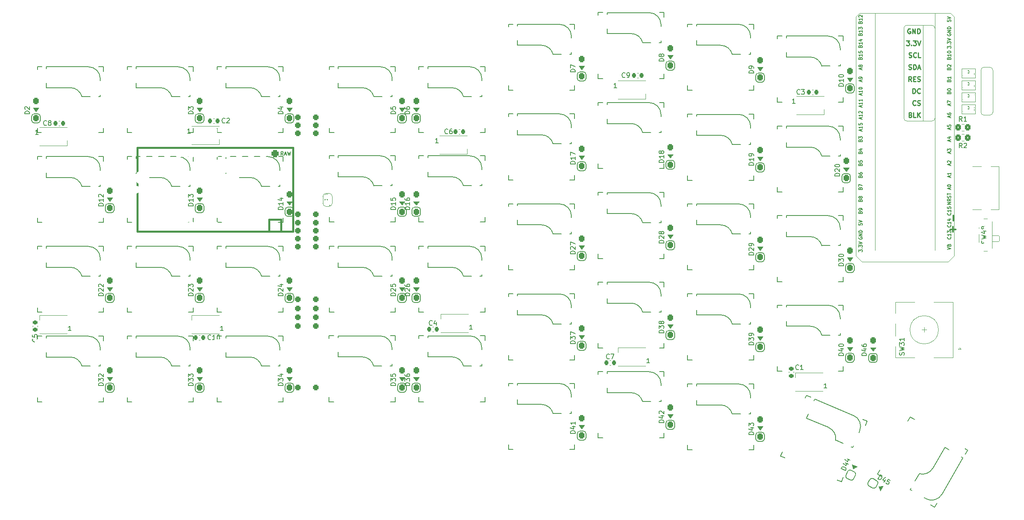
<source format=gbr>
G04 #@! TF.GenerationSoftware,KiCad,Pcbnew,(6.0.6)*
G04 #@! TF.CreationDate,2022-08-01T11:52:36+07:00*
G04 #@! TF.ProjectId,SofleKeyboard,536f666c-654b-4657-9962-6f6172642e6b,rev?*
G04 #@! TF.SameCoordinates,Original*
G04 #@! TF.FileFunction,Legend,Top*
G04 #@! TF.FilePolarity,Positive*
%FSLAX46Y46*%
G04 Gerber Fmt 4.6, Leading zero omitted, Abs format (unit mm)*
G04 Created by KiCad (PCBNEW (6.0.6)) date 2022-08-01 11:52:36*
%MOMM*%
%LPD*%
G01*
G04 APERTURE LIST*
G04 Aperture macros list*
%AMRoundRect*
0 Rectangle with rounded corners*
0 $1 Rounding radius*
0 $2 $3 $4 $5 $6 $7 $8 $9 X,Y pos of 4 corners*
0 Add a 4 corners polygon primitive as box body*
4,1,4,$2,$3,$4,$5,$6,$7,$8,$9,$2,$3,0*
0 Add four circle primitives for the rounded corners*
1,1,$1+$1,$2,$3*
1,1,$1+$1,$4,$5*
1,1,$1+$1,$6,$7*
1,1,$1+$1,$8,$9*
0 Add four rect primitives between the rounded corners*
20,1,$1+$1,$2,$3,$4,$5,0*
20,1,$1+$1,$4,$5,$6,$7,0*
20,1,$1+$1,$6,$7,$8,$9,0*
20,1,$1+$1,$8,$9,$2,$3,0*%
%AMRotRect*
0 Rectangle, with rotation*
0 The origin of the aperture is its center*
0 $1 length*
0 $2 width*
0 $3 Rotation angle, in degrees counterclockwise*
0 Add horizontal line*
21,1,$1,$2,0,0,$3*%
%AMFreePoly0*
4,1,22,0.500000,-0.750000,0.000000,-0.750000,0.000000,-0.745033,-0.079941,-0.743568,-0.215256,-0.701293,-0.333266,-0.622738,-0.424486,-0.514219,-0.481581,-0.384460,-0.499164,-0.250000,-0.500000,-0.250000,-0.500000,0.250000,-0.499164,0.250000,-0.499963,0.256109,-0.478152,0.396186,-0.417904,0.524511,-0.324060,0.630769,-0.204165,0.706417,-0.067858,0.745374,0.000000,0.744959,0.000000,0.750000,
0.500000,0.750000,0.500000,-0.750000,0.500000,-0.750000,$1*%
%AMFreePoly1*
4,1,20,0.000000,0.744959,0.073905,0.744508,0.209726,0.703889,0.328688,0.626782,0.421226,0.519385,0.479903,0.390333,0.500000,0.250000,0.500000,-0.250000,0.499851,-0.262216,0.476331,-0.402017,0.414519,-0.529596,0.319384,-0.634700,0.198574,-0.708877,0.061801,-0.746166,0.000000,-0.745033,0.000000,-0.750000,-0.500000,-0.750000,-0.500000,0.750000,0.000000,0.750000,0.000000,0.744959,
0.000000,0.744959,$1*%
G04 Aperture macros list end*
%ADD10C,0.300000*%
%ADD11C,0.175000*%
%ADD12C,0.150000*%
%ADD13C,0.250000*%
%ADD14C,0.120000*%
%ADD15C,0.200000*%
%ADD16C,0.100000*%
%ADD17C,0.381000*%
%ADD18C,4.700000*%
%ADD19C,1.701800*%
%ADD20C,3.987800*%
%ADD21C,1.700000*%
%ADD22R,2.550000X2.500000*%
%ADD23RotRect,2.550000X2.500000X240.000000*%
%ADD24RotRect,2.550000X2.500000X337.000000*%
%ADD25C,4.000000*%
%ADD26C,3.000000*%
%ADD27RoundRect,0.300000X0.300000X0.300000X-0.300000X0.300000X-0.300000X-0.300000X0.300000X-0.300000X0*%
%ADD28O,0.762000X14.750000*%
%ADD29C,1.752600*%
%ADD30R,1.000000X1.500000*%
%ADD31R,1.600000X0.850000*%
%ADD32RoundRect,0.225000X-0.225000X-0.250000X0.225000X-0.250000X0.225000X0.250000X-0.225000X0.250000X0*%
%ADD33O,0.762000X8.800000*%
%ADD34RoundRect,0.225000X0.225000X0.250000X-0.225000X0.250000X-0.225000X-0.250000X0.225000X-0.250000X0*%
%ADD35C,0.650000*%
%ADD36R,2.362600X0.600000*%
%ADD37R,2.366000X0.300000*%
%ADD38R,2.366000X0.305000*%
%ADD39O,2.100000X1.000000*%
%ADD40O,1.600000X1.000000*%
%ADD41RoundRect,0.225000X0.250000X-0.225000X0.250000X0.225000X-0.250000X0.225000X-0.250000X-0.225000X0*%
%ADD42O,0.762000X7.000000*%
%ADD43R,0.800000X1.422000*%
%ADD44C,0.900000*%
%ADD45R,2.368000X0.700000*%
%ADD46FreePoly0,270.000000*%
%ADD47FreePoly1,270.000000*%
%ADD48C,1.400000*%
%ADD49RoundRect,0.225000X-0.250000X0.225000X-0.250000X-0.225000X0.250000X-0.225000X0.250000X0.225000X0*%
%ADD50R,1.700000X1.700000*%
%ADD51O,1.700000X1.700000*%
%ADD52RoundRect,0.250000X0.350000X0.450000X-0.350000X0.450000X-0.350000X-0.450000X0.350000X-0.450000X0*%
%ADD53O,0.762000X10.800000*%
%ADD54R,2.000000X2.000000*%
%ADD55C,2.000000*%
%ADD56R,3.200000X2.000000*%
%ADD57RoundRect,0.300000X0.300000X-0.395000X0.300000X0.395000X-0.300000X0.395000X-0.300000X-0.395000X0*%
%ADD58RoundRect,0.300000X-0.300000X0.395000X-0.300000X-0.395000X0.300000X-0.395000X0.300000X0.395000X0*%
%ADD59RoundRect,0.300000X0.121813X-0.480819X0.430490X0.246380X-0.121813X0.480819X-0.430490X-0.246380X0*%
%ADD60RoundRect,0.300000X-0.121813X0.480819X-0.430490X-0.246380X0.121813X-0.480819X0.430490X0.246380X0*%
%ADD61RoundRect,0.400000X0.400000X0.400000X-0.400000X0.400000X-0.400000X-0.400000X0.400000X-0.400000X0*%
%ADD62RoundRect,0.300000X-0.492080X-0.062308X0.192080X-0.457308X0.492080X0.062308X-0.192080X0.457308X0*%
%ADD63RoundRect,0.300000X0.492080X0.062308X-0.192080X0.457308X-0.492080X-0.062308X0.192080X-0.457308X0*%
G04 APERTURE END LIST*
D10*
X247794283Y-80009153D02*
X247794283Y-81152010D01*
X248258569Y-82973722D02*
X247115712Y-82973722D01*
X247687141Y-83545151D02*
X247687141Y-82402294D01*
D11*
X247175140Y-79506581D02*
X247208473Y-79539914D01*
X247241806Y-79639914D01*
X247241806Y-79706581D01*
X247208473Y-79806581D01*
X247141806Y-79873247D01*
X247075140Y-79906581D01*
X246941806Y-79939914D01*
X246841806Y-79939914D01*
X246708473Y-79906581D01*
X246641806Y-79873247D01*
X246575140Y-79806581D01*
X246541806Y-79706581D01*
X246541806Y-79639914D01*
X246575140Y-79539914D01*
X246608473Y-79506581D01*
X247241806Y-78839914D02*
X247241806Y-79239914D01*
X247241806Y-79039914D02*
X246541806Y-79039914D01*
X246641806Y-79106581D01*
X246708473Y-79173247D01*
X246741806Y-79239914D01*
X246541806Y-78206581D02*
X246541806Y-78539914D01*
X246875140Y-78573247D01*
X246841806Y-78539914D01*
X246808473Y-78473247D01*
X246808473Y-78306581D01*
X246841806Y-78239914D01*
X246875140Y-78206581D01*
X246941806Y-78173247D01*
X247108473Y-78173247D01*
X247175140Y-78206581D01*
X247208473Y-78239914D01*
X247241806Y-78306581D01*
X247241806Y-78473247D01*
X247208473Y-78539914D01*
X247175140Y-78573247D01*
X228245806Y-62109914D02*
X228245806Y-61776581D01*
X228445806Y-62176581D02*
X227745806Y-61943247D01*
X228445806Y-61709914D01*
X228445806Y-61109914D02*
X228445806Y-61509914D01*
X228445806Y-61309914D02*
X227745806Y-61309914D01*
X227845806Y-61376581D01*
X227912473Y-61443247D01*
X227945806Y-61509914D01*
X227745806Y-60476581D02*
X227745806Y-60809914D01*
X228079140Y-60843247D01*
X228045806Y-60809914D01*
X228012473Y-60743247D01*
X228012473Y-60576581D01*
X228045806Y-60509914D01*
X228079140Y-60476581D01*
X228145806Y-60443247D01*
X228312473Y-60443247D01*
X228379140Y-60476581D01*
X228412473Y-60509914D01*
X228445806Y-60576581D01*
X228445806Y-60743247D01*
X228412473Y-60809914D01*
X228379140Y-60843247D01*
X247041806Y-61776581D02*
X247041806Y-61443247D01*
X247241806Y-61843247D02*
X246541806Y-61609914D01*
X247241806Y-61376581D01*
X246541806Y-60809914D02*
X246541806Y-61143247D01*
X246875140Y-61176581D01*
X246841806Y-61143247D01*
X246808473Y-61076581D01*
X246808473Y-60909914D01*
X246841806Y-60843247D01*
X246875140Y-60809914D01*
X246941806Y-60776581D01*
X247108473Y-60776581D01*
X247175140Y-60809914D01*
X247208473Y-60843247D01*
X247241806Y-60909914D01*
X247241806Y-61076581D01*
X247208473Y-61143247D01*
X247175140Y-61176581D01*
X228079140Y-74259914D02*
X228112473Y-74159914D01*
X228145806Y-74126581D01*
X228212473Y-74093247D01*
X228312473Y-74093247D01*
X228379140Y-74126581D01*
X228412473Y-74159914D01*
X228445806Y-74226581D01*
X228445806Y-74493247D01*
X227745806Y-74493247D01*
X227745806Y-74259914D01*
X227779140Y-74193247D01*
X227812473Y-74159914D01*
X227879140Y-74126581D01*
X227945806Y-74126581D01*
X228012473Y-74159914D01*
X228045806Y-74193247D01*
X228079140Y-74259914D01*
X228079140Y-74493247D01*
X227745806Y-73859914D02*
X227745806Y-73393247D01*
X228445806Y-73693247D01*
X228079140Y-46653247D02*
X228112473Y-46553247D01*
X228145806Y-46519914D01*
X228212473Y-46486581D01*
X228312473Y-46486581D01*
X228379140Y-46519914D01*
X228412473Y-46553247D01*
X228445806Y-46619914D01*
X228445806Y-46886581D01*
X227745806Y-46886581D01*
X227745806Y-46653247D01*
X227779140Y-46586581D01*
X227812473Y-46553247D01*
X227879140Y-46519914D01*
X227945806Y-46519914D01*
X228012473Y-46553247D01*
X228045806Y-46586581D01*
X228079140Y-46653247D01*
X228079140Y-46886581D01*
X228445806Y-45819914D02*
X228445806Y-46219914D01*
X228445806Y-46019914D02*
X227745806Y-46019914D01*
X227845806Y-46086581D01*
X227912473Y-46153247D01*
X227945806Y-46219914D01*
X227745806Y-45186581D02*
X227745806Y-45519914D01*
X228079140Y-45553247D01*
X228045806Y-45519914D01*
X228012473Y-45453247D01*
X228012473Y-45286581D01*
X228045806Y-45219914D01*
X228079140Y-45186581D01*
X228145806Y-45153247D01*
X228312473Y-45153247D01*
X228379140Y-45186581D01*
X228412473Y-45219914D01*
X228445806Y-45286581D01*
X228445806Y-45453247D01*
X228412473Y-45519914D01*
X228379140Y-45553247D01*
X228079140Y-44113247D02*
X228112473Y-44013247D01*
X228145806Y-43979914D01*
X228212473Y-43946581D01*
X228312473Y-43946581D01*
X228379140Y-43979914D01*
X228412473Y-44013247D01*
X228445806Y-44079914D01*
X228445806Y-44346581D01*
X227745806Y-44346581D01*
X227745806Y-44113247D01*
X227779140Y-44046581D01*
X227812473Y-44013247D01*
X227879140Y-43979914D01*
X227945806Y-43979914D01*
X228012473Y-44013247D01*
X228045806Y-44046581D01*
X228079140Y-44113247D01*
X228079140Y-44346581D01*
X228445806Y-43279914D02*
X228445806Y-43679914D01*
X228445806Y-43479914D02*
X227745806Y-43479914D01*
X227845806Y-43546581D01*
X227912473Y-43613247D01*
X227945806Y-43679914D01*
X227979140Y-42679914D02*
X228445806Y-42679914D01*
X227712473Y-42846581D02*
X228212473Y-43013247D01*
X228212473Y-42579914D01*
X228245806Y-49076581D02*
X228245806Y-48743247D01*
X228445806Y-49143247D02*
X227745806Y-48909914D01*
X228445806Y-48676581D01*
X228045806Y-48343247D02*
X228012473Y-48409914D01*
X227979140Y-48443247D01*
X227912473Y-48476581D01*
X227879140Y-48476581D01*
X227812473Y-48443247D01*
X227779140Y-48409914D01*
X227745806Y-48343247D01*
X227745806Y-48209914D01*
X227779140Y-48143247D01*
X227812473Y-48109914D01*
X227879140Y-48076581D01*
X227912473Y-48076581D01*
X227979140Y-48109914D01*
X228012473Y-48143247D01*
X228045806Y-48209914D01*
X228045806Y-48343247D01*
X228079140Y-48409914D01*
X228112473Y-48443247D01*
X228179140Y-48476581D01*
X228312473Y-48476581D01*
X228379140Y-48443247D01*
X228412473Y-48409914D01*
X228445806Y-48343247D01*
X228445806Y-48209914D01*
X228412473Y-48143247D01*
X228379140Y-48109914D01*
X228312473Y-48076581D01*
X228179140Y-48076581D01*
X228112473Y-48109914D01*
X228079140Y-48143247D01*
X228045806Y-48209914D01*
X228079140Y-69179914D02*
X228112473Y-69079914D01*
X228145806Y-69046581D01*
X228212473Y-69013247D01*
X228312473Y-69013247D01*
X228379140Y-69046581D01*
X228412473Y-69079914D01*
X228445806Y-69146581D01*
X228445806Y-69413247D01*
X227745806Y-69413247D01*
X227745806Y-69179914D01*
X227779140Y-69113247D01*
X227812473Y-69079914D01*
X227879140Y-69046581D01*
X227945806Y-69046581D01*
X228012473Y-69079914D01*
X228045806Y-69113247D01*
X228079140Y-69179914D01*
X228079140Y-69413247D01*
X227745806Y-68379914D02*
X227745806Y-68713247D01*
X228079140Y-68746581D01*
X228045806Y-68713247D01*
X228012473Y-68646581D01*
X228012473Y-68479914D01*
X228045806Y-68413247D01*
X228079140Y-68379914D01*
X228145806Y-68346581D01*
X228312473Y-68346581D01*
X228379140Y-68379914D01*
X228412473Y-68413247D01*
X228445806Y-68479914D01*
X228445806Y-68646581D01*
X228412473Y-68713247D01*
X228379140Y-68746581D01*
X246875140Y-48859914D02*
X246908473Y-48759914D01*
X246941806Y-48726581D01*
X247008473Y-48693247D01*
X247108473Y-48693247D01*
X247175140Y-48726581D01*
X247208473Y-48759914D01*
X247241806Y-48826581D01*
X247241806Y-49093247D01*
X246541806Y-49093247D01*
X246541806Y-48859914D01*
X246575140Y-48793247D01*
X246608473Y-48759914D01*
X246675140Y-48726581D01*
X246741806Y-48726581D01*
X246808473Y-48759914D01*
X246841806Y-48793247D01*
X246875140Y-48859914D01*
X246875140Y-49093247D01*
X246608473Y-48426581D02*
X246575140Y-48393247D01*
X246541806Y-48326581D01*
X246541806Y-48159914D01*
X246575140Y-48093247D01*
X246608473Y-48059914D01*
X246675140Y-48026581D01*
X246741806Y-48026581D01*
X246841806Y-48059914D01*
X247241806Y-48459914D01*
X247241806Y-48026581D01*
X247041806Y-74476581D02*
X247041806Y-74143247D01*
X247241806Y-74543247D02*
X246541806Y-74309914D01*
X247241806Y-74076581D01*
X246541806Y-73709914D02*
X246541806Y-73643247D01*
X246575140Y-73576581D01*
X246608473Y-73543247D01*
X246675140Y-73509914D01*
X246808473Y-73476581D01*
X246975140Y-73476581D01*
X247108473Y-73509914D01*
X247175140Y-73543247D01*
X247208473Y-73576581D01*
X247241806Y-73643247D01*
X247241806Y-73709914D01*
X247208473Y-73776581D01*
X247175140Y-73809914D01*
X247108473Y-73843247D01*
X246975140Y-73876581D01*
X246808473Y-73876581D01*
X246675140Y-73843247D01*
X246608473Y-73809914D01*
X246575140Y-73776581D01*
X246541806Y-73709914D01*
X228079140Y-79339914D02*
X228112473Y-79239914D01*
X228145806Y-79206581D01*
X228212473Y-79173247D01*
X228312473Y-79173247D01*
X228379140Y-79206581D01*
X228412473Y-79239914D01*
X228445806Y-79306581D01*
X228445806Y-79573247D01*
X227745806Y-79573247D01*
X227745806Y-79339914D01*
X227779140Y-79273247D01*
X227812473Y-79239914D01*
X227879140Y-79206581D01*
X227945806Y-79206581D01*
X228012473Y-79239914D01*
X228045806Y-79273247D01*
X228079140Y-79339914D01*
X228079140Y-79573247D01*
X228445806Y-78839914D02*
X228445806Y-78706581D01*
X228412473Y-78639914D01*
X228379140Y-78606581D01*
X228279140Y-78539914D01*
X228145806Y-78506581D01*
X227879140Y-78506581D01*
X227812473Y-78539914D01*
X227779140Y-78573247D01*
X227745806Y-78639914D01*
X227745806Y-78773247D01*
X227779140Y-78839914D01*
X227812473Y-78873247D01*
X227879140Y-78906581D01*
X228045806Y-78906581D01*
X228112473Y-78873247D01*
X228145806Y-78839914D01*
X228179140Y-78773247D01*
X228179140Y-78639914D01*
X228145806Y-78573247D01*
X228112473Y-78539914D01*
X228045806Y-78506581D01*
X247175140Y-82046581D02*
X247208473Y-82079914D01*
X247241806Y-82179914D01*
X247241806Y-82246581D01*
X247208473Y-82346581D01*
X247141806Y-82413247D01*
X247075140Y-82446581D01*
X246941806Y-82479914D01*
X246841806Y-82479914D01*
X246708473Y-82446581D01*
X246641806Y-82413247D01*
X246575140Y-82346581D01*
X246541806Y-82246581D01*
X246541806Y-82179914D01*
X246575140Y-82079914D01*
X246608473Y-82046581D01*
X247241806Y-81379914D02*
X247241806Y-81779914D01*
X247241806Y-81579914D02*
X246541806Y-81579914D01*
X246641806Y-81646581D01*
X246708473Y-81713247D01*
X246741806Y-81779914D01*
X246775140Y-80779914D02*
X247241806Y-80779914D01*
X246508473Y-80946581D02*
X247008473Y-81113247D01*
X247008473Y-80679914D01*
X228079140Y-71719914D02*
X228112473Y-71619914D01*
X228145806Y-71586581D01*
X228212473Y-71553247D01*
X228312473Y-71553247D01*
X228379140Y-71586581D01*
X228412473Y-71619914D01*
X228445806Y-71686581D01*
X228445806Y-71953247D01*
X227745806Y-71953247D01*
X227745806Y-71719914D01*
X227779140Y-71653247D01*
X227812473Y-71619914D01*
X227879140Y-71586581D01*
X227945806Y-71586581D01*
X228012473Y-71619914D01*
X228045806Y-71653247D01*
X228079140Y-71719914D01*
X228079140Y-71953247D01*
X227745806Y-70953247D02*
X227745806Y-71086581D01*
X227779140Y-71153247D01*
X227812473Y-71186581D01*
X227912473Y-71253247D01*
X228045806Y-71286581D01*
X228312473Y-71286581D01*
X228379140Y-71253247D01*
X228412473Y-71219914D01*
X228445806Y-71153247D01*
X228445806Y-71019914D01*
X228412473Y-70953247D01*
X228379140Y-70919914D01*
X228312473Y-70886581D01*
X228145806Y-70886581D01*
X228079140Y-70919914D01*
X228045806Y-70953247D01*
X228012473Y-71019914D01*
X228012473Y-71153247D01*
X228045806Y-71219914D01*
X228079140Y-71253247D01*
X228145806Y-71286581D01*
X247041806Y-71936581D02*
X247041806Y-71603247D01*
X247241806Y-72003247D02*
X246541806Y-71769914D01*
X247241806Y-71536581D01*
X247241806Y-70936581D02*
X247241806Y-71336581D01*
X247241806Y-71136581D02*
X246541806Y-71136581D01*
X246641806Y-71203247D01*
X246708473Y-71269914D01*
X246741806Y-71336581D01*
X246875140Y-46653247D02*
X246908473Y-46553247D01*
X246941806Y-46519914D01*
X247008473Y-46486581D01*
X247108473Y-46486581D01*
X247175140Y-46519914D01*
X247208473Y-46553247D01*
X247241806Y-46619914D01*
X247241806Y-46886581D01*
X246541806Y-46886581D01*
X246541806Y-46653247D01*
X246575140Y-46586581D01*
X246608473Y-46553247D01*
X246675140Y-46519914D01*
X246741806Y-46519914D01*
X246808473Y-46553247D01*
X246841806Y-46586581D01*
X246875140Y-46653247D01*
X246875140Y-46886581D01*
X247241806Y-45819914D02*
X247241806Y-46219914D01*
X247241806Y-46019914D02*
X246541806Y-46019914D01*
X246641806Y-46086581D01*
X246708473Y-46153247D01*
X246741806Y-46219914D01*
X246541806Y-45386581D02*
X246541806Y-45319914D01*
X246575140Y-45253247D01*
X246608473Y-45219914D01*
X246675140Y-45186581D01*
X246808473Y-45153247D01*
X246975140Y-45153247D01*
X247108473Y-45186581D01*
X247175140Y-45219914D01*
X247208473Y-45253247D01*
X247241806Y-45319914D01*
X247241806Y-45386581D01*
X247208473Y-45453247D01*
X247175140Y-45486581D01*
X247108473Y-45519914D01*
X246975140Y-45553247D01*
X246808473Y-45553247D01*
X246675140Y-45519914D01*
X246608473Y-45486581D01*
X246575140Y-45453247D01*
X246541806Y-45386581D01*
X247041806Y-59236581D02*
X247041806Y-58903247D01*
X247241806Y-59303247D02*
X246541806Y-59069914D01*
X247241806Y-58836581D01*
X246541806Y-58303247D02*
X246541806Y-58436581D01*
X246575140Y-58503247D01*
X246608473Y-58536581D01*
X246708473Y-58603247D01*
X246841806Y-58636581D01*
X247108473Y-58636581D01*
X247175140Y-58603247D01*
X247208473Y-58569914D01*
X247241806Y-58503247D01*
X247241806Y-58369914D01*
X247208473Y-58303247D01*
X247175140Y-58269914D01*
X247108473Y-58236581D01*
X246941806Y-58236581D01*
X246875140Y-58269914D01*
X246841806Y-58303247D01*
X246808473Y-58369914D01*
X246808473Y-58503247D01*
X246841806Y-58569914D01*
X246875140Y-58603247D01*
X246941806Y-58636581D01*
X247175140Y-84586581D02*
X247208473Y-84619914D01*
X247241806Y-84719914D01*
X247241806Y-84786581D01*
X247208473Y-84886581D01*
X247141806Y-84953247D01*
X247075140Y-84986581D01*
X246941806Y-85019914D01*
X246841806Y-85019914D01*
X246708473Y-84986581D01*
X246641806Y-84953247D01*
X246575140Y-84886581D01*
X246541806Y-84786581D01*
X246541806Y-84719914D01*
X246575140Y-84619914D01*
X246608473Y-84586581D01*
X247241806Y-83919914D02*
X247241806Y-84319914D01*
X247241806Y-84119914D02*
X246541806Y-84119914D01*
X246641806Y-84186581D01*
X246708473Y-84253247D01*
X246741806Y-84319914D01*
X246541806Y-83686581D02*
X246541806Y-83253247D01*
X246808473Y-83486581D01*
X246808473Y-83386581D01*
X246841806Y-83319914D01*
X246875140Y-83286581D01*
X246941806Y-83253247D01*
X247108473Y-83253247D01*
X247175140Y-83286581D01*
X247208473Y-83319914D01*
X247241806Y-83386581D01*
X247241806Y-83586581D01*
X247208473Y-83653247D01*
X247175140Y-83686581D01*
X247041806Y-64316581D02*
X247041806Y-63983247D01*
X247241806Y-64383247D02*
X246541806Y-64149914D01*
X247241806Y-63916581D01*
X246775140Y-63383247D02*
X247241806Y-63383247D01*
X246508473Y-63549914D02*
X247008473Y-63716581D01*
X247008473Y-63283247D01*
X228079140Y-39033247D02*
X228112473Y-38933247D01*
X228145806Y-38899914D01*
X228212473Y-38866581D01*
X228312473Y-38866581D01*
X228379140Y-38899914D01*
X228412473Y-38933247D01*
X228445806Y-38999914D01*
X228445806Y-39266581D01*
X227745806Y-39266581D01*
X227745806Y-39033247D01*
X227779140Y-38966581D01*
X227812473Y-38933247D01*
X227879140Y-38899914D01*
X227945806Y-38899914D01*
X228012473Y-38933247D01*
X228045806Y-38966581D01*
X228079140Y-39033247D01*
X228079140Y-39266581D01*
X228445806Y-38199914D02*
X228445806Y-38599914D01*
X228445806Y-38399914D02*
X227745806Y-38399914D01*
X227845806Y-38466581D01*
X227912473Y-38533247D01*
X227945806Y-38599914D01*
X227812473Y-37933247D02*
X227779140Y-37899914D01*
X227745806Y-37833247D01*
X227745806Y-37666581D01*
X227779140Y-37599914D01*
X227812473Y-37566581D01*
X227879140Y-37533247D01*
X227945806Y-37533247D01*
X228045806Y-37566581D01*
X228445806Y-37966581D01*
X228445806Y-37533247D01*
X228245806Y-57029914D02*
X228245806Y-56696581D01*
X228445806Y-57096581D02*
X227745806Y-56863247D01*
X228445806Y-56629914D01*
X228445806Y-56029914D02*
X228445806Y-56429914D01*
X228445806Y-56229914D02*
X227745806Y-56229914D01*
X227845806Y-56296581D01*
X227912473Y-56363247D01*
X227945806Y-56429914D01*
X228445806Y-55363247D02*
X228445806Y-55763247D01*
X228445806Y-55563247D02*
X227745806Y-55563247D01*
X227845806Y-55629914D01*
X227912473Y-55696581D01*
X227945806Y-55763247D01*
X227745806Y-87709914D02*
X227745806Y-87276581D01*
X228012473Y-87509914D01*
X228012473Y-87409914D01*
X228045806Y-87343247D01*
X228079140Y-87309914D01*
X228145806Y-87276581D01*
X228312473Y-87276581D01*
X228379140Y-87309914D01*
X228412473Y-87343247D01*
X228445806Y-87409914D01*
X228445806Y-87609914D01*
X228412473Y-87676581D01*
X228379140Y-87709914D01*
X228379140Y-86976581D02*
X228412473Y-86943247D01*
X228445806Y-86976581D01*
X228412473Y-87009914D01*
X228379140Y-86976581D01*
X228445806Y-86976581D01*
X227745806Y-86709914D02*
X227745806Y-86276581D01*
X228012473Y-86509914D01*
X228012473Y-86409914D01*
X228045806Y-86343247D01*
X228079140Y-86309914D01*
X228145806Y-86276581D01*
X228312473Y-86276581D01*
X228379140Y-86309914D01*
X228412473Y-86343247D01*
X228445806Y-86409914D01*
X228445806Y-86609914D01*
X228412473Y-86676581D01*
X228379140Y-86709914D01*
X227745806Y-86076581D02*
X228445806Y-85843247D01*
X227745806Y-85609914D01*
X246541806Y-38549914D02*
X246541806Y-38883247D01*
X246875140Y-38916581D01*
X246841806Y-38883247D01*
X246808473Y-38816581D01*
X246808473Y-38649914D01*
X246841806Y-38583247D01*
X246875140Y-38549914D01*
X246941806Y-38516581D01*
X247108473Y-38516581D01*
X247175140Y-38549914D01*
X247208473Y-38583247D01*
X247241806Y-38649914D01*
X247241806Y-38816581D01*
X247208473Y-38883247D01*
X247175140Y-38916581D01*
X246541806Y-38316581D02*
X247241806Y-38083247D01*
X246541806Y-37849914D01*
X228079140Y-41573247D02*
X228112473Y-41473247D01*
X228145806Y-41439914D01*
X228212473Y-41406581D01*
X228312473Y-41406581D01*
X228379140Y-41439914D01*
X228412473Y-41473247D01*
X228445806Y-41539914D01*
X228445806Y-41806581D01*
X227745806Y-41806581D01*
X227745806Y-41573247D01*
X227779140Y-41506581D01*
X227812473Y-41473247D01*
X227879140Y-41439914D01*
X227945806Y-41439914D01*
X228012473Y-41473247D01*
X228045806Y-41506581D01*
X228079140Y-41573247D01*
X228079140Y-41806581D01*
X228445806Y-40739914D02*
X228445806Y-41139914D01*
X228445806Y-40939914D02*
X227745806Y-40939914D01*
X227845806Y-41006581D01*
X227912473Y-41073247D01*
X227945806Y-41139914D01*
X227745806Y-40506581D02*
X227745806Y-40073247D01*
X228012473Y-40306581D01*
X228012473Y-40206581D01*
X228045806Y-40139914D01*
X228079140Y-40106581D01*
X228145806Y-40073247D01*
X228312473Y-40073247D01*
X228379140Y-40106581D01*
X228412473Y-40139914D01*
X228445806Y-40206581D01*
X228445806Y-40406581D01*
X228412473Y-40473247D01*
X228379140Y-40506581D01*
X247041806Y-66856581D02*
X247041806Y-66523247D01*
X247241806Y-66923247D02*
X246541806Y-66689914D01*
X247241806Y-66456581D01*
X246541806Y-66289914D02*
X246541806Y-65856581D01*
X246808473Y-66089914D01*
X246808473Y-65989914D01*
X246841806Y-65923247D01*
X246875140Y-65889914D01*
X246941806Y-65856581D01*
X247108473Y-65856581D01*
X247175140Y-65889914D01*
X247208473Y-65923247D01*
X247241806Y-65989914D01*
X247241806Y-66189914D01*
X247208473Y-66256581D01*
X247175140Y-66289914D01*
X246541806Y-44529914D02*
X246541806Y-44096581D01*
X246808473Y-44329914D01*
X246808473Y-44229914D01*
X246841806Y-44163247D01*
X246875140Y-44129914D01*
X246941806Y-44096581D01*
X247108473Y-44096581D01*
X247175140Y-44129914D01*
X247208473Y-44163247D01*
X247241806Y-44229914D01*
X247241806Y-44429914D01*
X247208473Y-44496581D01*
X247175140Y-44529914D01*
X247175140Y-43796581D02*
X247208473Y-43763247D01*
X247241806Y-43796581D01*
X247208473Y-43829914D01*
X247175140Y-43796581D01*
X247241806Y-43796581D01*
X246541806Y-43529914D02*
X246541806Y-43096581D01*
X246808473Y-43329914D01*
X246808473Y-43229914D01*
X246841806Y-43163247D01*
X246875140Y-43129914D01*
X246941806Y-43096581D01*
X247108473Y-43096581D01*
X247175140Y-43129914D01*
X247208473Y-43163247D01*
X247241806Y-43229914D01*
X247241806Y-43429914D01*
X247208473Y-43496581D01*
X247175140Y-43529914D01*
X246541806Y-42896581D02*
X247241806Y-42663247D01*
X246541806Y-42429914D01*
X228079140Y-76799914D02*
X228112473Y-76699914D01*
X228145806Y-76666581D01*
X228212473Y-76633247D01*
X228312473Y-76633247D01*
X228379140Y-76666581D01*
X228412473Y-76699914D01*
X228445806Y-76766581D01*
X228445806Y-77033247D01*
X227745806Y-77033247D01*
X227745806Y-76799914D01*
X227779140Y-76733247D01*
X227812473Y-76699914D01*
X227879140Y-76666581D01*
X227945806Y-76666581D01*
X228012473Y-76699914D01*
X228045806Y-76733247D01*
X228079140Y-76799914D01*
X228079140Y-77033247D01*
X228045806Y-76233247D02*
X228012473Y-76299914D01*
X227979140Y-76333247D01*
X227912473Y-76366581D01*
X227879140Y-76366581D01*
X227812473Y-76333247D01*
X227779140Y-76299914D01*
X227745806Y-76233247D01*
X227745806Y-76099914D01*
X227779140Y-76033247D01*
X227812473Y-75999914D01*
X227879140Y-75966581D01*
X227912473Y-75966581D01*
X227979140Y-75999914D01*
X228012473Y-76033247D01*
X228045806Y-76099914D01*
X228045806Y-76233247D01*
X228079140Y-76299914D01*
X228112473Y-76333247D01*
X228179140Y-76366581D01*
X228312473Y-76366581D01*
X228379140Y-76333247D01*
X228412473Y-76299914D01*
X228445806Y-76233247D01*
X228445806Y-76099914D01*
X228412473Y-76033247D01*
X228379140Y-75999914D01*
X228312473Y-75966581D01*
X228179140Y-75966581D01*
X228112473Y-75999914D01*
X228079140Y-76033247D01*
X228045806Y-76099914D01*
X246875140Y-51399914D02*
X246908473Y-51299914D01*
X246941806Y-51266581D01*
X247008473Y-51233247D01*
X247108473Y-51233247D01*
X247175140Y-51266581D01*
X247208473Y-51299914D01*
X247241806Y-51366581D01*
X247241806Y-51633247D01*
X246541806Y-51633247D01*
X246541806Y-51399914D01*
X246575140Y-51333247D01*
X246608473Y-51299914D01*
X246675140Y-51266581D01*
X246741806Y-51266581D01*
X246808473Y-51299914D01*
X246841806Y-51333247D01*
X246875140Y-51399914D01*
X246875140Y-51633247D01*
X247241806Y-50566581D02*
X247241806Y-50966581D01*
X247241806Y-50766581D02*
X246541806Y-50766581D01*
X246641806Y-50833247D01*
X246708473Y-50899914D01*
X246741806Y-50966581D01*
X246875140Y-53939914D02*
X246908473Y-53839914D01*
X246941806Y-53806581D01*
X247008473Y-53773247D01*
X247108473Y-53773247D01*
X247175140Y-53806581D01*
X247208473Y-53839914D01*
X247241806Y-53906581D01*
X247241806Y-54173247D01*
X246541806Y-54173247D01*
X246541806Y-53939914D01*
X246575140Y-53873247D01*
X246608473Y-53839914D01*
X246675140Y-53806581D01*
X246741806Y-53806581D01*
X246808473Y-53839914D01*
X246841806Y-53873247D01*
X246875140Y-53939914D01*
X246875140Y-54173247D01*
X246541806Y-53339914D02*
X246541806Y-53273247D01*
X246575140Y-53206581D01*
X246608473Y-53173247D01*
X246675140Y-53139914D01*
X246808473Y-53106581D01*
X246975140Y-53106581D01*
X247108473Y-53139914D01*
X247175140Y-53173247D01*
X247208473Y-53206581D01*
X247241806Y-53273247D01*
X247241806Y-53339914D01*
X247208473Y-53406581D01*
X247175140Y-53439914D01*
X247108473Y-53473247D01*
X246975140Y-53506581D01*
X246808473Y-53506581D01*
X246675140Y-53473247D01*
X246608473Y-53439914D01*
X246575140Y-53406581D01*
X246541806Y-53339914D01*
X228079140Y-64099914D02*
X228112473Y-63999914D01*
X228145806Y-63966581D01*
X228212473Y-63933247D01*
X228312473Y-63933247D01*
X228379140Y-63966581D01*
X228412473Y-63999914D01*
X228445806Y-64066581D01*
X228445806Y-64333247D01*
X227745806Y-64333247D01*
X227745806Y-64099914D01*
X227779140Y-64033247D01*
X227812473Y-63999914D01*
X227879140Y-63966581D01*
X227945806Y-63966581D01*
X228012473Y-63999914D01*
X228045806Y-64033247D01*
X228079140Y-64099914D01*
X228079140Y-64333247D01*
X227745806Y-63699914D02*
X227745806Y-63266581D01*
X228012473Y-63499914D01*
X228012473Y-63399914D01*
X228045806Y-63333247D01*
X228079140Y-63299914D01*
X228145806Y-63266581D01*
X228312473Y-63266581D01*
X228379140Y-63299914D01*
X228412473Y-63333247D01*
X228445806Y-63399914D01*
X228445806Y-63599914D01*
X228412473Y-63666581D01*
X228379140Y-63699914D01*
X228245806Y-51616581D02*
X228245806Y-51283247D01*
X228445806Y-51683247D02*
X227745806Y-51449914D01*
X228445806Y-51216581D01*
X228445806Y-50949914D02*
X228445806Y-50816581D01*
X228412473Y-50749914D01*
X228379140Y-50716581D01*
X228279140Y-50649914D01*
X228145806Y-50616581D01*
X227879140Y-50616581D01*
X227812473Y-50649914D01*
X227779140Y-50683247D01*
X227745806Y-50749914D01*
X227745806Y-50883247D01*
X227779140Y-50949914D01*
X227812473Y-50983247D01*
X227879140Y-51016581D01*
X228045806Y-51016581D01*
X228112473Y-50983247D01*
X228145806Y-50949914D01*
X228179140Y-50883247D01*
X228179140Y-50749914D01*
X228145806Y-50683247D01*
X228112473Y-50649914D01*
X228045806Y-50616581D01*
X247041806Y-56696581D02*
X247041806Y-56363247D01*
X247241806Y-56763247D02*
X246541806Y-56529914D01*
X247241806Y-56296581D01*
X246541806Y-56129914D02*
X246541806Y-55663247D01*
X247241806Y-55963247D01*
X247241806Y-77666581D02*
X246541806Y-77666581D01*
X247241806Y-77266581D01*
X246541806Y-77266581D01*
X247241806Y-76533247D02*
X246908473Y-76766581D01*
X247241806Y-76933247D02*
X246541806Y-76933247D01*
X246541806Y-76666581D01*
X246575140Y-76599914D01*
X246608473Y-76566581D01*
X246675140Y-76533247D01*
X246775140Y-76533247D01*
X246841806Y-76566581D01*
X246875140Y-76599914D01*
X246908473Y-76666581D01*
X246908473Y-76933247D01*
X247208473Y-76266581D02*
X247241806Y-76166581D01*
X247241806Y-75999914D01*
X247208473Y-75933247D01*
X247175140Y-75899914D01*
X247108473Y-75866581D01*
X247041806Y-75866581D01*
X246975140Y-75899914D01*
X246941806Y-75933247D01*
X246908473Y-75999914D01*
X246875140Y-76133247D01*
X246841806Y-76199914D01*
X246808473Y-76233247D01*
X246741806Y-76266581D01*
X246675140Y-76266581D01*
X246608473Y-76233247D01*
X246575140Y-76199914D01*
X246541806Y-76133247D01*
X246541806Y-75966581D01*
X246575140Y-75866581D01*
X246541806Y-75666581D02*
X246541806Y-75266581D01*
X247241806Y-75466581D02*
X246541806Y-75466581D01*
X227779140Y-84669914D02*
X227745806Y-84736581D01*
X227745806Y-84836581D01*
X227779140Y-84936581D01*
X227845806Y-85003247D01*
X227912473Y-85036581D01*
X228045806Y-85069914D01*
X228145806Y-85069914D01*
X228279140Y-85036581D01*
X228345806Y-85003247D01*
X228412473Y-84936581D01*
X228445806Y-84836581D01*
X228445806Y-84769914D01*
X228412473Y-84669914D01*
X228379140Y-84636581D01*
X228145806Y-84636581D01*
X228145806Y-84769914D01*
X228445806Y-84336581D02*
X227745806Y-84336581D01*
X228445806Y-83936581D01*
X227745806Y-83936581D01*
X228445806Y-83603247D02*
X227745806Y-83603247D01*
X227745806Y-83436581D01*
X227779140Y-83336581D01*
X227845806Y-83269914D01*
X227912473Y-83236581D01*
X228045806Y-83203247D01*
X228145806Y-83203247D01*
X228279140Y-83236581D01*
X228345806Y-83269914D01*
X228412473Y-83336581D01*
X228445806Y-83436581D01*
X228445806Y-83603247D01*
X246541806Y-87259914D02*
X247241806Y-87026581D01*
X246541806Y-86793247D01*
X246875140Y-86326581D02*
X246908473Y-86226581D01*
X246941806Y-86193247D01*
X247008473Y-86159914D01*
X247108473Y-86159914D01*
X247175140Y-86193247D01*
X247208473Y-86226581D01*
X247241806Y-86293247D01*
X247241806Y-86559914D01*
X246541806Y-86559914D01*
X246541806Y-86326581D01*
X246575140Y-86259914D01*
X246608473Y-86226581D01*
X246675140Y-86193247D01*
X246741806Y-86193247D01*
X246808473Y-86226581D01*
X246841806Y-86259914D01*
X246875140Y-86326581D01*
X246875140Y-86559914D01*
X228245806Y-54489914D02*
X228245806Y-54156581D01*
X228445806Y-54556581D02*
X227745806Y-54323247D01*
X228445806Y-54089914D01*
X228445806Y-53489914D02*
X228445806Y-53889914D01*
X228445806Y-53689914D02*
X227745806Y-53689914D01*
X227845806Y-53756581D01*
X227912473Y-53823247D01*
X227945806Y-53889914D01*
X227745806Y-53056581D02*
X227745806Y-52989914D01*
X227779140Y-52923247D01*
X227812473Y-52889914D01*
X227879140Y-52856581D01*
X228012473Y-52823247D01*
X228179140Y-52823247D01*
X228312473Y-52856581D01*
X228379140Y-52889914D01*
X228412473Y-52923247D01*
X228445806Y-52989914D01*
X228445806Y-53056581D01*
X228412473Y-53123247D01*
X228379140Y-53156581D01*
X228312473Y-53189914D01*
X228179140Y-53223247D01*
X228012473Y-53223247D01*
X227879140Y-53189914D01*
X227812473Y-53156581D01*
X227779140Y-53123247D01*
X227745806Y-53056581D01*
X227745806Y-81729914D02*
X227745806Y-82063247D01*
X228079140Y-82096581D01*
X228045806Y-82063247D01*
X228012473Y-81996581D01*
X228012473Y-81829914D01*
X228045806Y-81763247D01*
X228079140Y-81729914D01*
X228145806Y-81696581D01*
X228312473Y-81696581D01*
X228379140Y-81729914D01*
X228412473Y-81763247D01*
X228445806Y-81829914D01*
X228445806Y-81996581D01*
X228412473Y-82063247D01*
X228379140Y-82096581D01*
X227745806Y-81496581D02*
X228445806Y-81263247D01*
X227745806Y-81029914D01*
X246575140Y-41489914D02*
X246541806Y-41556581D01*
X246541806Y-41656581D01*
X246575140Y-41756581D01*
X246641806Y-41823247D01*
X246708473Y-41856581D01*
X246841806Y-41889914D01*
X246941806Y-41889914D01*
X247075140Y-41856581D01*
X247141806Y-41823247D01*
X247208473Y-41756581D01*
X247241806Y-41656581D01*
X247241806Y-41589914D01*
X247208473Y-41489914D01*
X247175140Y-41456581D01*
X246941806Y-41456581D01*
X246941806Y-41589914D01*
X247241806Y-41156581D02*
X246541806Y-41156581D01*
X247241806Y-40756581D01*
X246541806Y-40756581D01*
X247241806Y-40423247D02*
X246541806Y-40423247D01*
X246541806Y-40256581D01*
X246575140Y-40156581D01*
X246641806Y-40089914D01*
X246708473Y-40056581D01*
X246841806Y-40023247D01*
X246941806Y-40023247D01*
X247075140Y-40056581D01*
X247141806Y-40089914D01*
X247208473Y-40156581D01*
X247241806Y-40256581D01*
X247241806Y-40423247D01*
X247041806Y-69396581D02*
X247041806Y-69063247D01*
X247241806Y-69463247D02*
X246541806Y-69229914D01*
X247241806Y-68996581D01*
X246608473Y-68796581D02*
X246575140Y-68763247D01*
X246541806Y-68696581D01*
X246541806Y-68529914D01*
X246575140Y-68463247D01*
X246608473Y-68429914D01*
X246675140Y-68396581D01*
X246741806Y-68396581D01*
X246841806Y-68429914D01*
X247241806Y-68829914D01*
X247241806Y-68396581D01*
X228079140Y-66639914D02*
X228112473Y-66539914D01*
X228145806Y-66506581D01*
X228212473Y-66473247D01*
X228312473Y-66473247D01*
X228379140Y-66506581D01*
X228412473Y-66539914D01*
X228445806Y-66606581D01*
X228445806Y-66873247D01*
X227745806Y-66873247D01*
X227745806Y-66639914D01*
X227779140Y-66573247D01*
X227812473Y-66539914D01*
X227879140Y-66506581D01*
X227945806Y-66506581D01*
X228012473Y-66539914D01*
X228045806Y-66573247D01*
X228079140Y-66639914D01*
X228079140Y-66873247D01*
X227979140Y-65873247D02*
X228445806Y-65873247D01*
X227712473Y-66039914D02*
X228212473Y-66206581D01*
X228212473Y-65773247D01*
X228245806Y-59569914D02*
X228245806Y-59236581D01*
X228445806Y-59636581D02*
X227745806Y-59403247D01*
X228445806Y-59169914D01*
X228445806Y-58569914D02*
X228445806Y-58969914D01*
X228445806Y-58769914D02*
X227745806Y-58769914D01*
X227845806Y-58836581D01*
X227912473Y-58903247D01*
X227945806Y-58969914D01*
X227812473Y-58303247D02*
X227779140Y-58269914D01*
X227745806Y-58203247D01*
X227745806Y-58036581D01*
X227779140Y-57969914D01*
X227812473Y-57936581D01*
X227879140Y-57903247D01*
X227945806Y-57903247D01*
X228045806Y-57936581D01*
X228445806Y-58336581D01*
X228445806Y-57903247D01*
D12*
X250155807Y-51838961D02*
X250155807Y-52553247D01*
X250108188Y-52696104D01*
X250012950Y-52791342D01*
X249870093Y-52838961D01*
X249774855Y-52838961D01*
X250631998Y-52838961D02*
X250631998Y-51838961D01*
X251012950Y-51838961D01*
X251108188Y-51886581D01*
X251155807Y-51934200D01*
X251203426Y-52029438D01*
X251203426Y-52172295D01*
X251155807Y-52267533D01*
X251108188Y-52315152D01*
X251012950Y-52362771D01*
X250631998Y-52362771D01*
X252060569Y-51838961D02*
X251870093Y-51838961D01*
X251774855Y-51886581D01*
X251727236Y-51934200D01*
X251631998Y-52077057D01*
X251584379Y-52267533D01*
X251584379Y-52648485D01*
X251631998Y-52743723D01*
X251679617Y-52791342D01*
X251774855Y-52838961D01*
X251965331Y-52838961D01*
X252060569Y-52791342D01*
X252108188Y-52743723D01*
X252155807Y-52648485D01*
X252155807Y-52410390D01*
X252108188Y-52315152D01*
X252060569Y-52267533D01*
X251965331Y-52219914D01*
X251774855Y-52219914D01*
X251679617Y-52267533D01*
X251631998Y-52315152D01*
X251584379Y-52410390D01*
X60681714Y-104451380D02*
X60110285Y-104451380D01*
X60396000Y-104451380D02*
X60396000Y-103451380D01*
X60300761Y-103594238D01*
X60205523Y-103689476D01*
X60110285Y-103737095D01*
X145771714Y-104197380D02*
X145200285Y-104197380D01*
X145486000Y-104197380D02*
X145486000Y-103197380D01*
X145390761Y-103340238D01*
X145295523Y-103435476D01*
X145200285Y-103483095D01*
X90289142Y-106275142D02*
X90241523Y-106322761D01*
X90098666Y-106370380D01*
X90003428Y-106370380D01*
X89860571Y-106322761D01*
X89765333Y-106227523D01*
X89717714Y-106132285D01*
X89670095Y-105941809D01*
X89670095Y-105798952D01*
X89717714Y-105608476D01*
X89765333Y-105513238D01*
X89860571Y-105418000D01*
X90003428Y-105370380D01*
X90098666Y-105370380D01*
X90241523Y-105418000D01*
X90289142Y-105465619D01*
X91241523Y-106370380D02*
X90670095Y-106370380D01*
X90955809Y-106370380D02*
X90955809Y-105370380D01*
X90860571Y-105513238D01*
X90765333Y-105608476D01*
X90670095Y-105656095D01*
X91860571Y-105370380D02*
X91955809Y-105370380D01*
X92051047Y-105418000D01*
X92098666Y-105465619D01*
X92146285Y-105560857D01*
X92193904Y-105751333D01*
X92193904Y-105989428D01*
X92146285Y-106179904D01*
X92098666Y-106275142D01*
X92051047Y-106322761D01*
X91955809Y-106370380D01*
X91860571Y-106370380D01*
X91765333Y-106322761D01*
X91717714Y-106275142D01*
X91670095Y-106179904D01*
X91622476Y-105989428D01*
X91622476Y-105751333D01*
X91670095Y-105560857D01*
X91717714Y-105465619D01*
X91765333Y-105418000D01*
X91860571Y-105370380D01*
X174839333Y-110339142D02*
X174791714Y-110386761D01*
X174648857Y-110434380D01*
X174553619Y-110434380D01*
X174410761Y-110386761D01*
X174315523Y-110291523D01*
X174267904Y-110196285D01*
X174220285Y-110005809D01*
X174220285Y-109862952D01*
X174267904Y-109672476D01*
X174315523Y-109577238D01*
X174410761Y-109482000D01*
X174553619Y-109434380D01*
X174648857Y-109434380D01*
X174791714Y-109482000D01*
X174839333Y-109529619D01*
X175172666Y-109434380D02*
X175839333Y-109434380D01*
X175410761Y-110434380D01*
X183363714Y-111309380D02*
X182792285Y-111309380D01*
X183078000Y-111309380D02*
X183078000Y-110309380D01*
X182982761Y-110452238D01*
X182887523Y-110547476D01*
X182792285Y-110595095D01*
D13*
X238301592Y-48969561D02*
X238444449Y-49017180D01*
X238682544Y-49017180D01*
X238777782Y-48969561D01*
X238825401Y-48921942D01*
X238873020Y-48826704D01*
X238873020Y-48731466D01*
X238825401Y-48636228D01*
X238777782Y-48588609D01*
X238682544Y-48540990D01*
X238492068Y-48493371D01*
X238396830Y-48445752D01*
X238349211Y-48398133D01*
X238301592Y-48302895D01*
X238301592Y-48207657D01*
X238349211Y-48112419D01*
X238396830Y-48064800D01*
X238492068Y-48017180D01*
X238730163Y-48017180D01*
X238873020Y-48064800D01*
X239301592Y-49017180D02*
X239301592Y-48017180D01*
X239539687Y-48017180D01*
X239682544Y-48064800D01*
X239777782Y-48160038D01*
X239825401Y-48255276D01*
X239873020Y-48445752D01*
X239873020Y-48588609D01*
X239825401Y-48779085D01*
X239777782Y-48874323D01*
X239682544Y-48969561D01*
X239539687Y-49017180D01*
X239301592Y-49017180D01*
X240253973Y-48731466D02*
X240730163Y-48731466D01*
X240158735Y-49017180D02*
X240492068Y-48017180D01*
X240825401Y-49017180D01*
X238349211Y-46429561D02*
X238492068Y-46477180D01*
X238730163Y-46477180D01*
X238825401Y-46429561D01*
X238873020Y-46381942D01*
X238920640Y-46286704D01*
X238920640Y-46191466D01*
X238873020Y-46096228D01*
X238825401Y-46048609D01*
X238730163Y-46000990D01*
X238539687Y-45953371D01*
X238444449Y-45905752D01*
X238396830Y-45858133D01*
X238349211Y-45762895D01*
X238349211Y-45667657D01*
X238396830Y-45572419D01*
X238444449Y-45524800D01*
X238539687Y-45477180D01*
X238777782Y-45477180D01*
X238920640Y-45524800D01*
X239920640Y-46381942D02*
X239873020Y-46429561D01*
X239730163Y-46477180D01*
X239634925Y-46477180D01*
X239492068Y-46429561D01*
X239396830Y-46334323D01*
X239349211Y-46239085D01*
X239301592Y-46048609D01*
X239301592Y-45905752D01*
X239349211Y-45715276D01*
X239396830Y-45620038D01*
X239492068Y-45524800D01*
X239634925Y-45477180D01*
X239730163Y-45477180D01*
X239873020Y-45524800D01*
X239920640Y-45572419D01*
X240825401Y-46477180D02*
X240349211Y-46477180D01*
X240349211Y-45477180D01*
X239777782Y-56541942D02*
X239730163Y-56589561D01*
X239587306Y-56637180D01*
X239492068Y-56637180D01*
X239349211Y-56589561D01*
X239253973Y-56494323D01*
X239206354Y-56399085D01*
X239158735Y-56208609D01*
X239158735Y-56065752D01*
X239206354Y-55875276D01*
X239253973Y-55780038D01*
X239349211Y-55684800D01*
X239492068Y-55637180D01*
X239587306Y-55637180D01*
X239730163Y-55684800D01*
X239777782Y-55732419D01*
X240158735Y-56589561D02*
X240301592Y-56637180D01*
X240539687Y-56637180D01*
X240634925Y-56589561D01*
X240682544Y-56541942D01*
X240730163Y-56446704D01*
X240730163Y-56351466D01*
X240682544Y-56256228D01*
X240634925Y-56208609D01*
X240539687Y-56160990D01*
X240349211Y-56113371D01*
X240253973Y-56065752D01*
X240206354Y-56018133D01*
X240158735Y-55922895D01*
X240158735Y-55827657D01*
X240206354Y-55732419D01*
X240253973Y-55684800D01*
X240349211Y-55637180D01*
X240587306Y-55637180D01*
X240730163Y-55684800D01*
X238682544Y-58653371D02*
X238825401Y-58700990D01*
X238873020Y-58748609D01*
X238920640Y-58843847D01*
X238920640Y-58986704D01*
X238873020Y-59081942D01*
X238825401Y-59129561D01*
X238730163Y-59177180D01*
X238349211Y-59177180D01*
X238349211Y-58177180D01*
X238682544Y-58177180D01*
X238777782Y-58224800D01*
X238825401Y-58272419D01*
X238873020Y-58367657D01*
X238873020Y-58462895D01*
X238825401Y-58558133D01*
X238777782Y-58605752D01*
X238682544Y-58653371D01*
X238349211Y-58653371D01*
X239825401Y-59177180D02*
X239349211Y-59177180D01*
X239349211Y-58177180D01*
X240158735Y-59177180D02*
X240158735Y-58177180D01*
X240730163Y-59177180D02*
X240301592Y-58605752D01*
X240730163Y-58177180D02*
X240158735Y-58748609D01*
X238634925Y-40444800D02*
X238539687Y-40397180D01*
X238396830Y-40397180D01*
X238253973Y-40444800D01*
X238158735Y-40540038D01*
X238111116Y-40635276D01*
X238063497Y-40825752D01*
X238063497Y-40968609D01*
X238111116Y-41159085D01*
X238158735Y-41254323D01*
X238253973Y-41349561D01*
X238396830Y-41397180D01*
X238492068Y-41397180D01*
X238634925Y-41349561D01*
X238682544Y-41301942D01*
X238682544Y-40968609D01*
X238492068Y-40968609D01*
X239111116Y-41397180D02*
X239111116Y-40397180D01*
X239682544Y-41397180D01*
X239682544Y-40397180D01*
X240158735Y-41397180D02*
X240158735Y-40397180D01*
X240396830Y-40397180D01*
X240539687Y-40444800D01*
X240634925Y-40540038D01*
X240682544Y-40635276D01*
X240730163Y-40825752D01*
X240730163Y-40968609D01*
X240682544Y-41159085D01*
X240634925Y-41254323D01*
X240539687Y-41349561D01*
X240396830Y-41397180D01*
X240158735Y-41397180D01*
X238873020Y-51557180D02*
X238539687Y-51080990D01*
X238301592Y-51557180D02*
X238301592Y-50557180D01*
X238682544Y-50557180D01*
X238777782Y-50604800D01*
X238825401Y-50652419D01*
X238873020Y-50747657D01*
X238873020Y-50890514D01*
X238825401Y-50985752D01*
X238777782Y-51033371D01*
X238682544Y-51080990D01*
X238301592Y-51080990D01*
X239301592Y-51033371D02*
X239634925Y-51033371D01*
X239777782Y-51557180D02*
X239301592Y-51557180D01*
X239301592Y-50557180D01*
X239777782Y-50557180D01*
X240158735Y-51509561D02*
X240301592Y-51557180D01*
X240539687Y-51557180D01*
X240634925Y-51509561D01*
X240682544Y-51461942D01*
X240730163Y-51366704D01*
X240730163Y-51271466D01*
X240682544Y-51176228D01*
X240634925Y-51128609D01*
X240539687Y-51080990D01*
X240349211Y-51033371D01*
X240253973Y-50985752D01*
X240206354Y-50938133D01*
X240158735Y-50842895D01*
X240158735Y-50747657D01*
X240206354Y-50652419D01*
X240253973Y-50604800D01*
X240349211Y-50557180D01*
X240587306Y-50557180D01*
X240730163Y-50604800D01*
X237825401Y-42937180D02*
X238444449Y-42937180D01*
X238111116Y-43318133D01*
X238253973Y-43318133D01*
X238349211Y-43365752D01*
X238396830Y-43413371D01*
X238444449Y-43508609D01*
X238444449Y-43746704D01*
X238396830Y-43841942D01*
X238349211Y-43889561D01*
X238253973Y-43937180D01*
X237968259Y-43937180D01*
X237873020Y-43889561D01*
X237825401Y-43841942D01*
X238873020Y-43841942D02*
X238920640Y-43889561D01*
X238873020Y-43937180D01*
X238825401Y-43889561D01*
X238873020Y-43841942D01*
X238873020Y-43937180D01*
X239253973Y-42937180D02*
X239873020Y-42937180D01*
X239539687Y-43318133D01*
X239682544Y-43318133D01*
X239777782Y-43365752D01*
X239825401Y-43413371D01*
X239873020Y-43508609D01*
X239873020Y-43746704D01*
X239825401Y-43841942D01*
X239777782Y-43889561D01*
X239682544Y-43937180D01*
X239396830Y-43937180D01*
X239301592Y-43889561D01*
X239253973Y-43841942D01*
X240158735Y-42937180D02*
X240492068Y-43937180D01*
X240825401Y-42937180D01*
X239158735Y-54097180D02*
X239158735Y-53097180D01*
X239396830Y-53097180D01*
X239539687Y-53144800D01*
X239634925Y-53240038D01*
X239682544Y-53335276D01*
X239730163Y-53525752D01*
X239730163Y-53668609D01*
X239682544Y-53859085D01*
X239634925Y-53954323D01*
X239539687Y-54049561D01*
X239396830Y-54097180D01*
X239158735Y-54097180D01*
X240730163Y-54001942D02*
X240682544Y-54049561D01*
X240539687Y-54097180D01*
X240444449Y-54097180D01*
X240301592Y-54049561D01*
X240206354Y-53954323D01*
X240158735Y-53859085D01*
X240111116Y-53668609D01*
X240111116Y-53525752D01*
X240158735Y-53335276D01*
X240206354Y-53240038D01*
X240301592Y-53144800D01*
X240444449Y-53097180D01*
X240539687Y-53097180D01*
X240682544Y-53144800D01*
X240730163Y-53192419D01*
D12*
X93305333Y-60301142D02*
X93257714Y-60348761D01*
X93114857Y-60396380D01*
X93019619Y-60396380D01*
X92876761Y-60348761D01*
X92781523Y-60253523D01*
X92733904Y-60158285D01*
X92686285Y-59967809D01*
X92686285Y-59824952D01*
X92733904Y-59634476D01*
X92781523Y-59539238D01*
X92876761Y-59444000D01*
X93019619Y-59396380D01*
X93114857Y-59396380D01*
X93257714Y-59444000D01*
X93305333Y-59491619D01*
X93686285Y-59491619D02*
X93733904Y-59444000D01*
X93829142Y-59396380D01*
X94067238Y-59396380D01*
X94162476Y-59444000D01*
X94210095Y-59491619D01*
X94257714Y-59586857D01*
X94257714Y-59682095D01*
X94210095Y-59824952D01*
X93638666Y-60396380D01*
X94257714Y-60396380D01*
X214971333Y-112625142D02*
X214923714Y-112672761D01*
X214780857Y-112720380D01*
X214685619Y-112720380D01*
X214542761Y-112672761D01*
X214447523Y-112577523D01*
X214399904Y-112482285D01*
X214352285Y-112291809D01*
X214352285Y-112148952D01*
X214399904Y-111958476D01*
X214447523Y-111863238D01*
X214542761Y-111768000D01*
X214685619Y-111720380D01*
X214780857Y-111720380D01*
X214923714Y-111768000D01*
X214971333Y-111815619D01*
X215923714Y-112720380D02*
X215352285Y-112720380D01*
X215638000Y-112720380D02*
X215638000Y-111720380D01*
X215542761Y-111863238D01*
X215447523Y-111958476D01*
X215352285Y-112006095D01*
X140549333Y-62587142D02*
X140501714Y-62634761D01*
X140358857Y-62682380D01*
X140263619Y-62682380D01*
X140120761Y-62634761D01*
X140025523Y-62539523D01*
X139977904Y-62444285D01*
X139930285Y-62253809D01*
X139930285Y-62110952D01*
X139977904Y-61920476D01*
X140025523Y-61825238D01*
X140120761Y-61730000D01*
X140263619Y-61682380D01*
X140358857Y-61682380D01*
X140501714Y-61730000D01*
X140549333Y-61777619D01*
X141406476Y-61682380D02*
X141216000Y-61682380D01*
X141120761Y-61730000D01*
X141073142Y-61777619D01*
X140977904Y-61920476D01*
X140930285Y-62110952D01*
X140930285Y-62491904D01*
X140977904Y-62587142D01*
X141025523Y-62634761D01*
X141120761Y-62682380D01*
X141311238Y-62682380D01*
X141406476Y-62634761D01*
X141454095Y-62587142D01*
X141501714Y-62491904D01*
X141501714Y-62253809D01*
X141454095Y-62158571D01*
X141406476Y-62110952D01*
X141311238Y-62063333D01*
X141120761Y-62063333D01*
X141025523Y-62110952D01*
X140977904Y-62158571D01*
X140930285Y-62253809D01*
X178141333Y-50649142D02*
X178093714Y-50696761D01*
X177950857Y-50744380D01*
X177855619Y-50744380D01*
X177712761Y-50696761D01*
X177617523Y-50601523D01*
X177569904Y-50506285D01*
X177522285Y-50315809D01*
X177522285Y-50172952D01*
X177569904Y-49982476D01*
X177617523Y-49887238D01*
X177712761Y-49792000D01*
X177855619Y-49744380D01*
X177950857Y-49744380D01*
X178093714Y-49792000D01*
X178141333Y-49839619D01*
X178617523Y-50744380D02*
X178808000Y-50744380D01*
X178903238Y-50696761D01*
X178950857Y-50649142D01*
X179046095Y-50506285D01*
X179093714Y-50315809D01*
X179093714Y-49934857D01*
X179046095Y-49839619D01*
X178998476Y-49792000D01*
X178903238Y-49744380D01*
X178712761Y-49744380D01*
X178617523Y-49792000D01*
X178569904Y-49839619D01*
X178522285Y-49934857D01*
X178522285Y-50172952D01*
X178569904Y-50268190D01*
X178617523Y-50315809D01*
X178712761Y-50363428D01*
X178903238Y-50363428D01*
X178998476Y-50315809D01*
X179046095Y-50268190D01*
X179093714Y-50172952D01*
X53681714Y-62823380D02*
X53110285Y-62823380D01*
X53396000Y-62823380D02*
X53396000Y-61823380D01*
X53300761Y-61966238D01*
X53205523Y-62061476D01*
X53110285Y-62109095D01*
X85939714Y-62569380D02*
X85368285Y-62569380D01*
X85654000Y-62569380D02*
X85654000Y-61569380D01*
X85558761Y-61712238D01*
X85463523Y-61807476D01*
X85368285Y-61855095D01*
X254695902Y-85946103D02*
X254743521Y-85803246D01*
X254743521Y-85565151D01*
X254695902Y-85469913D01*
X254648283Y-85422294D01*
X254553045Y-85374675D01*
X254457807Y-85374675D01*
X254362569Y-85422294D01*
X254314950Y-85469913D01*
X254267331Y-85565151D01*
X254219712Y-85755627D01*
X254172093Y-85850865D01*
X254124474Y-85898484D01*
X254029236Y-85946103D01*
X253933998Y-85946103D01*
X253838760Y-85898484D01*
X253791141Y-85850865D01*
X253743521Y-85755627D01*
X253743521Y-85517532D01*
X253791141Y-85374675D01*
X253743521Y-85041341D02*
X254743521Y-84803246D01*
X254029236Y-84612770D01*
X254743521Y-84422294D01*
X253743521Y-84184199D01*
X254076855Y-83374675D02*
X254743521Y-83374675D01*
X253695902Y-83612770D02*
X254410188Y-83850865D01*
X254410188Y-83231818D01*
X254172093Y-82708008D02*
X254124474Y-82803246D01*
X254076855Y-82850865D01*
X253981617Y-82898484D01*
X253933998Y-82898484D01*
X253838760Y-82850865D01*
X253791141Y-82803246D01*
X253743521Y-82708008D01*
X253743521Y-82517532D01*
X253791141Y-82422294D01*
X253838760Y-82374675D01*
X253933998Y-82327056D01*
X253981617Y-82327056D01*
X254076855Y-82374675D01*
X254124474Y-82422294D01*
X254172093Y-82517532D01*
X254172093Y-82708008D01*
X254219712Y-82803246D01*
X254267331Y-82850865D01*
X254362569Y-82898484D01*
X254553045Y-82898484D01*
X254648283Y-82850865D01*
X254695902Y-82803246D01*
X254743521Y-82708008D01*
X254743521Y-82517532D01*
X254695902Y-82422294D01*
X254648283Y-82374675D01*
X254553045Y-82327056D01*
X254362569Y-82327056D01*
X254267331Y-82374675D01*
X254219712Y-82422294D01*
X254172093Y-82517532D01*
X220955714Y-116643380D02*
X220384285Y-116643380D01*
X220670000Y-116643380D02*
X220670000Y-115643380D01*
X220574761Y-115786238D01*
X220479523Y-115881476D01*
X220384285Y-115929095D01*
X137247333Y-103227142D02*
X137199714Y-103274761D01*
X137056857Y-103322380D01*
X136961619Y-103322380D01*
X136818761Y-103274761D01*
X136723523Y-103179523D01*
X136675904Y-103084285D01*
X136628285Y-102893809D01*
X136628285Y-102750952D01*
X136675904Y-102560476D01*
X136723523Y-102465238D01*
X136818761Y-102370000D01*
X136961619Y-102322380D01*
X137056857Y-102322380D01*
X137199714Y-102370000D01*
X137247333Y-102417619D01*
X138104476Y-102655714D02*
X138104476Y-103322380D01*
X137866380Y-102274761D02*
X137628285Y-102989047D01*
X138247333Y-102989047D01*
X55459333Y-60809142D02*
X55411714Y-60856761D01*
X55268857Y-60904380D01*
X55173619Y-60904380D01*
X55030761Y-60856761D01*
X54935523Y-60761523D01*
X54887904Y-60666285D01*
X54840285Y-60475809D01*
X54840285Y-60332952D01*
X54887904Y-60142476D01*
X54935523Y-60047238D01*
X55030761Y-59952000D01*
X55173619Y-59904380D01*
X55268857Y-59904380D01*
X55411714Y-59952000D01*
X55459333Y-59999619D01*
X56030761Y-60332952D02*
X55935523Y-60285333D01*
X55887904Y-60237714D01*
X55840285Y-60142476D01*
X55840285Y-60094857D01*
X55887904Y-59999619D01*
X55935523Y-59952000D01*
X56030761Y-59904380D01*
X56221238Y-59904380D01*
X56316476Y-59952000D01*
X56364095Y-59999619D01*
X56411714Y-60094857D01*
X56411714Y-60142476D01*
X56364095Y-60237714D01*
X56316476Y-60285333D01*
X56221238Y-60332952D01*
X56030761Y-60332952D01*
X55935523Y-60380571D01*
X55887904Y-60428190D01*
X55840285Y-60523428D01*
X55840285Y-60713904D01*
X55887904Y-60809142D01*
X55935523Y-60856761D01*
X56030761Y-60904380D01*
X56221238Y-60904380D01*
X56316476Y-60856761D01*
X56364095Y-60809142D01*
X56411714Y-60713904D01*
X56411714Y-60523428D01*
X56364095Y-60428190D01*
X56316476Y-60380571D01*
X56221238Y-60332952D01*
X114514380Y-77541333D02*
X115228666Y-77541333D01*
X115371523Y-77588952D01*
X115466761Y-77684190D01*
X115514380Y-77827047D01*
X115514380Y-77922285D01*
X115514380Y-77065142D02*
X114514380Y-77065142D01*
X114514380Y-76684190D01*
X114562000Y-76588952D01*
X114609619Y-76541333D01*
X114704857Y-76493714D01*
X114847714Y-76493714D01*
X114942952Y-76541333D01*
X114990571Y-76588952D01*
X115038190Y-76684190D01*
X115038190Y-77065142D01*
X115514380Y-76017523D02*
X115514380Y-75827047D01*
X115466761Y-75731809D01*
X115419142Y-75684190D01*
X115276285Y-75588952D01*
X115085809Y-75541333D01*
X114704857Y-75541333D01*
X114609619Y-75588952D01*
X114562000Y-75636571D01*
X114514380Y-75731809D01*
X114514380Y-75922285D01*
X114562000Y-76017523D01*
X114609619Y-76065142D01*
X114704857Y-76112761D01*
X114942952Y-76112761D01*
X115038190Y-76065142D01*
X115085809Y-76017523D01*
X115133428Y-75922285D01*
X115133428Y-75731809D01*
X115085809Y-75636571D01*
X115038190Y-75588952D01*
X114942952Y-75541333D01*
X215225333Y-54205142D02*
X215177714Y-54252761D01*
X215034857Y-54300380D01*
X214939619Y-54300380D01*
X214796761Y-54252761D01*
X214701523Y-54157523D01*
X214653904Y-54062285D01*
X214606285Y-53871809D01*
X214606285Y-53728952D01*
X214653904Y-53538476D01*
X214701523Y-53443238D01*
X214796761Y-53348000D01*
X214939619Y-53300380D01*
X215034857Y-53300380D01*
X215177714Y-53348000D01*
X215225333Y-53395619D01*
X215558666Y-53300380D02*
X216177714Y-53300380D01*
X215844380Y-53681333D01*
X215987238Y-53681333D01*
X216082476Y-53728952D01*
X216130095Y-53776571D01*
X216177714Y-53871809D01*
X216177714Y-54109904D01*
X216130095Y-54205142D01*
X216082476Y-54252761D01*
X215987238Y-54300380D01*
X215701523Y-54300380D01*
X215606285Y-54252761D01*
X215558666Y-54205142D01*
X138517714Y-64601380D02*
X137946285Y-64601380D01*
X138232000Y-64601380D02*
X138232000Y-63601380D01*
X138136761Y-63744238D01*
X138041523Y-63839476D01*
X137946285Y-63887095D01*
X214209714Y-56219380D02*
X213638285Y-56219380D01*
X213924000Y-56219380D02*
X213924000Y-55219380D01*
X213828761Y-55362238D01*
X213733523Y-55457476D01*
X213638285Y-55505095D01*
X53392342Y-106211666D02*
X53439961Y-106259285D01*
X53487580Y-106402142D01*
X53487580Y-106497380D01*
X53439961Y-106640238D01*
X53344723Y-106735476D01*
X53249485Y-106783095D01*
X53059009Y-106830714D01*
X52916152Y-106830714D01*
X52725676Y-106783095D01*
X52630438Y-106735476D01*
X52535200Y-106640238D01*
X52487580Y-106497380D01*
X52487580Y-106402142D01*
X52535200Y-106259285D01*
X52582819Y-106211666D01*
X52487580Y-105306904D02*
X52487580Y-105783095D01*
X52963771Y-105830714D01*
X52916152Y-105783095D01*
X52868533Y-105687857D01*
X52868533Y-105449761D01*
X52916152Y-105354523D01*
X52963771Y-105306904D01*
X53059009Y-105259285D01*
X53297104Y-105259285D01*
X53392342Y-105306904D01*
X53439961Y-105354523D01*
X53487580Y-105449761D01*
X53487580Y-105687857D01*
X53439961Y-105783095D01*
X53392342Y-105830714D01*
X92939714Y-104451380D02*
X92368285Y-104451380D01*
X92654000Y-104451380D02*
X92654000Y-103451380D01*
X92558761Y-103594238D01*
X92463523Y-103689476D01*
X92368285Y-103737095D01*
X250155806Y-54378962D02*
X250155806Y-55093248D01*
X250108187Y-55236105D01*
X250012949Y-55331343D01*
X249870092Y-55378962D01*
X249774854Y-55378962D01*
X250631997Y-55378962D02*
X250631997Y-54378962D01*
X251012949Y-54378962D01*
X251108187Y-54426582D01*
X251155806Y-54474201D01*
X251203425Y-54569439D01*
X251203425Y-54712296D01*
X251155806Y-54807534D01*
X251108187Y-54855153D01*
X251012949Y-54902772D01*
X250631997Y-54902772D01*
X251536759Y-54378962D02*
X252203425Y-54378962D01*
X251774854Y-55378962D01*
X176363714Y-52917380D02*
X175792285Y-52917380D01*
X176078000Y-52917380D02*
X176078000Y-51917380D01*
X175982761Y-52060238D01*
X175887523Y-52155476D01*
X175792285Y-52203095D01*
X250155807Y-56918962D02*
X250155807Y-57633248D01*
X250108188Y-57776105D01*
X250012950Y-57871343D01*
X249870093Y-57918962D01*
X249774855Y-57918962D01*
X250631998Y-57918962D02*
X250631998Y-56918962D01*
X251012950Y-56918962D01*
X251108188Y-56966582D01*
X251155807Y-57014201D01*
X251203426Y-57109439D01*
X251203426Y-57252296D01*
X251155807Y-57347534D01*
X251108188Y-57395153D01*
X251012950Y-57442772D01*
X250631998Y-57442772D01*
X251774855Y-57347534D02*
X251679617Y-57299915D01*
X251631998Y-57252296D01*
X251584379Y-57157058D01*
X251584379Y-57109439D01*
X251631998Y-57014201D01*
X251679617Y-56966582D01*
X251774855Y-56918962D01*
X251965331Y-56918962D01*
X252060569Y-56966582D01*
X252108188Y-57014201D01*
X252155807Y-57109439D01*
X252155807Y-57157058D01*
X252108188Y-57252296D01*
X252060569Y-57299915D01*
X251965331Y-57347534D01*
X251774855Y-57347534D01*
X251679617Y-57395153D01*
X251631998Y-57442772D01*
X251584379Y-57538010D01*
X251584379Y-57728486D01*
X251631998Y-57823724D01*
X251679617Y-57871343D01*
X251774855Y-57918962D01*
X251965331Y-57918962D01*
X252060569Y-57871343D01*
X252108188Y-57823724D01*
X252155807Y-57728486D01*
X252155807Y-57538010D01*
X252108188Y-57442772D01*
X252060569Y-57395153D01*
X251965331Y-57347534D01*
X249642333Y-60015380D02*
X249309000Y-59539190D01*
X249070904Y-60015380D02*
X249070904Y-59015380D01*
X249451857Y-59015380D01*
X249547095Y-59063000D01*
X249594714Y-59110619D01*
X249642333Y-59205857D01*
X249642333Y-59348714D01*
X249594714Y-59443952D01*
X249547095Y-59491571D01*
X249451857Y-59539190D01*
X249070904Y-59539190D01*
X250594714Y-60015380D02*
X250023285Y-60015380D01*
X250309000Y-60015380D02*
X250309000Y-59015380D01*
X250213761Y-59158238D01*
X250118523Y-59253476D01*
X250023285Y-59301095D01*
X250155806Y-49298962D02*
X250155806Y-50013248D01*
X250108187Y-50156105D01*
X250012949Y-50251343D01*
X249870092Y-50298962D01*
X249774854Y-50298962D01*
X250631997Y-50298962D02*
X250631997Y-49298962D01*
X251012949Y-49298962D01*
X251108187Y-49346582D01*
X251155806Y-49394201D01*
X251203425Y-49489439D01*
X251203425Y-49632296D01*
X251155806Y-49727534D01*
X251108187Y-49775153D01*
X251012949Y-49822772D01*
X250631997Y-49822772D01*
X252108187Y-49298962D02*
X251631997Y-49298962D01*
X251584378Y-49775153D01*
X251631997Y-49727534D01*
X251727235Y-49679915D01*
X251965330Y-49679915D01*
X252060568Y-49727534D01*
X252108187Y-49775153D01*
X252155806Y-49870391D01*
X252155806Y-50108486D01*
X252108187Y-50203724D01*
X252060568Y-50251343D01*
X251965330Y-50298962D01*
X251727235Y-50298962D01*
X251631997Y-50251343D01*
X251584378Y-50203724D01*
X249642333Y-65679580D02*
X249309000Y-65203390D01*
X249070904Y-65679580D02*
X249070904Y-64679580D01*
X249451857Y-64679580D01*
X249547095Y-64727200D01*
X249594714Y-64774819D01*
X249642333Y-64870057D01*
X249642333Y-65012914D01*
X249594714Y-65108152D01*
X249547095Y-65155771D01*
X249451857Y-65203390D01*
X249070904Y-65203390D01*
X250023285Y-64774819D02*
X250070904Y-64727200D01*
X250166142Y-64679580D01*
X250404238Y-64679580D01*
X250499476Y-64727200D01*
X250547095Y-64774819D01*
X250594714Y-64870057D01*
X250594714Y-64965295D01*
X250547095Y-65108152D01*
X249975666Y-65679580D01*
X250594714Y-65679580D01*
X237296901Y-109644105D02*
X237344520Y-109501248D01*
X237344520Y-109263153D01*
X237296901Y-109167915D01*
X237249282Y-109120296D01*
X237154044Y-109072677D01*
X237058806Y-109072677D01*
X236963568Y-109120296D01*
X236915949Y-109167915D01*
X236868330Y-109263153D01*
X236820711Y-109453629D01*
X236773092Y-109548867D01*
X236725473Y-109596486D01*
X236630235Y-109644105D01*
X236534997Y-109644105D01*
X236439759Y-109596486D01*
X236392140Y-109548867D01*
X236344520Y-109453629D01*
X236344520Y-109215534D01*
X236392140Y-109072677D01*
X236344520Y-108739343D02*
X237344520Y-108501248D01*
X236630235Y-108310772D01*
X237344520Y-108120296D01*
X236344520Y-107882201D01*
X236344520Y-107596486D02*
X236344520Y-106977439D01*
X236725473Y-107310772D01*
X236725473Y-107167915D01*
X236773092Y-107072677D01*
X236820711Y-107025058D01*
X236915949Y-106977439D01*
X237154044Y-106977439D01*
X237249282Y-107025058D01*
X237296901Y-107072677D01*
X237344520Y-107167915D01*
X237344520Y-107453629D01*
X237296901Y-107548867D01*
X237249282Y-107596486D01*
X237344520Y-106025058D02*
X237344520Y-106596486D01*
X237344520Y-106310772D02*
X236344520Y-106310772D01*
X236487378Y-106406010D01*
X236582616Y-106501248D01*
X236630235Y-106596486D01*
X224466721Y-90684865D02*
X223466721Y-90684865D01*
X223466721Y-90446770D01*
X223514341Y-90303913D01*
X223609579Y-90208675D01*
X223704817Y-90161056D01*
X223895293Y-90113437D01*
X224038150Y-90113437D01*
X224228626Y-90161056D01*
X224323864Y-90208675D01*
X224419102Y-90303913D01*
X224466721Y-90446770D01*
X224466721Y-90684865D01*
X223466721Y-89780103D02*
X223466721Y-89161056D01*
X223847674Y-89494389D01*
X223847674Y-89351532D01*
X223895293Y-89256294D01*
X223942912Y-89208675D01*
X224038150Y-89161056D01*
X224276245Y-89161056D01*
X224371483Y-89208675D01*
X224419102Y-89256294D01*
X224466721Y-89351532D01*
X224466721Y-89637246D01*
X224419102Y-89732484D01*
X224371483Y-89780103D01*
X223466721Y-88542008D02*
X223466721Y-88446770D01*
X223514341Y-88351532D01*
X223561960Y-88303913D01*
X223657198Y-88256294D01*
X223847674Y-88208675D01*
X224085769Y-88208675D01*
X224276245Y-88256294D01*
X224371483Y-88303913D01*
X224419102Y-88351532D01*
X224466721Y-88446770D01*
X224466721Y-88542008D01*
X224419102Y-88637246D01*
X224371483Y-88684865D01*
X224276245Y-88732484D01*
X224085769Y-88780103D01*
X223847674Y-88780103D01*
X223657198Y-88732484D01*
X223561960Y-88684865D01*
X223514341Y-88637246D01*
X223466721Y-88542008D01*
X129470721Y-58458676D02*
X128470721Y-58458676D01*
X128470721Y-58220581D01*
X128518341Y-58077723D01*
X128613579Y-57982485D01*
X128708817Y-57934866D01*
X128899293Y-57887247D01*
X129042150Y-57887247D01*
X129232626Y-57934866D01*
X129327864Y-57982485D01*
X129423102Y-58077723D01*
X129470721Y-58220581D01*
X129470721Y-58458676D01*
X128470721Y-56982485D02*
X128470721Y-57458676D01*
X128946912Y-57506295D01*
X128899293Y-57458676D01*
X128851674Y-57363438D01*
X128851674Y-57125342D01*
X128899293Y-57030104D01*
X128946912Y-56982485D01*
X129042150Y-56934866D01*
X129280245Y-56934866D01*
X129375483Y-56982485D01*
X129423102Y-57030104D01*
X129470721Y-57125342D01*
X129470721Y-57363438D01*
X129423102Y-57458676D01*
X129375483Y-57506295D01*
X105594721Y-116084865D02*
X104594721Y-116084865D01*
X104594721Y-115846770D01*
X104642341Y-115703913D01*
X104737579Y-115608675D01*
X104832817Y-115561056D01*
X105023293Y-115513437D01*
X105166150Y-115513437D01*
X105356626Y-115561056D01*
X105451864Y-115608675D01*
X105547102Y-115703913D01*
X105594721Y-115846770D01*
X105594721Y-116084865D01*
X104594721Y-115180103D02*
X104594721Y-114561056D01*
X104975674Y-114894389D01*
X104975674Y-114751532D01*
X105023293Y-114656294D01*
X105070912Y-114608675D01*
X105166150Y-114561056D01*
X105404245Y-114561056D01*
X105499483Y-114608675D01*
X105547102Y-114656294D01*
X105594721Y-114751532D01*
X105594721Y-115037246D01*
X105547102Y-115132484D01*
X105499483Y-115180103D01*
X104928055Y-113703913D02*
X105594721Y-113703913D01*
X104547102Y-113942008D02*
X105261388Y-114180103D01*
X105261388Y-113561056D01*
X186366721Y-47282677D02*
X185366721Y-47282677D01*
X185366721Y-47044582D01*
X185414341Y-46901724D01*
X185509579Y-46806486D01*
X185604817Y-46758867D01*
X185795293Y-46711248D01*
X185938150Y-46711248D01*
X186128626Y-46758867D01*
X186223864Y-46806486D01*
X186319102Y-46901724D01*
X186366721Y-47044582D01*
X186366721Y-47282677D01*
X185795293Y-46139820D02*
X185747674Y-46235058D01*
X185700055Y-46282677D01*
X185604817Y-46330296D01*
X185557198Y-46330296D01*
X185461960Y-46282677D01*
X185414341Y-46235058D01*
X185366721Y-46139820D01*
X185366721Y-45949343D01*
X185414341Y-45854105D01*
X185461960Y-45806486D01*
X185557198Y-45758867D01*
X185604817Y-45758867D01*
X185700055Y-45806486D01*
X185747674Y-45854105D01*
X185795293Y-45949343D01*
X185795293Y-46139820D01*
X185842912Y-46235058D01*
X185890531Y-46282677D01*
X185985769Y-46330296D01*
X186176245Y-46330296D01*
X186271483Y-46282677D01*
X186319102Y-46235058D01*
X186366721Y-46139820D01*
X186366721Y-45949343D01*
X186319102Y-45854105D01*
X186271483Y-45806486D01*
X186176245Y-45758867D01*
X185985769Y-45758867D01*
X185890531Y-45806486D01*
X185842912Y-45854105D01*
X185795293Y-45949343D01*
X129470721Y-97034866D02*
X128470721Y-97034866D01*
X128470721Y-96796771D01*
X128518341Y-96653914D01*
X128613579Y-96558676D01*
X128708817Y-96511057D01*
X128899293Y-96463438D01*
X129042150Y-96463438D01*
X129232626Y-96511057D01*
X129327864Y-96558676D01*
X129423102Y-96653914D01*
X129470721Y-96796771D01*
X129470721Y-97034866D01*
X128565960Y-96082485D02*
X128518341Y-96034866D01*
X128470721Y-95939628D01*
X128470721Y-95701533D01*
X128518341Y-95606295D01*
X128565960Y-95558676D01*
X128661198Y-95511057D01*
X128756436Y-95511057D01*
X128899293Y-95558676D01*
X129470721Y-96130104D01*
X129470721Y-95511057D01*
X128470721Y-94606295D02*
X128470721Y-95082485D01*
X128946912Y-95130104D01*
X128899293Y-95082485D01*
X128851674Y-94987247D01*
X128851674Y-94749152D01*
X128899293Y-94653914D01*
X128946912Y-94606295D01*
X129042150Y-94558676D01*
X129280245Y-94558676D01*
X129375483Y-94606295D01*
X129423102Y-94653914D01*
X129470721Y-94749152D01*
X129470721Y-94987247D01*
X129423102Y-95082485D01*
X129375483Y-95130104D01*
X105594721Y-78760485D02*
X104594721Y-78760485D01*
X104594721Y-78522390D01*
X104642341Y-78379533D01*
X104737579Y-78284295D01*
X104832817Y-78236676D01*
X105023293Y-78189057D01*
X105166150Y-78189057D01*
X105356626Y-78236676D01*
X105451864Y-78284295D01*
X105547102Y-78379533D01*
X105594721Y-78522390D01*
X105594721Y-78760485D01*
X105594721Y-77236676D02*
X105594721Y-77808104D01*
X105594721Y-77522390D02*
X104594721Y-77522390D01*
X104737579Y-77617628D01*
X104832817Y-77712866D01*
X104880436Y-77808104D01*
X104928055Y-76379533D02*
X105594721Y-76379533D01*
X104547102Y-76617628D02*
X105261388Y-76855723D01*
X105261388Y-76236676D01*
X229357180Y-109757685D02*
X228357180Y-109757685D01*
X228357180Y-109519590D01*
X228404800Y-109376733D01*
X228500038Y-109281495D01*
X228595276Y-109233876D01*
X228785752Y-109186257D01*
X228928609Y-109186257D01*
X229119085Y-109233876D01*
X229214323Y-109281495D01*
X229309561Y-109376733D01*
X229357180Y-109519590D01*
X229357180Y-109757685D01*
X228690514Y-108329114D02*
X229357180Y-108329114D01*
X228309561Y-108567209D02*
X229023847Y-108805304D01*
X229023847Y-108186257D01*
X228357180Y-107376733D02*
X228357180Y-107567209D01*
X228404800Y-107662447D01*
X228452419Y-107710066D01*
X228595276Y-107805304D01*
X228785752Y-107852923D01*
X229166704Y-107852923D01*
X229261942Y-107805304D01*
X229309561Y-107757685D01*
X229357180Y-107662447D01*
X229357180Y-107471971D01*
X229309561Y-107376733D01*
X229261942Y-107329114D01*
X229166704Y-107281495D01*
X228928609Y-107281495D01*
X228833371Y-107329114D01*
X228785752Y-107376733D01*
X228738133Y-107471971D01*
X228738133Y-107662447D01*
X228785752Y-107757685D01*
X228833371Y-107805304D01*
X228928609Y-107852923D01*
X224912480Y-134130373D02*
X223991975Y-133739642D01*
X224085007Y-133520474D01*
X224184659Y-133407579D01*
X224309538Y-133357125D01*
X224415812Y-133350504D01*
X224609752Y-133381095D01*
X224741253Y-133436914D01*
X224897981Y-133555172D01*
X224967042Y-133636218D01*
X225017497Y-133761098D01*
X225005511Y-133911205D01*
X224912480Y-134130373D01*
X224856998Y-132554878D02*
X225470667Y-132815366D01*
X224413298Y-132625196D02*
X224977770Y-133123458D01*
X225219651Y-132553621D01*
X225229122Y-131678207D02*
X225842792Y-131938694D01*
X224785423Y-131748525D02*
X225349895Y-132246786D01*
X225591776Y-131676950D01*
X105619619Y-67248485D02*
X105352952Y-66867533D01*
X105162476Y-67248485D02*
X105162476Y-66448485D01*
X105467238Y-66448485D01*
X105543428Y-66486581D01*
X105581523Y-66524676D01*
X105619619Y-66600866D01*
X105619619Y-66715152D01*
X105581523Y-66791342D01*
X105543428Y-66829438D01*
X105467238Y-66867533D01*
X105162476Y-66867533D01*
X105924380Y-67019914D02*
X106305333Y-67019914D01*
X105848190Y-67248485D02*
X106114857Y-66448485D01*
X106381523Y-67248485D01*
X106572000Y-66448485D02*
X106762476Y-67248485D01*
X106914857Y-66677057D01*
X107067238Y-67248485D01*
X107257714Y-66448485D01*
X132481580Y-78760485D02*
X131481580Y-78760485D01*
X131481580Y-78522390D01*
X131529200Y-78379533D01*
X131624438Y-78284295D01*
X131719676Y-78236676D01*
X131910152Y-78189057D01*
X132053009Y-78189057D01*
X132243485Y-78236676D01*
X132338723Y-78284295D01*
X132433961Y-78379533D01*
X132481580Y-78522390D01*
X132481580Y-78760485D01*
X132481580Y-77236676D02*
X132481580Y-77808104D01*
X132481580Y-77522390D02*
X131481580Y-77522390D01*
X131624438Y-77617628D01*
X131719676Y-77712866D01*
X131767295Y-77808104D01*
X131481580Y-76379533D02*
X131481580Y-76570009D01*
X131529200Y-76665247D01*
X131576819Y-76712866D01*
X131719676Y-76808104D01*
X131910152Y-76855723D01*
X132291104Y-76855723D01*
X132386342Y-76808104D01*
X132433961Y-76760485D01*
X132481580Y-76665247D01*
X132481580Y-76474771D01*
X132433961Y-76379533D01*
X132386342Y-76331914D01*
X132291104Y-76284295D01*
X132053009Y-76284295D01*
X131957771Y-76331914D01*
X131910152Y-76379533D01*
X131862533Y-76474771D01*
X131862533Y-76665247D01*
X131910152Y-76760485D01*
X131957771Y-76808104D01*
X132053009Y-76855723D01*
X132481580Y-97034866D02*
X131481580Y-97034866D01*
X131481580Y-96796771D01*
X131529200Y-96653914D01*
X131624438Y-96558676D01*
X131719676Y-96511057D01*
X131910152Y-96463438D01*
X132053009Y-96463438D01*
X132243485Y-96511057D01*
X132338723Y-96558676D01*
X132433961Y-96653914D01*
X132481580Y-96796771D01*
X132481580Y-97034866D01*
X131576819Y-96082485D02*
X131529200Y-96034866D01*
X131481580Y-95939628D01*
X131481580Y-95701533D01*
X131529200Y-95606295D01*
X131576819Y-95558676D01*
X131672057Y-95511057D01*
X131767295Y-95511057D01*
X131910152Y-95558676D01*
X132481580Y-96130104D01*
X132481580Y-95511057D01*
X131481580Y-94653914D02*
X131481580Y-94844390D01*
X131529200Y-94939628D01*
X131576819Y-94987247D01*
X131719676Y-95082485D01*
X131910152Y-95130104D01*
X132291104Y-95130104D01*
X132386342Y-95082485D01*
X132433961Y-95034866D01*
X132481580Y-94939628D01*
X132481580Y-94749152D01*
X132433961Y-94653914D01*
X132386342Y-94606295D01*
X132291104Y-94558676D01*
X132053009Y-94558676D01*
X131957771Y-94606295D01*
X131910152Y-94653914D01*
X131862533Y-94749152D01*
X131862533Y-94939628D01*
X131910152Y-95034866D01*
X131957771Y-95082485D01*
X132053009Y-95130104D01*
X86544720Y-97034867D02*
X85544720Y-97034867D01*
X85544720Y-96796772D01*
X85592340Y-96653915D01*
X85687578Y-96558677D01*
X85782816Y-96511058D01*
X85973292Y-96463439D01*
X86116149Y-96463439D01*
X86306625Y-96511058D01*
X86401863Y-96558677D01*
X86497101Y-96653915D01*
X86544720Y-96796772D01*
X86544720Y-97034867D01*
X85639959Y-96082486D02*
X85592340Y-96034867D01*
X85544720Y-95939629D01*
X85544720Y-95701534D01*
X85592340Y-95606296D01*
X85639959Y-95558677D01*
X85735197Y-95511058D01*
X85830435Y-95511058D01*
X85973292Y-95558677D01*
X86544720Y-96130105D01*
X86544720Y-95511058D01*
X85544720Y-95177724D02*
X85544720Y-94558677D01*
X85925673Y-94892010D01*
X85925673Y-94749153D01*
X85973292Y-94653915D01*
X86020911Y-94606296D01*
X86116149Y-94558677D01*
X86354244Y-94558677D01*
X86449482Y-94606296D01*
X86497101Y-94653915D01*
X86544720Y-94749153D01*
X86544720Y-95034867D01*
X86497101Y-95130105D01*
X86449482Y-95177724D01*
X167570720Y-69094867D02*
X166570720Y-69094867D01*
X166570720Y-68856772D01*
X166618340Y-68713915D01*
X166713578Y-68618677D01*
X166808816Y-68571058D01*
X166999292Y-68523439D01*
X167142149Y-68523439D01*
X167332625Y-68571058D01*
X167427863Y-68618677D01*
X167523101Y-68713915D01*
X167570720Y-68856772D01*
X167570720Y-69094867D01*
X167570720Y-67571058D02*
X167570720Y-68142486D01*
X167570720Y-67856772D02*
X166570720Y-67856772D01*
X166713578Y-67952010D01*
X166808816Y-68047248D01*
X166856435Y-68142486D01*
X166570720Y-67237724D02*
X166570720Y-66571058D01*
X167570720Y-66999629D01*
X129470721Y-78760485D02*
X128470721Y-78760485D01*
X128470721Y-78522390D01*
X128518341Y-78379533D01*
X128613579Y-78284295D01*
X128708817Y-78236676D01*
X128899293Y-78189057D01*
X129042150Y-78189057D01*
X129232626Y-78236676D01*
X129327864Y-78284295D01*
X129423102Y-78379533D01*
X129470721Y-78522390D01*
X129470721Y-78760485D01*
X129470721Y-77236676D02*
X129470721Y-77808104D01*
X129470721Y-77522390D02*
X128470721Y-77522390D01*
X128613579Y-77617628D01*
X128708817Y-77712866D01*
X128756436Y-77808104D01*
X128470721Y-76331914D02*
X128470721Y-76808104D01*
X128946912Y-76855723D01*
X128899293Y-76808104D01*
X128851674Y-76712866D01*
X128851674Y-76474771D01*
X128899293Y-76379533D01*
X128946912Y-76331914D01*
X129042150Y-76284295D01*
X129280245Y-76284295D01*
X129375483Y-76331914D01*
X129423102Y-76379533D01*
X129470721Y-76474771D01*
X129470721Y-76712866D01*
X129423102Y-76808104D01*
X129375483Y-76855723D01*
X205416720Y-69348867D02*
X204416720Y-69348867D01*
X204416720Y-69110772D01*
X204464340Y-68967915D01*
X204559578Y-68872677D01*
X204654816Y-68825058D01*
X204845292Y-68777439D01*
X204988149Y-68777439D01*
X205178625Y-68825058D01*
X205273863Y-68872677D01*
X205369101Y-68967915D01*
X205416720Y-69110772D01*
X205416720Y-69348867D01*
X205416720Y-67825058D02*
X205416720Y-68396486D01*
X205416720Y-68110772D02*
X204416720Y-68110772D01*
X204559578Y-68206010D01*
X204654816Y-68301248D01*
X204702435Y-68396486D01*
X205416720Y-67348867D02*
X205416720Y-67158391D01*
X205369101Y-67063153D01*
X205321482Y-67015534D01*
X205178625Y-66920296D01*
X204988149Y-66872677D01*
X204607197Y-66872677D01*
X204511959Y-66920296D01*
X204464340Y-66967915D01*
X204416720Y-67063153D01*
X204416720Y-67253629D01*
X204464340Y-67348867D01*
X204511959Y-67396486D01*
X204607197Y-67444105D01*
X204845292Y-67444105D01*
X204940530Y-67396486D01*
X204988149Y-67348867D01*
X205035768Y-67253629D01*
X205035768Y-67063153D01*
X204988149Y-66967915D01*
X204940530Y-66920296D01*
X204845292Y-66872677D01*
X223667580Y-71634867D02*
X222667580Y-71634867D01*
X222667580Y-71396772D01*
X222715200Y-71253915D01*
X222810438Y-71158677D01*
X222905676Y-71111058D01*
X223096152Y-71063439D01*
X223239009Y-71063439D01*
X223429485Y-71111058D01*
X223524723Y-71158677D01*
X223619961Y-71253915D01*
X223667580Y-71396772D01*
X223667580Y-71634867D01*
X222762819Y-70682486D02*
X222715200Y-70634867D01*
X222667580Y-70539629D01*
X222667580Y-70301534D01*
X222715200Y-70206296D01*
X222762819Y-70158677D01*
X222858057Y-70111058D01*
X222953295Y-70111058D01*
X223096152Y-70158677D01*
X223667580Y-70730105D01*
X223667580Y-70111058D01*
X222667580Y-69492010D02*
X222667580Y-69396772D01*
X222715200Y-69301534D01*
X222762819Y-69253915D01*
X222858057Y-69206296D01*
X223048533Y-69158677D01*
X223286628Y-69158677D01*
X223477104Y-69206296D01*
X223572342Y-69253915D01*
X223619961Y-69301534D01*
X223667580Y-69396772D01*
X223667580Y-69492010D01*
X223619961Y-69587248D01*
X223572342Y-69634867D01*
X223477104Y-69682486D01*
X223286628Y-69730105D01*
X223048533Y-69730105D01*
X222858057Y-69682486D01*
X222762819Y-69634867D01*
X222715200Y-69587248D01*
X222667580Y-69492010D01*
X205416721Y-126498865D02*
X204416721Y-126498865D01*
X204416721Y-126260770D01*
X204464341Y-126117913D01*
X204559579Y-126022675D01*
X204654817Y-125975056D01*
X204845293Y-125927437D01*
X204988150Y-125927437D01*
X205178626Y-125975056D01*
X205273864Y-126022675D01*
X205369102Y-126117913D01*
X205416721Y-126260770D01*
X205416721Y-126498865D01*
X204750055Y-125070294D02*
X205416721Y-125070294D01*
X204369102Y-125308389D02*
X205083388Y-125546484D01*
X205083388Y-124927437D01*
X204416721Y-124641722D02*
X204416721Y-124022675D01*
X204797674Y-124356008D01*
X204797674Y-124213151D01*
X204845293Y-124117913D01*
X204892912Y-124070294D01*
X204988150Y-124022675D01*
X205226245Y-124022675D01*
X205321483Y-124070294D01*
X205369102Y-124117913D01*
X205416721Y-124213151D01*
X205416721Y-124498865D01*
X205369102Y-124594103D01*
X205321483Y-124641722D01*
X167570721Y-49568676D02*
X166570721Y-49568676D01*
X166570721Y-49330581D01*
X166618341Y-49187723D01*
X166713579Y-49092485D01*
X166808817Y-49044866D01*
X166999293Y-48997247D01*
X167142150Y-48997247D01*
X167332626Y-49044866D01*
X167427864Y-49092485D01*
X167523102Y-49187723D01*
X167570721Y-49330581D01*
X167570721Y-49568676D01*
X166570721Y-48663914D02*
X166570721Y-47997247D01*
X167570721Y-48425819D01*
X86544720Y-77984867D02*
X85544720Y-77984867D01*
X85544720Y-77746772D01*
X85592340Y-77603915D01*
X85687578Y-77508677D01*
X85782816Y-77461058D01*
X85973292Y-77413439D01*
X86116149Y-77413439D01*
X86306625Y-77461058D01*
X86401863Y-77508677D01*
X86497101Y-77603915D01*
X86544720Y-77746772D01*
X86544720Y-77984867D01*
X86544720Y-76461058D02*
X86544720Y-77032486D01*
X86544720Y-76746772D02*
X85544720Y-76746772D01*
X85687578Y-76842010D01*
X85782816Y-76937248D01*
X85830435Y-77032486D01*
X85544720Y-76127724D02*
X85544720Y-75508677D01*
X85925673Y-75842010D01*
X85925673Y-75699153D01*
X85973292Y-75603915D01*
X86020911Y-75556296D01*
X86116149Y-75508677D01*
X86354244Y-75508677D01*
X86449482Y-75556296D01*
X86497101Y-75603915D01*
X86544720Y-75699153D01*
X86544720Y-75984867D01*
X86497101Y-76080105D01*
X86449482Y-76127724D01*
X105594720Y-97034867D02*
X104594720Y-97034867D01*
X104594720Y-96796772D01*
X104642340Y-96653915D01*
X104737578Y-96558677D01*
X104832816Y-96511058D01*
X105023292Y-96463439D01*
X105166149Y-96463439D01*
X105356625Y-96511058D01*
X105451863Y-96558677D01*
X105547101Y-96653915D01*
X105594720Y-96796772D01*
X105594720Y-97034867D01*
X104689959Y-96082486D02*
X104642340Y-96034867D01*
X104594720Y-95939629D01*
X104594720Y-95701534D01*
X104642340Y-95606296D01*
X104689959Y-95558677D01*
X104785197Y-95511058D01*
X104880435Y-95511058D01*
X105023292Y-95558677D01*
X105594720Y-96130105D01*
X105594720Y-95511058D01*
X104928054Y-94653915D02*
X105594720Y-94653915D01*
X104547101Y-94892010D02*
X105261387Y-95130105D01*
X105261387Y-94511058D01*
X167570721Y-126244865D02*
X166570721Y-126244865D01*
X166570721Y-126006770D01*
X166618341Y-125863913D01*
X166713579Y-125768675D01*
X166808817Y-125721056D01*
X166999293Y-125673437D01*
X167142150Y-125673437D01*
X167332626Y-125721056D01*
X167427864Y-125768675D01*
X167523102Y-125863913D01*
X167570721Y-126006770D01*
X167570721Y-126244865D01*
X166904055Y-124816294D02*
X167570721Y-124816294D01*
X166523102Y-125054389D02*
X167237388Y-125292484D01*
X167237388Y-124673437D01*
X167570721Y-123768675D02*
X167570721Y-124340103D01*
X167570721Y-124054389D02*
X166570721Y-124054389D01*
X166713579Y-124149627D01*
X166808817Y-124244865D01*
X166856436Y-124340103D01*
X186366721Y-68778285D02*
X185366721Y-68778285D01*
X185366721Y-68540190D01*
X185414341Y-68397333D01*
X185509579Y-68302095D01*
X185604817Y-68254476D01*
X185795293Y-68206857D01*
X185938150Y-68206857D01*
X186128626Y-68254476D01*
X186223864Y-68302095D01*
X186319102Y-68397333D01*
X186366721Y-68540190D01*
X186366721Y-68778285D01*
X186366721Y-67254476D02*
X186366721Y-67825904D01*
X186366721Y-67540190D02*
X185366721Y-67540190D01*
X185509579Y-67635428D01*
X185604817Y-67730666D01*
X185652436Y-67825904D01*
X185795293Y-66683047D02*
X185747674Y-66778285D01*
X185700055Y-66825904D01*
X185604817Y-66873523D01*
X185557198Y-66873523D01*
X185461960Y-66825904D01*
X185414341Y-66778285D01*
X185366721Y-66683047D01*
X185366721Y-66492571D01*
X185414341Y-66397333D01*
X185461960Y-66349714D01*
X185557198Y-66302095D01*
X185604817Y-66302095D01*
X185700055Y-66349714D01*
X185747674Y-66397333D01*
X185795293Y-66492571D01*
X185795293Y-66683047D01*
X185842912Y-66778285D01*
X185890531Y-66825904D01*
X185985769Y-66873523D01*
X186176245Y-66873523D01*
X186271483Y-66825904D01*
X186319102Y-66778285D01*
X186366721Y-66683047D01*
X186366721Y-66492571D01*
X186319102Y-66397333D01*
X186271483Y-66349714D01*
X186176245Y-66302095D01*
X185985769Y-66302095D01*
X185890531Y-66349714D01*
X185842912Y-66397333D01*
X185795293Y-66492571D01*
X224466721Y-109734867D02*
X223466721Y-109734867D01*
X223466721Y-109496772D01*
X223514341Y-109353915D01*
X223609579Y-109258677D01*
X223704817Y-109211058D01*
X223895293Y-109163439D01*
X224038150Y-109163439D01*
X224228626Y-109211058D01*
X224323864Y-109258677D01*
X224419102Y-109353915D01*
X224466721Y-109496772D01*
X224466721Y-109734867D01*
X223800055Y-108306296D02*
X224466721Y-108306296D01*
X223419102Y-108544391D02*
X224133388Y-108782486D01*
X224133388Y-108163439D01*
X223466721Y-107592010D02*
X223466721Y-107496772D01*
X223514341Y-107401534D01*
X223561960Y-107353915D01*
X223657198Y-107306296D01*
X223847674Y-107258677D01*
X224085769Y-107258677D01*
X224276245Y-107306296D01*
X224371483Y-107353915D01*
X224419102Y-107401534D01*
X224466721Y-107496772D01*
X224466721Y-107592010D01*
X224419102Y-107687248D01*
X224371483Y-107734867D01*
X224276245Y-107782486D01*
X224085769Y-107830105D01*
X223847674Y-107830105D01*
X223657198Y-107782486D01*
X223561960Y-107734867D01*
X223514341Y-107687248D01*
X223466721Y-107592010D01*
X51836580Y-58458677D02*
X50836580Y-58458677D01*
X50836580Y-58220582D01*
X50884200Y-58077724D01*
X50979438Y-57982486D01*
X51074676Y-57934867D01*
X51265152Y-57887248D01*
X51408009Y-57887248D01*
X51598485Y-57934867D01*
X51693723Y-57982486D01*
X51788961Y-58077724D01*
X51836580Y-58220582D01*
X51836580Y-58458677D01*
X50931819Y-57506296D02*
X50884200Y-57458677D01*
X50836580Y-57363439D01*
X50836580Y-57125343D01*
X50884200Y-57030105D01*
X50931819Y-56982486D01*
X51027057Y-56934867D01*
X51122295Y-56934867D01*
X51265152Y-56982486D01*
X51836580Y-57553915D01*
X51836580Y-56934867D01*
X67494720Y-97034867D02*
X66494720Y-97034867D01*
X66494720Y-96796772D01*
X66542340Y-96653915D01*
X66637578Y-96558677D01*
X66732816Y-96511058D01*
X66923292Y-96463439D01*
X67066149Y-96463439D01*
X67256625Y-96511058D01*
X67351863Y-96558677D01*
X67447101Y-96653915D01*
X67494720Y-96796772D01*
X67494720Y-97034867D01*
X66589959Y-96082486D02*
X66542340Y-96034867D01*
X66494720Y-95939629D01*
X66494720Y-95701534D01*
X66542340Y-95606296D01*
X66589959Y-95558677D01*
X66685197Y-95511058D01*
X66780435Y-95511058D01*
X66923292Y-95558677D01*
X67494720Y-96130105D01*
X67494720Y-95511058D01*
X66589959Y-95130105D02*
X66542340Y-95082486D01*
X66494720Y-94987248D01*
X66494720Y-94749153D01*
X66542340Y-94653915D01*
X66589959Y-94606296D01*
X66685197Y-94558677D01*
X66780435Y-94558677D01*
X66923292Y-94606296D01*
X67494720Y-95177724D01*
X67494720Y-94558677D01*
X129470721Y-116084867D02*
X128470721Y-116084867D01*
X128470721Y-115846772D01*
X128518341Y-115703915D01*
X128613579Y-115608677D01*
X128708817Y-115561058D01*
X128899293Y-115513439D01*
X129042150Y-115513439D01*
X129232626Y-115561058D01*
X129327864Y-115608677D01*
X129423102Y-115703915D01*
X129470721Y-115846772D01*
X129470721Y-116084867D01*
X128470721Y-115180105D02*
X128470721Y-114561058D01*
X128851674Y-114894391D01*
X128851674Y-114751534D01*
X128899293Y-114656296D01*
X128946912Y-114608677D01*
X129042150Y-114561058D01*
X129280245Y-114561058D01*
X129375483Y-114608677D01*
X129423102Y-114656296D01*
X129470721Y-114751534D01*
X129470721Y-115037248D01*
X129423102Y-115132486D01*
X129375483Y-115180105D01*
X128470721Y-113656296D02*
X128470721Y-114132486D01*
X128946912Y-114180105D01*
X128899293Y-114132486D01*
X128851674Y-114037248D01*
X128851674Y-113799153D01*
X128899293Y-113703915D01*
X128946912Y-113656296D01*
X129042150Y-113608677D01*
X129280245Y-113608677D01*
X129375483Y-113656296D01*
X129423102Y-113703915D01*
X129470721Y-113799153D01*
X129470721Y-114037248D01*
X129423102Y-114132486D01*
X129375483Y-114180105D01*
X86544720Y-58458676D02*
X85544720Y-58458676D01*
X85544720Y-58220581D01*
X85592340Y-58077723D01*
X85687578Y-57982485D01*
X85782816Y-57934866D01*
X85973292Y-57887247D01*
X86116149Y-57887247D01*
X86306625Y-57934866D01*
X86401863Y-57982485D01*
X86497101Y-58077723D01*
X86544720Y-58220581D01*
X86544720Y-58458676D01*
X85544720Y-57553914D02*
X85544720Y-56934866D01*
X85925673Y-57268200D01*
X85925673Y-57125342D01*
X85973292Y-57030104D01*
X86020911Y-56982485D01*
X86116149Y-56934866D01*
X86354244Y-56934866D01*
X86449482Y-56982485D01*
X86497101Y-57030104D01*
X86544720Y-57125342D01*
X86544720Y-57411057D01*
X86497101Y-57506295D01*
X86449482Y-57553914D01*
X67494721Y-77984866D02*
X66494721Y-77984866D01*
X66494721Y-77746771D01*
X66542341Y-77603914D01*
X66637579Y-77508676D01*
X66732817Y-77461057D01*
X66923293Y-77413438D01*
X67066150Y-77413438D01*
X67256626Y-77461057D01*
X67351864Y-77508676D01*
X67447102Y-77603914D01*
X67494721Y-77746771D01*
X67494721Y-77984866D01*
X67494721Y-76461057D02*
X67494721Y-77032485D01*
X67494721Y-76746771D02*
X66494721Y-76746771D01*
X66637579Y-76842009D01*
X66732817Y-76937247D01*
X66780436Y-77032485D01*
X66589960Y-76080104D02*
X66542341Y-76032485D01*
X66494721Y-75937247D01*
X66494721Y-75699152D01*
X66542341Y-75603914D01*
X66589960Y-75556295D01*
X66685198Y-75508676D01*
X66780436Y-75508676D01*
X66923293Y-75556295D01*
X67494721Y-76127723D01*
X67494721Y-75508676D01*
X205416720Y-107448867D02*
X204416720Y-107448867D01*
X204416720Y-107210772D01*
X204464340Y-107067915D01*
X204559578Y-106972677D01*
X204654816Y-106925058D01*
X204845292Y-106877439D01*
X204988149Y-106877439D01*
X205178625Y-106925058D01*
X205273863Y-106972677D01*
X205369101Y-107067915D01*
X205416720Y-107210772D01*
X205416720Y-107448867D01*
X204416720Y-106544105D02*
X204416720Y-105925058D01*
X204797673Y-106258391D01*
X204797673Y-106115534D01*
X204845292Y-106020296D01*
X204892911Y-105972677D01*
X204988149Y-105925058D01*
X205226244Y-105925058D01*
X205321482Y-105972677D01*
X205369101Y-106020296D01*
X205416720Y-106115534D01*
X205416720Y-106401248D01*
X205369101Y-106496486D01*
X205321482Y-106544105D01*
X205416720Y-105448867D02*
X205416720Y-105258391D01*
X205369101Y-105163153D01*
X205321482Y-105115534D01*
X205178625Y-105020296D01*
X204988149Y-104972677D01*
X204607197Y-104972677D01*
X204511959Y-105020296D01*
X204464340Y-105067915D01*
X204416720Y-105163153D01*
X204416720Y-105353629D01*
X204464340Y-105448867D01*
X204511959Y-105496486D01*
X204607197Y-105544105D01*
X204845292Y-105544105D01*
X204940530Y-105496486D01*
X204988149Y-105448867D01*
X205035768Y-105353629D01*
X205035768Y-105163153D01*
X204988149Y-105067915D01*
X204940530Y-105020296D01*
X204845292Y-104972677D01*
X186366721Y-85858867D02*
X185366721Y-85858867D01*
X185366721Y-85620772D01*
X185414341Y-85477915D01*
X185509579Y-85382677D01*
X185604817Y-85335058D01*
X185795293Y-85287439D01*
X185938150Y-85287439D01*
X186128626Y-85335058D01*
X186223864Y-85382677D01*
X186319102Y-85477915D01*
X186366721Y-85620772D01*
X186366721Y-85858867D01*
X185461960Y-84906486D02*
X185414341Y-84858867D01*
X185366721Y-84763629D01*
X185366721Y-84525534D01*
X185414341Y-84430296D01*
X185461960Y-84382677D01*
X185557198Y-84335058D01*
X185652436Y-84335058D01*
X185795293Y-84382677D01*
X186366721Y-84954105D01*
X186366721Y-84335058D01*
X185795293Y-83763629D02*
X185747674Y-83858867D01*
X185700055Y-83906486D01*
X185604817Y-83954105D01*
X185557198Y-83954105D01*
X185461960Y-83906486D01*
X185414341Y-83858867D01*
X185366721Y-83763629D01*
X185366721Y-83573153D01*
X185414341Y-83477915D01*
X185461960Y-83430296D01*
X185557198Y-83382677D01*
X185604817Y-83382677D01*
X185700055Y-83430296D01*
X185747674Y-83477915D01*
X185795293Y-83573153D01*
X185795293Y-83763629D01*
X185842912Y-83858867D01*
X185890531Y-83906486D01*
X185985769Y-83954105D01*
X186176245Y-83954105D01*
X186271483Y-83906486D01*
X186319102Y-83858867D01*
X186366721Y-83763629D01*
X186366721Y-83573153D01*
X186319102Y-83477915D01*
X186271483Y-83430296D01*
X186176245Y-83382677D01*
X185985769Y-83382677D01*
X185890531Y-83430296D01*
X185842912Y-83477915D01*
X185795293Y-83573153D01*
X205416721Y-49822675D02*
X204416721Y-49822675D01*
X204416721Y-49584580D01*
X204464341Y-49441722D01*
X204559579Y-49346484D01*
X204654817Y-49298865D01*
X204845293Y-49251246D01*
X204988150Y-49251246D01*
X205178626Y-49298865D01*
X205273864Y-49346484D01*
X205369102Y-49441722D01*
X205416721Y-49584580D01*
X205416721Y-49822675D01*
X205416721Y-48775056D02*
X205416721Y-48584580D01*
X205369102Y-48489341D01*
X205321483Y-48441722D01*
X205178626Y-48346484D01*
X204988150Y-48298865D01*
X204607198Y-48298865D01*
X204511960Y-48346484D01*
X204464341Y-48394103D01*
X204416721Y-48489341D01*
X204416721Y-48679818D01*
X204464341Y-48775056D01*
X204511960Y-48822675D01*
X204607198Y-48870294D01*
X204845293Y-48870294D01*
X204940531Y-48822675D01*
X204988150Y-48775056D01*
X205035769Y-48679818D01*
X205035769Y-48489341D01*
X204988150Y-48394103D01*
X204940531Y-48346484D01*
X204845293Y-48298865D01*
X224466720Y-52584867D02*
X223466720Y-52584867D01*
X223466720Y-52346772D01*
X223514340Y-52203915D01*
X223609578Y-52108677D01*
X223704816Y-52061058D01*
X223895292Y-52013439D01*
X224038149Y-52013439D01*
X224228625Y-52061058D01*
X224323863Y-52108677D01*
X224419101Y-52203915D01*
X224466720Y-52346772D01*
X224466720Y-52584867D01*
X224466720Y-51061058D02*
X224466720Y-51632486D01*
X224466720Y-51346772D02*
X223466720Y-51346772D01*
X223609578Y-51442010D01*
X223704816Y-51537248D01*
X223752435Y-51632486D01*
X223466720Y-50442010D02*
X223466720Y-50346772D01*
X223514340Y-50251534D01*
X223561959Y-50203915D01*
X223657197Y-50156296D01*
X223847673Y-50108677D01*
X224085768Y-50108677D01*
X224276244Y-50156296D01*
X224371482Y-50203915D01*
X224419101Y-50251534D01*
X224466720Y-50346772D01*
X224466720Y-50442010D01*
X224419101Y-50537248D01*
X224371482Y-50584867D01*
X224276244Y-50632486D01*
X224085768Y-50680105D01*
X223847673Y-50680105D01*
X223657197Y-50632486D01*
X223561959Y-50584867D01*
X223514340Y-50537248D01*
X223466720Y-50442010D01*
X105594721Y-58458677D02*
X104594721Y-58458677D01*
X104594721Y-58220582D01*
X104642341Y-58077724D01*
X104737579Y-57982486D01*
X104832817Y-57934867D01*
X105023293Y-57887248D01*
X105166150Y-57887248D01*
X105356626Y-57934867D01*
X105451864Y-57982486D01*
X105547102Y-58077724D01*
X105594721Y-58220582D01*
X105594721Y-58458677D01*
X104928055Y-57030105D02*
X105594721Y-57030105D01*
X104547102Y-57268201D02*
X105261388Y-57506296D01*
X105261388Y-56887248D01*
X205416721Y-88398865D02*
X204416721Y-88398865D01*
X204416721Y-88160770D01*
X204464341Y-88017913D01*
X204559579Y-87922675D01*
X204654817Y-87875056D01*
X204845293Y-87827437D01*
X204988150Y-87827437D01*
X205178626Y-87875056D01*
X205273864Y-87922675D01*
X205369102Y-88017913D01*
X205416721Y-88160770D01*
X205416721Y-88398865D01*
X204511960Y-87446484D02*
X204464341Y-87398865D01*
X204416721Y-87303627D01*
X204416721Y-87065532D01*
X204464341Y-86970294D01*
X204511960Y-86922675D01*
X204607198Y-86875056D01*
X204702436Y-86875056D01*
X204845293Y-86922675D01*
X205416721Y-87494103D01*
X205416721Y-86875056D01*
X205416721Y-86398865D02*
X205416721Y-86208389D01*
X205369102Y-86113151D01*
X205321483Y-86065532D01*
X205178626Y-85970294D01*
X204988150Y-85922675D01*
X204607198Y-85922675D01*
X204511960Y-85970294D01*
X204464341Y-86017913D01*
X204416721Y-86113151D01*
X204416721Y-86303627D01*
X204464341Y-86398865D01*
X204511960Y-86446484D01*
X204607198Y-86494103D01*
X204845293Y-86494103D01*
X204940531Y-86446484D01*
X204988150Y-86398865D01*
X205035769Y-86303627D01*
X205035769Y-86113151D01*
X204988150Y-86017913D01*
X204940531Y-85970294D01*
X204845293Y-85922675D01*
X86544721Y-116084865D02*
X85544721Y-116084865D01*
X85544721Y-115846770D01*
X85592341Y-115703913D01*
X85687579Y-115608675D01*
X85782817Y-115561056D01*
X85973293Y-115513437D01*
X86116150Y-115513437D01*
X86306626Y-115561056D01*
X86401864Y-115608675D01*
X86497102Y-115703913D01*
X86544721Y-115846770D01*
X86544721Y-116084865D01*
X85544721Y-115180103D02*
X85544721Y-114561056D01*
X85925674Y-114894389D01*
X85925674Y-114751532D01*
X85973293Y-114656294D01*
X86020912Y-114608675D01*
X86116150Y-114561056D01*
X86354245Y-114561056D01*
X86449483Y-114608675D01*
X86497102Y-114656294D01*
X86544721Y-114751532D01*
X86544721Y-115037246D01*
X86497102Y-115132484D01*
X86449483Y-115180103D01*
X85544721Y-114227722D02*
X85544721Y-113608675D01*
X85925674Y-113942008D01*
X85925674Y-113799151D01*
X85973293Y-113703913D01*
X86020912Y-113656294D01*
X86116150Y-113608675D01*
X86354245Y-113608675D01*
X86449483Y-113656294D01*
X86497102Y-113703913D01*
X86544721Y-113799151D01*
X86544721Y-114084865D01*
X86497102Y-114180103D01*
X86449483Y-114227722D01*
X167570720Y-107194867D02*
X166570720Y-107194867D01*
X166570720Y-106956772D01*
X166618340Y-106813915D01*
X166713578Y-106718677D01*
X166808816Y-106671058D01*
X166999292Y-106623439D01*
X167142149Y-106623439D01*
X167332625Y-106671058D01*
X167427863Y-106718677D01*
X167523101Y-106813915D01*
X167570720Y-106956772D01*
X167570720Y-107194867D01*
X166570720Y-106290105D02*
X166570720Y-105671058D01*
X166951673Y-106004391D01*
X166951673Y-105861534D01*
X166999292Y-105766296D01*
X167046911Y-105718677D01*
X167142149Y-105671058D01*
X167380244Y-105671058D01*
X167475482Y-105718677D01*
X167523101Y-105766296D01*
X167570720Y-105861534D01*
X167570720Y-106147248D01*
X167523101Y-106242486D01*
X167475482Y-106290105D01*
X166570720Y-105337724D02*
X166570720Y-104671058D01*
X167570720Y-105099629D01*
X67494721Y-116084865D02*
X66494721Y-116084865D01*
X66494721Y-115846770D01*
X66542341Y-115703913D01*
X66637579Y-115608675D01*
X66732817Y-115561056D01*
X66923293Y-115513437D01*
X67066150Y-115513437D01*
X67256626Y-115561056D01*
X67351864Y-115608675D01*
X67447102Y-115703913D01*
X67494721Y-115846770D01*
X67494721Y-116084865D01*
X66494721Y-115180103D02*
X66494721Y-114561056D01*
X66875674Y-114894389D01*
X66875674Y-114751532D01*
X66923293Y-114656294D01*
X66970912Y-114608675D01*
X67066150Y-114561056D01*
X67304245Y-114561056D01*
X67399483Y-114608675D01*
X67447102Y-114656294D01*
X67494721Y-114751532D01*
X67494721Y-115037246D01*
X67447102Y-115132484D01*
X67399483Y-115180103D01*
X66589960Y-114180103D02*
X66542341Y-114132484D01*
X66494721Y-114037246D01*
X66494721Y-113799151D01*
X66542341Y-113703913D01*
X66589960Y-113656294D01*
X66685198Y-113608675D01*
X66780436Y-113608675D01*
X66923293Y-113656294D01*
X67494721Y-114227722D01*
X67494721Y-113608675D01*
X231810642Y-135902343D02*
X232310642Y-135036318D01*
X232516838Y-135155365D01*
X232616747Y-135268033D01*
X232651606Y-135398131D01*
X232645226Y-135504419D01*
X232591228Y-135693186D01*
X232519799Y-135816904D01*
X232383322Y-135958051D01*
X232294463Y-136016720D01*
X232164366Y-136051580D01*
X232016838Y-136021391D01*
X231810642Y-135902343D01*
X233381154Y-136039278D02*
X233047821Y-136616629D01*
X233365434Y-135590316D02*
X232802095Y-136089858D01*
X233338205Y-136399382D01*
X234413846Y-136250603D02*
X234001453Y-136012508D01*
X233722119Y-136401092D01*
X233787168Y-136383662D01*
X233893456Y-136390042D01*
X234099652Y-136509089D01*
X234158321Y-136597948D01*
X234175751Y-136662996D01*
X234169371Y-136769285D01*
X234050324Y-136975481D01*
X233961465Y-137034150D01*
X233896417Y-137051580D01*
X233790128Y-137045200D01*
X233583932Y-136926153D01*
X233525263Y-136837294D01*
X233507833Y-136772245D01*
X132481580Y-116084867D02*
X131481580Y-116084867D01*
X131481580Y-115846772D01*
X131529200Y-115703915D01*
X131624438Y-115608677D01*
X131719676Y-115561058D01*
X131910152Y-115513439D01*
X132053009Y-115513439D01*
X132243485Y-115561058D01*
X132338723Y-115608677D01*
X132433961Y-115703915D01*
X132481580Y-115846772D01*
X132481580Y-116084867D01*
X131481580Y-115180105D02*
X131481580Y-114561058D01*
X131862533Y-114894391D01*
X131862533Y-114751534D01*
X131910152Y-114656296D01*
X131957771Y-114608677D01*
X132053009Y-114561058D01*
X132291104Y-114561058D01*
X132386342Y-114608677D01*
X132433961Y-114656296D01*
X132481580Y-114751534D01*
X132481580Y-115037248D01*
X132433961Y-115132486D01*
X132386342Y-115180105D01*
X131481580Y-113703915D02*
X131481580Y-113894391D01*
X131529200Y-113989629D01*
X131576819Y-114037248D01*
X131719676Y-114132486D01*
X131910152Y-114180105D01*
X132291104Y-114180105D01*
X132386342Y-114132486D01*
X132433961Y-114084867D01*
X132481580Y-113989629D01*
X132481580Y-113799153D01*
X132433961Y-113703915D01*
X132386342Y-113656296D01*
X132291104Y-113608677D01*
X132053009Y-113608677D01*
X131957771Y-113656296D01*
X131910152Y-113703915D01*
X131862533Y-113799153D01*
X131862533Y-113989629D01*
X131910152Y-114084867D01*
X131957771Y-114132486D01*
X132053009Y-114180105D01*
X186366721Y-123958867D02*
X185366721Y-123958867D01*
X185366721Y-123720772D01*
X185414341Y-123577915D01*
X185509579Y-123482677D01*
X185604817Y-123435058D01*
X185795293Y-123387439D01*
X185938150Y-123387439D01*
X186128626Y-123435058D01*
X186223864Y-123482677D01*
X186319102Y-123577915D01*
X186366721Y-123720772D01*
X186366721Y-123958867D01*
X185700055Y-122530296D02*
X186366721Y-122530296D01*
X185319102Y-122768391D02*
X186033388Y-123006486D01*
X186033388Y-122387439D01*
X185461960Y-122054105D02*
X185414341Y-122006486D01*
X185366721Y-121911248D01*
X185366721Y-121673153D01*
X185414341Y-121577915D01*
X185461960Y-121530296D01*
X185557198Y-121482677D01*
X185652436Y-121482677D01*
X185795293Y-121530296D01*
X186366721Y-122101724D01*
X186366721Y-121482677D01*
X186366721Y-104908866D02*
X185366721Y-104908866D01*
X185366721Y-104670771D01*
X185414341Y-104527914D01*
X185509579Y-104432676D01*
X185604817Y-104385057D01*
X185795293Y-104337438D01*
X185938150Y-104337438D01*
X186128626Y-104385057D01*
X186223864Y-104432676D01*
X186319102Y-104527914D01*
X186366721Y-104670771D01*
X186366721Y-104908866D01*
X185366721Y-104004104D02*
X185366721Y-103385057D01*
X185747674Y-103718390D01*
X185747674Y-103575533D01*
X185795293Y-103480295D01*
X185842912Y-103432676D01*
X185938150Y-103385057D01*
X186176245Y-103385057D01*
X186271483Y-103432676D01*
X186319102Y-103480295D01*
X186366721Y-103575533D01*
X186366721Y-103861247D01*
X186319102Y-103956485D01*
X186271483Y-104004104D01*
X185795293Y-102813628D02*
X185747674Y-102908866D01*
X185700055Y-102956485D01*
X185604817Y-103004104D01*
X185557198Y-103004104D01*
X185461960Y-102956485D01*
X185414341Y-102908866D01*
X185366721Y-102813628D01*
X185366721Y-102623152D01*
X185414341Y-102527914D01*
X185461960Y-102480295D01*
X185557198Y-102432676D01*
X185604817Y-102432676D01*
X185700055Y-102480295D01*
X185747674Y-102527914D01*
X185795293Y-102623152D01*
X185795293Y-102813628D01*
X185842912Y-102908866D01*
X185890531Y-102956485D01*
X185985769Y-103004104D01*
X186176245Y-103004104D01*
X186271483Y-102956485D01*
X186319102Y-102908866D01*
X186366721Y-102813628D01*
X186366721Y-102623152D01*
X186319102Y-102527914D01*
X186271483Y-102480295D01*
X186176245Y-102432676D01*
X185985769Y-102432676D01*
X185890531Y-102480295D01*
X185842912Y-102527914D01*
X185795293Y-102623152D01*
X132481580Y-58458675D02*
X131481580Y-58458675D01*
X131481580Y-58220580D01*
X131529200Y-58077722D01*
X131624438Y-57982484D01*
X131719676Y-57934865D01*
X131910152Y-57887246D01*
X132053009Y-57887246D01*
X132243485Y-57934865D01*
X132338723Y-57982484D01*
X132433961Y-58077722D01*
X132481580Y-58220580D01*
X132481580Y-58458675D01*
X131481580Y-57030103D02*
X131481580Y-57220580D01*
X131529200Y-57315818D01*
X131576819Y-57363437D01*
X131719676Y-57458675D01*
X131910152Y-57506294D01*
X132291104Y-57506294D01*
X132386342Y-57458675D01*
X132433961Y-57411056D01*
X132481580Y-57315818D01*
X132481580Y-57125341D01*
X132433961Y-57030103D01*
X132386342Y-56982484D01*
X132291104Y-56934865D01*
X132053009Y-56934865D01*
X131957771Y-56982484D01*
X131910152Y-57030103D01*
X131862533Y-57125341D01*
X131862533Y-57315818D01*
X131910152Y-57411056D01*
X131957771Y-57458675D01*
X132053009Y-57506294D01*
X167570721Y-88144865D02*
X166570721Y-88144865D01*
X166570721Y-87906770D01*
X166618341Y-87763913D01*
X166713579Y-87668675D01*
X166808817Y-87621056D01*
X166999293Y-87573437D01*
X167142150Y-87573437D01*
X167332626Y-87621056D01*
X167427864Y-87668675D01*
X167523102Y-87763913D01*
X167570721Y-87906770D01*
X167570721Y-88144865D01*
X166665960Y-87192484D02*
X166618341Y-87144865D01*
X166570721Y-87049627D01*
X166570721Y-86811532D01*
X166618341Y-86716294D01*
X166665960Y-86668675D01*
X166761198Y-86621056D01*
X166856436Y-86621056D01*
X166999293Y-86668675D01*
X167570721Y-87240103D01*
X167570721Y-86621056D01*
X166570721Y-86287722D02*
X166570721Y-85621056D01*
X167570721Y-86049627D01*
X219889303Y-48321581D02*
X221616141Y-48321581D01*
X224425141Y-54956580D02*
X224425141Y-55956580D01*
X212345141Y-46416581D02*
X217425141Y-46416581D01*
X223394141Y-48321581D02*
X223775141Y-48321581D01*
X211425141Y-41956580D02*
X210425141Y-41956580D01*
X210425141Y-42956580D02*
X210425141Y-41956580D01*
X223775141Y-47940581D02*
X223775141Y-48321581D01*
X223425141Y-55956580D02*
X224425141Y-55956580D01*
X212345141Y-41971581D02*
X212345141Y-42352581D01*
X210425141Y-55956580D02*
X211425141Y-55956580D01*
X212345141Y-45400581D02*
X212345141Y-46416581D01*
X224425141Y-41956580D02*
X223425141Y-41956580D01*
X224425141Y-41956580D02*
X224425141Y-42956580D01*
X210425141Y-55956580D02*
X210425141Y-54956580D01*
X223775141Y-44511581D02*
X223775141Y-44892581D01*
X221235141Y-41971581D02*
X212345141Y-41971581D01*
X223775140Y-44511581D02*
G75*
G03*
X221235141Y-41971581I-2539999J1D01*
G01*
X219889302Y-48340541D02*
G75*
G03*
X217425141Y-46416581I-2464161J-616039D01*
G01*
X193345140Y-42900583D02*
X193345140Y-43916583D01*
X204775140Y-42011583D02*
X204775140Y-42392583D01*
X200889302Y-45821583D02*
X202616140Y-45821583D01*
X193345140Y-43916583D02*
X198425140Y-43916583D01*
X191425140Y-53456582D02*
X192425140Y-53456582D01*
X205425140Y-39456582D02*
X204425140Y-39456582D01*
X205425140Y-39456582D02*
X205425140Y-40456582D01*
X204394140Y-45821583D02*
X204775140Y-45821583D01*
X191425140Y-53456582D02*
X191425140Y-52456582D01*
X193345140Y-39471583D02*
X193345140Y-39852583D01*
X204775140Y-45440583D02*
X204775140Y-45821583D01*
X204425140Y-53456582D02*
X205425140Y-53456582D01*
X202235140Y-39471583D02*
X193345140Y-39471583D01*
X205425140Y-52456582D02*
X205425140Y-53456582D01*
X192425140Y-39456582D02*
X191425140Y-39456582D01*
X191425140Y-40456582D02*
X191425140Y-39456582D01*
X200889301Y-45840543D02*
G75*
G03*
X198425140Y-43916583I-2464161J-616039D01*
G01*
X204775139Y-42011583D02*
G75*
G03*
X202235140Y-39471583I-2539999J1D01*
G01*
X183235140Y-36981581D02*
X174345140Y-36981581D01*
X186425140Y-49966580D02*
X186425140Y-50966580D01*
X172425140Y-50966580D02*
X173425140Y-50966580D01*
X181889302Y-43331581D02*
X183616140Y-43331581D01*
X185775140Y-39521581D02*
X185775140Y-39902581D01*
X172425140Y-50966580D02*
X172425140Y-49966580D01*
X172425140Y-37966580D02*
X172425140Y-36966580D01*
X173425140Y-36966580D02*
X172425140Y-36966580D01*
X185394140Y-43331581D02*
X185775140Y-43331581D01*
X174345140Y-36981581D02*
X174345140Y-37362581D01*
X174345140Y-40410581D02*
X174345140Y-41426581D01*
X185775140Y-42950581D02*
X185775140Y-43331581D01*
X186425140Y-36966580D02*
X185425140Y-36966580D01*
X174345140Y-41426581D02*
X179425140Y-41426581D01*
X185425140Y-50966580D02*
X186425140Y-50966580D01*
X186425140Y-36966580D02*
X186425140Y-37966580D01*
X185775139Y-39521581D02*
G75*
G03*
X183235140Y-36981581I-2539999J1D01*
G01*
X181889301Y-43350541D02*
G75*
G03*
X179425140Y-41426581I-2464161J-616039D01*
G01*
X155345141Y-42900582D02*
X155345141Y-43916582D01*
X155345141Y-43916582D02*
X160425141Y-43916582D01*
X167425141Y-52456581D02*
X167425141Y-53456581D01*
X155345141Y-39471582D02*
X155345141Y-39852582D01*
X164235141Y-39471582D02*
X155345141Y-39471582D01*
X162889303Y-45821582D02*
X164616141Y-45821582D01*
X166394141Y-45821582D02*
X166775141Y-45821582D01*
X167425141Y-39456581D02*
X167425141Y-40456581D01*
X167425141Y-39456581D02*
X166425141Y-39456581D01*
X154425141Y-39456581D02*
X153425141Y-39456581D01*
X153425141Y-40456581D02*
X153425141Y-39456581D01*
X166425141Y-53456581D02*
X167425141Y-53456581D01*
X166775141Y-45440582D02*
X166775141Y-45821582D01*
X153425141Y-53456581D02*
X154425141Y-53456581D01*
X153425141Y-53456581D02*
X153425141Y-52456581D01*
X166775141Y-42011582D02*
X166775141Y-42392582D01*
X162889302Y-45840542D02*
G75*
G03*
X160425141Y-43916582I-2464161J-616039D01*
G01*
X166775140Y-42011582D02*
G75*
G03*
X164235141Y-39471582I-2539999J1D01*
G01*
X136345140Y-48471583D02*
X136345140Y-48852583D01*
X148425140Y-48456582D02*
X148425140Y-49456582D01*
X134425140Y-62456582D02*
X134425140Y-61456582D01*
X147775140Y-51011583D02*
X147775140Y-51392583D01*
X136345140Y-51900583D02*
X136345140Y-52916583D01*
X147394140Y-54821583D02*
X147775140Y-54821583D01*
X135425140Y-48456582D02*
X134425140Y-48456582D01*
X143889302Y-54821583D02*
X145616140Y-54821583D01*
X147775140Y-54440583D02*
X147775140Y-54821583D01*
X147425140Y-62456582D02*
X148425140Y-62456582D01*
X134425140Y-49456582D02*
X134425140Y-48456582D01*
X148425140Y-61456582D02*
X148425140Y-62456582D01*
X136345140Y-52916583D02*
X141425140Y-52916583D01*
X148425140Y-48456582D02*
X147425140Y-48456582D01*
X134425140Y-62456582D02*
X135425140Y-62456582D01*
X145235140Y-48471583D02*
X136345140Y-48471583D01*
X143889301Y-54840543D02*
G75*
G03*
X141425140Y-52916583I-2464161J-616039D01*
G01*
X147775139Y-51011583D02*
G75*
G03*
X145235140Y-48471583I-2539999J1D01*
G01*
X128775140Y-54440582D02*
X128775140Y-54821582D01*
X117345140Y-52916582D02*
X122425140Y-52916582D01*
X128775140Y-51011582D02*
X128775140Y-51392582D01*
X117345140Y-51900582D02*
X117345140Y-52916582D01*
X115425140Y-49456581D02*
X115425140Y-48456581D01*
X124889302Y-54821582D02*
X126616140Y-54821582D01*
X129425140Y-61456581D02*
X129425140Y-62456581D01*
X115425140Y-62456581D02*
X116425140Y-62456581D01*
X115425140Y-62456581D02*
X115425140Y-61456581D01*
X129425140Y-48456581D02*
X129425140Y-49456581D01*
X126235140Y-48471582D02*
X117345140Y-48471582D01*
X128394140Y-54821582D02*
X128775140Y-54821582D01*
X117345140Y-48471582D02*
X117345140Y-48852582D01*
X129425140Y-48456581D02*
X128425140Y-48456581D01*
X128425140Y-62456581D02*
X129425140Y-62456581D01*
X116425140Y-48456581D02*
X115425140Y-48456581D01*
X128775139Y-51011582D02*
G75*
G03*
X126235140Y-48471582I-2539999J1D01*
G01*
X124889301Y-54840542D02*
G75*
G03*
X122425140Y-52916582I-2464161J-616039D01*
G01*
X223425141Y-75056582D02*
X224425141Y-75056582D01*
X212345141Y-65516583D02*
X217425141Y-65516583D01*
X224425141Y-74056582D02*
X224425141Y-75056582D01*
X223394141Y-67421583D02*
X223775141Y-67421583D01*
X224425141Y-61056582D02*
X223425141Y-61056582D01*
X219889303Y-67421583D02*
X221616141Y-67421583D01*
X221235141Y-61071583D02*
X212345141Y-61071583D01*
X224425141Y-61056582D02*
X224425141Y-62056582D01*
X210425141Y-75056582D02*
X210425141Y-74056582D01*
X212345141Y-64500583D02*
X212345141Y-65516583D01*
X211425141Y-61056582D02*
X210425141Y-61056582D01*
X210425141Y-75056582D02*
X211425141Y-75056582D01*
X223775141Y-63611583D02*
X223775141Y-63992583D01*
X210425141Y-62056582D02*
X210425141Y-61056582D01*
X223775141Y-67040583D02*
X223775141Y-67421583D01*
X212345141Y-61071583D02*
X212345141Y-61452583D01*
X219889302Y-67440543D02*
G75*
G03*
X217425141Y-65516583I-2464161J-616039D01*
G01*
X223775140Y-63611583D02*
G75*
G03*
X221235141Y-61071583I-2539999J1D01*
G01*
X202235141Y-58571581D02*
X193345141Y-58571581D01*
X191425141Y-59556580D02*
X191425141Y-58556580D01*
X205425141Y-58556580D02*
X204425141Y-58556580D01*
X193345141Y-58571581D02*
X193345141Y-58952581D01*
X204394141Y-64921581D02*
X204775141Y-64921581D01*
X193345141Y-62000581D02*
X193345141Y-63016581D01*
X204775141Y-64540581D02*
X204775141Y-64921581D01*
X193345141Y-63016581D02*
X198425141Y-63016581D01*
X192425141Y-58556580D02*
X191425141Y-58556580D01*
X191425141Y-72556580D02*
X191425141Y-71556580D01*
X205425141Y-71556580D02*
X205425141Y-72556580D01*
X205425141Y-58556580D02*
X205425141Y-59556580D01*
X191425141Y-72556580D02*
X192425141Y-72556580D01*
X200889303Y-64921581D02*
X202616141Y-64921581D01*
X204775141Y-61111581D02*
X204775141Y-61492581D01*
X204425141Y-72556580D02*
X205425141Y-72556580D01*
X204775140Y-61111581D02*
G75*
G03*
X202235141Y-58571581I-2539999J1D01*
G01*
X200889302Y-64940541D02*
G75*
G03*
X198425141Y-63016581I-2464161J-616039D01*
G01*
X174345140Y-60516583D02*
X179425140Y-60516583D01*
X181889302Y-62421583D02*
X183616140Y-62421583D01*
X174345140Y-59500583D02*
X174345140Y-60516583D01*
X172425140Y-70056582D02*
X173425140Y-70056582D01*
X186425140Y-56056582D02*
X185425140Y-56056582D01*
X183235140Y-56071583D02*
X174345140Y-56071583D01*
X185775140Y-58611583D02*
X185775140Y-58992583D01*
X185425140Y-70056582D02*
X186425140Y-70056582D01*
X186425140Y-69056582D02*
X186425140Y-70056582D01*
X185775140Y-62040583D02*
X185775140Y-62421583D01*
X185394140Y-62421583D02*
X185775140Y-62421583D01*
X172425140Y-57056582D02*
X172425140Y-56056582D01*
X172425140Y-70056582D02*
X172425140Y-69056582D01*
X174345140Y-56071583D02*
X174345140Y-56452583D01*
X173425140Y-56056582D02*
X172425140Y-56056582D01*
X186425140Y-56056582D02*
X186425140Y-57056582D01*
X181889301Y-62440543D02*
G75*
G03*
X179425140Y-60516583I-2464161J-616039D01*
G01*
X185775139Y-58611583D02*
G75*
G03*
X183235140Y-56071583I-2539999J1D01*
G01*
X167425140Y-58456582D02*
X166425140Y-58456582D01*
X167425140Y-71456582D02*
X167425140Y-72456582D01*
X167425140Y-58456582D02*
X167425140Y-59456582D01*
X154425140Y-58456582D02*
X153425140Y-58456582D01*
X166394140Y-64821583D02*
X166775140Y-64821583D01*
X166425140Y-72456582D02*
X167425140Y-72456582D01*
X166775140Y-61011583D02*
X166775140Y-61392583D01*
X153425140Y-72456582D02*
X153425140Y-71456582D01*
X153425140Y-72456582D02*
X154425140Y-72456582D01*
X164235140Y-58471583D02*
X155345140Y-58471583D01*
X155345140Y-62916583D02*
X160425140Y-62916583D01*
X166775140Y-64440583D02*
X166775140Y-64821583D01*
X155345140Y-61900583D02*
X155345140Y-62916583D01*
X162889302Y-64821583D02*
X164616140Y-64821583D01*
X153425140Y-59456582D02*
X153425140Y-58456582D01*
X155345140Y-58471583D02*
X155345140Y-58852583D01*
X162889301Y-64840543D02*
G75*
G03*
X160425140Y-62916583I-2464161J-616039D01*
G01*
X166775139Y-61011583D02*
G75*
G03*
X164235140Y-58471583I-2539999J1D01*
G01*
X136345140Y-67371583D02*
X136345140Y-67752583D01*
X145235140Y-67371583D02*
X136345140Y-67371583D01*
X148425140Y-67356582D02*
X148425140Y-68356582D01*
X134425140Y-81356582D02*
X134425140Y-80356582D01*
X147425140Y-81356582D02*
X148425140Y-81356582D01*
X136345140Y-71816583D02*
X141425140Y-71816583D01*
X147394140Y-73721583D02*
X147775140Y-73721583D01*
X134425140Y-81356582D02*
X135425140Y-81356582D01*
X148425140Y-67356582D02*
X147425140Y-67356582D01*
X143889302Y-73721583D02*
X145616140Y-73721583D01*
X148425140Y-80356582D02*
X148425140Y-81356582D01*
X135425140Y-67356582D02*
X134425140Y-67356582D01*
X147775140Y-69911583D02*
X147775140Y-70292583D01*
X134425140Y-68356582D02*
X134425140Y-67356582D01*
X147775140Y-73340583D02*
X147775140Y-73721583D01*
X136345140Y-70800583D02*
X136345140Y-71816583D01*
X147775139Y-69911583D02*
G75*
G03*
X145235140Y-67371583I-2539999J1D01*
G01*
X143889301Y-73740543D02*
G75*
G03*
X141425140Y-71816583I-2464161J-616039D01*
G01*
X116425140Y-67356582D02*
X115425140Y-67356582D01*
X115425140Y-68356582D02*
X115425140Y-67356582D01*
X129425140Y-67356582D02*
X129425140Y-68356582D01*
X117345140Y-70800583D02*
X117345140Y-71816583D01*
X128394140Y-73721583D02*
X128775140Y-73721583D01*
X128775140Y-73340583D02*
X128775140Y-73721583D01*
X115425140Y-81356582D02*
X116425140Y-81356582D01*
X128425140Y-81356582D02*
X129425140Y-81356582D01*
X117345140Y-71816583D02*
X122425140Y-71816583D01*
X117345140Y-67371583D02*
X117345140Y-67752583D01*
X126235140Y-67371583D02*
X117345140Y-67371583D01*
X129425140Y-67356582D02*
X128425140Y-67356582D01*
X124889302Y-73721583D02*
X126616140Y-73721583D01*
X115425140Y-81356582D02*
X115425140Y-80356582D01*
X128775140Y-69911583D02*
X128775140Y-70292583D01*
X129425140Y-80356582D02*
X129425140Y-81356582D01*
X128775139Y-69911583D02*
G75*
G03*
X126235140Y-67371583I-2539999J1D01*
G01*
X124889301Y-73740543D02*
G75*
G03*
X122425140Y-71816583I-2464161J-616039D01*
G01*
X224425141Y-80056580D02*
X223425141Y-80056580D01*
X210425141Y-81056580D02*
X210425141Y-80056580D01*
X210425141Y-94056580D02*
X211425141Y-94056580D01*
X223775141Y-82611581D02*
X223775141Y-82992581D01*
X210425141Y-94056580D02*
X210425141Y-93056580D01*
X223425141Y-94056580D02*
X224425141Y-94056580D01*
X224425141Y-80056580D02*
X224425141Y-81056580D01*
X212345141Y-83500581D02*
X212345141Y-84516581D01*
X212345141Y-80071581D02*
X212345141Y-80452581D01*
X212345141Y-84516581D02*
X217425141Y-84516581D01*
X224425141Y-93056580D02*
X224425141Y-94056580D01*
X219889303Y-86421581D02*
X221616141Y-86421581D01*
X223775141Y-86040581D02*
X223775141Y-86421581D01*
X221235141Y-80071581D02*
X212345141Y-80071581D01*
X211425141Y-80056580D02*
X210425141Y-80056580D01*
X223394141Y-86421581D02*
X223775141Y-86421581D01*
X219889302Y-86440541D02*
G75*
G03*
X217425141Y-84516581I-2464161J-616039D01*
G01*
X223775140Y-82611581D02*
G75*
G03*
X221235141Y-80071581I-2539999J1D01*
G01*
X205425140Y-90556582D02*
X205425140Y-91556582D01*
X191425140Y-78556582D02*
X191425140Y-77556582D01*
X193345140Y-82016583D02*
X198425140Y-82016583D01*
X191425140Y-91556582D02*
X192425140Y-91556582D01*
X204775140Y-80111583D02*
X204775140Y-80492583D01*
X193345140Y-81000583D02*
X193345140Y-82016583D01*
X204394140Y-83921583D02*
X204775140Y-83921583D01*
X191425140Y-91556582D02*
X191425140Y-90556582D01*
X204425140Y-91556582D02*
X205425140Y-91556582D01*
X205425140Y-77556582D02*
X205425140Y-78556582D01*
X192425140Y-77556582D02*
X191425140Y-77556582D01*
X205425140Y-77556582D02*
X204425140Y-77556582D01*
X200889302Y-83921583D02*
X202616140Y-83921583D01*
X202235140Y-77571583D02*
X193345140Y-77571583D01*
X204775140Y-83540583D02*
X204775140Y-83921583D01*
X193345140Y-77571583D02*
X193345140Y-77952583D01*
X200889301Y-83940543D02*
G75*
G03*
X198425140Y-82016583I-2464161J-616039D01*
G01*
X204775139Y-80111583D02*
G75*
G03*
X202235140Y-77571583I-2539999J1D01*
G01*
X186425140Y-88156582D02*
X186425140Y-89156582D01*
X173425140Y-75156582D02*
X172425140Y-75156582D01*
X172425140Y-89156582D02*
X173425140Y-89156582D01*
X185775140Y-77711583D02*
X185775140Y-78092583D01*
X183235140Y-75171583D02*
X174345140Y-75171583D01*
X185394140Y-81521583D02*
X185775140Y-81521583D01*
X172425140Y-89156582D02*
X172425140Y-88156582D01*
X174345140Y-75171583D02*
X174345140Y-75552583D01*
X186425140Y-75156582D02*
X185425140Y-75156582D01*
X186425140Y-75156582D02*
X186425140Y-76156582D01*
X185425140Y-89156582D02*
X186425140Y-89156582D01*
X181889302Y-81521583D02*
X183616140Y-81521583D01*
X174345140Y-79616583D02*
X179425140Y-79616583D01*
X185775140Y-81140583D02*
X185775140Y-81521583D01*
X174345140Y-78600583D02*
X174345140Y-79616583D01*
X172425140Y-76156582D02*
X172425140Y-75156582D01*
X185775139Y-77711583D02*
G75*
G03*
X183235140Y-75171583I-2539999J1D01*
G01*
X181889301Y-81540543D02*
G75*
G03*
X179425140Y-79616583I-2464161J-616039D01*
G01*
X166425141Y-91556581D02*
X167425141Y-91556581D01*
X153425141Y-91556581D02*
X153425141Y-90556581D01*
X155345141Y-77571582D02*
X155345141Y-77952582D01*
X166394141Y-83921582D02*
X166775141Y-83921582D01*
X167425141Y-77556581D02*
X166425141Y-77556581D01*
X155345141Y-81000582D02*
X155345141Y-82016582D01*
X167425141Y-90556581D02*
X167425141Y-91556581D01*
X167425141Y-77556581D02*
X167425141Y-78556581D01*
X153425141Y-91556581D02*
X154425141Y-91556581D01*
X166775141Y-83540582D02*
X166775141Y-83921582D01*
X166775141Y-80111582D02*
X166775141Y-80492582D01*
X155345141Y-82016582D02*
X160425141Y-82016582D01*
X162889303Y-83921582D02*
X164616141Y-83921582D01*
X153425141Y-78556581D02*
X153425141Y-77556581D01*
X154425141Y-77556581D02*
X153425141Y-77556581D01*
X164235141Y-77571582D02*
X155345141Y-77571582D01*
X166775140Y-80111582D02*
G75*
G03*
X164235141Y-77571582I-2539999J1D01*
G01*
X162889302Y-83940542D02*
G75*
G03*
X160425141Y-82016582I-2464161J-616039D01*
G01*
X134425140Y-100556582D02*
X134425140Y-99556582D01*
X148425140Y-99556582D02*
X148425140Y-100556582D01*
X147775140Y-92540583D02*
X147775140Y-92921583D01*
X135425140Y-86556582D02*
X134425140Y-86556582D01*
X136345140Y-91016583D02*
X141425140Y-91016583D01*
X147775140Y-89111583D02*
X147775140Y-89492583D01*
X136345140Y-90000583D02*
X136345140Y-91016583D01*
X136345140Y-86571583D02*
X136345140Y-86952583D01*
X148425140Y-86556582D02*
X148425140Y-87556582D01*
X134425140Y-100556582D02*
X135425140Y-100556582D01*
X145235140Y-86571583D02*
X136345140Y-86571583D01*
X143889302Y-92921583D02*
X145616140Y-92921583D01*
X147394140Y-92921583D02*
X147775140Y-92921583D01*
X134425140Y-87556582D02*
X134425140Y-86556582D01*
X148425140Y-86556582D02*
X147425140Y-86556582D01*
X147425140Y-100556582D02*
X148425140Y-100556582D01*
X147775139Y-89111583D02*
G75*
G03*
X145235140Y-86571583I-2539999J1D01*
G01*
X143889301Y-92940543D02*
G75*
G03*
X141425140Y-91016583I-2464161J-616039D01*
G01*
X117345140Y-86571581D02*
X117345140Y-86952581D01*
X128394140Y-92921581D02*
X128775140Y-92921581D01*
X117345140Y-90000581D02*
X117345140Y-91016581D01*
X129425140Y-86556580D02*
X129425140Y-87556580D01*
X116425140Y-86556580D02*
X115425140Y-86556580D01*
X128775140Y-89111581D02*
X128775140Y-89492581D01*
X128425140Y-100556580D02*
X129425140Y-100556580D01*
X115425140Y-87556580D02*
X115425140Y-86556580D01*
X115425140Y-100556580D02*
X116425140Y-100556580D01*
X129425140Y-86556580D02*
X128425140Y-86556580D01*
X129425140Y-99556580D02*
X129425140Y-100556580D01*
X115425140Y-100556580D02*
X115425140Y-99556580D01*
X117345140Y-91016581D02*
X122425140Y-91016581D01*
X128775140Y-92540581D02*
X128775140Y-92921581D01*
X126235140Y-86571581D02*
X117345140Y-86571581D01*
X124889302Y-92921581D02*
X126616140Y-92921581D01*
X124889301Y-92940541D02*
G75*
G03*
X122425140Y-91016581I-2464161J-616039D01*
G01*
X128775139Y-89111581D02*
G75*
G03*
X126235140Y-86571581I-2539999J1D01*
G01*
X210425141Y-113056581D02*
X210425141Y-112056581D01*
X219889303Y-105421582D02*
X221616141Y-105421582D01*
X212345141Y-99071582D02*
X212345141Y-99452582D01*
X224425141Y-99056581D02*
X224425141Y-100056581D01*
X224425141Y-99056581D02*
X223425141Y-99056581D01*
X211425141Y-99056581D02*
X210425141Y-99056581D01*
X210425141Y-100056581D02*
X210425141Y-99056581D01*
X210425141Y-113056581D02*
X211425141Y-113056581D01*
X223775141Y-101611582D02*
X223775141Y-101992582D01*
X223394141Y-105421582D02*
X223775141Y-105421582D01*
X224425141Y-112056581D02*
X224425141Y-113056581D01*
X223425141Y-113056581D02*
X224425141Y-113056581D01*
X212345141Y-103516582D02*
X217425141Y-103516582D01*
X221235141Y-99071582D02*
X212345141Y-99071582D01*
X223775141Y-105040582D02*
X223775141Y-105421582D01*
X212345141Y-102500582D02*
X212345141Y-103516582D01*
X219889302Y-105440542D02*
G75*
G03*
X217425141Y-103516582I-2464161J-616039D01*
G01*
X223775140Y-101611582D02*
G75*
G03*
X221235141Y-99071582I-2539999J1D01*
G01*
X191425141Y-110656580D02*
X191425141Y-109656580D01*
X204425141Y-110656580D02*
X205425141Y-110656580D01*
X205425141Y-96656580D02*
X205425141Y-97656580D01*
X193345141Y-101116581D02*
X198425141Y-101116581D01*
X204775141Y-102640581D02*
X204775141Y-103021581D01*
X192425141Y-96656580D02*
X191425141Y-96656580D01*
X191425141Y-97656580D02*
X191425141Y-96656580D01*
X204394141Y-103021581D02*
X204775141Y-103021581D01*
X205425141Y-109656580D02*
X205425141Y-110656580D01*
X191425141Y-110656580D02*
X192425141Y-110656580D01*
X204775141Y-99211581D02*
X204775141Y-99592581D01*
X205425141Y-96656580D02*
X204425141Y-96656580D01*
X193345141Y-96671581D02*
X193345141Y-97052581D01*
X200889303Y-103021581D02*
X202616141Y-103021581D01*
X193345141Y-100100581D02*
X193345141Y-101116581D01*
X202235141Y-96671581D02*
X193345141Y-96671581D01*
X200889302Y-103040541D02*
G75*
G03*
X198425141Y-101116581I-2464161J-616039D01*
G01*
X204775140Y-99211581D02*
G75*
G03*
X202235141Y-96671581I-2539999J1D01*
G01*
X185425140Y-108156582D02*
X186425140Y-108156582D01*
X172425140Y-108156582D02*
X172425140Y-107156582D01*
X186425140Y-94156582D02*
X185425140Y-94156582D01*
X174345140Y-94171583D02*
X174345140Y-94552583D01*
X173425140Y-94156582D02*
X172425140Y-94156582D01*
X172425140Y-108156582D02*
X173425140Y-108156582D01*
X174345140Y-97600583D02*
X174345140Y-98616583D01*
X183235140Y-94171583D02*
X174345140Y-94171583D01*
X185775140Y-96711583D02*
X185775140Y-97092583D01*
X186425140Y-107156582D02*
X186425140Y-108156582D01*
X172425140Y-95156582D02*
X172425140Y-94156582D01*
X186425140Y-94156582D02*
X186425140Y-95156582D01*
X185775140Y-100140583D02*
X185775140Y-100521583D01*
X185394140Y-100521583D02*
X185775140Y-100521583D01*
X181889302Y-100521583D02*
X183616140Y-100521583D01*
X174345140Y-98616583D02*
X179425140Y-98616583D01*
X185775139Y-96711583D02*
G75*
G03*
X183235140Y-94171583I-2539999J1D01*
G01*
X181889301Y-100540543D02*
G75*
G03*
X179425140Y-98616583I-2464161J-616039D01*
G01*
X167425140Y-96656581D02*
X166425140Y-96656581D01*
X167425140Y-96656581D02*
X167425140Y-97656581D01*
X166775140Y-102640582D02*
X166775140Y-103021582D01*
X155345140Y-96671582D02*
X155345140Y-97052582D01*
X155345140Y-101116582D02*
X160425140Y-101116582D01*
X155345140Y-100100582D02*
X155345140Y-101116582D01*
X153425140Y-97656581D02*
X153425140Y-96656581D01*
X167425140Y-109656581D02*
X167425140Y-110656581D01*
X153425140Y-110656581D02*
X153425140Y-109656581D01*
X166394140Y-103021582D02*
X166775140Y-103021582D01*
X153425140Y-110656581D02*
X154425140Y-110656581D01*
X164235140Y-96671582D02*
X155345140Y-96671582D01*
X166775140Y-99211582D02*
X166775140Y-99592582D01*
X154425140Y-96656581D02*
X153425140Y-96656581D01*
X162889302Y-103021582D02*
X164616140Y-103021582D01*
X166425140Y-110656581D02*
X167425140Y-110656581D01*
X162889301Y-103040542D02*
G75*
G03*
X160425140Y-101116582I-2464161J-616039D01*
G01*
X166775139Y-99211582D02*
G75*
G03*
X164235140Y-96671582I-2539999J1D01*
G01*
X134425140Y-119556582D02*
X134425140Y-118556582D01*
X148425140Y-118556582D02*
X148425140Y-119556582D01*
X136345140Y-109000583D02*
X136345140Y-110016583D01*
X147775140Y-111540583D02*
X147775140Y-111921583D01*
X147394140Y-111921583D02*
X147775140Y-111921583D01*
X143889302Y-111921583D02*
X145616140Y-111921583D01*
X134425140Y-106556582D02*
X134425140Y-105556582D01*
X135425140Y-105556582D02*
X134425140Y-105556582D01*
X136345140Y-110016583D02*
X141425140Y-110016583D01*
X145235140Y-105571583D02*
X136345140Y-105571583D01*
X148425140Y-105556582D02*
X147425140Y-105556582D01*
X136345140Y-105571583D02*
X136345140Y-105952583D01*
X147425140Y-119556582D02*
X148425140Y-119556582D01*
X134425140Y-119556582D02*
X135425140Y-119556582D01*
X147775140Y-108111583D02*
X147775140Y-108492583D01*
X148425140Y-105556582D02*
X148425140Y-106556582D01*
X143889301Y-111940543D02*
G75*
G03*
X141425140Y-110016583I-2464161J-616039D01*
G01*
X147775139Y-108111583D02*
G75*
G03*
X145235140Y-105571583I-2539999J1D01*
G01*
X115375141Y-106556582D02*
X115375141Y-105556582D01*
X129375141Y-105556582D02*
X129375141Y-106556582D01*
X124839303Y-111921583D02*
X126566141Y-111921583D01*
X129375141Y-105556582D02*
X128375141Y-105556582D01*
X115375141Y-119556582D02*
X115375141Y-118556582D01*
X117295141Y-105571583D02*
X117295141Y-105952583D01*
X128375141Y-119556582D02*
X129375141Y-119556582D01*
X115375141Y-119556582D02*
X116375141Y-119556582D01*
X129375141Y-118556582D02*
X129375141Y-119556582D01*
X128725141Y-111540583D02*
X128725141Y-111921583D01*
X117295141Y-109000583D02*
X117295141Y-110016583D01*
X117295141Y-110016583D02*
X122375141Y-110016583D01*
X128725141Y-108111583D02*
X128725141Y-108492583D01*
X116375141Y-105556582D02*
X115375141Y-105556582D01*
X128344141Y-111921583D02*
X128725141Y-111921583D01*
X126185141Y-105571583D02*
X117295141Y-105571583D01*
X124839302Y-111940543D02*
G75*
G03*
X122375141Y-110016583I-2464161J-616039D01*
G01*
X128725140Y-108111583D02*
G75*
G03*
X126185141Y-105571583I-2539999J1D01*
G01*
X243787319Y-141928758D02*
X242921293Y-141428758D01*
X232162963Y-134062732D02*
X231662963Y-134928758D01*
X249921293Y-129304402D02*
X250787319Y-129804402D01*
X238662963Y-122804402D02*
X238162963Y-123670428D01*
X232528989Y-135428758D02*
X231662963Y-134928758D01*
X250287319Y-130670428D02*
X250787319Y-129804402D01*
X238790566Y-137853385D02*
X238600066Y-138183341D01*
X243787319Y-141928758D02*
X244287319Y-141062732D01*
X245964845Y-129237170D02*
X243424845Y-133636580D01*
X245369328Y-139158636D02*
X249814328Y-131459670D01*
X241899623Y-140088341D02*
X241569667Y-139897841D01*
X240542985Y-134818106D02*
X239679566Y-136313592D01*
X238662963Y-122804402D02*
X239528989Y-123304402D01*
X238930022Y-138373841D02*
X238600066Y-138183341D01*
X249814328Y-131459670D02*
X249484372Y-131269170D01*
X246844726Y-129745170D02*
X245964845Y-129237170D01*
X240526565Y-134808627D02*
G75*
G03*
X243424845Y-133636580I698574J2442050D01*
G01*
X241899624Y-140088340D02*
G75*
G03*
X245369328Y-139158636I1270000J2199703D01*
G01*
X229503792Y-123648166D02*
X228583287Y-123257435D01*
X216641432Y-123033586D02*
X221317597Y-125018501D01*
X227907145Y-125746082D02*
X227758277Y-126096794D01*
X226567328Y-128902493D02*
X226418460Y-129253205D01*
X226561520Y-122415542D02*
X218378232Y-118941942D01*
X211146488Y-131064998D02*
X212066993Y-131455729D01*
X211146488Y-131064998D02*
X211537219Y-130144493D01*
X217537229Y-118568661D02*
X216616724Y-118177930D01*
X222841527Y-127734887D02*
X224431090Y-128409616D01*
X217038415Y-122098354D02*
X216641432Y-123033586D01*
X223113051Y-136144503D02*
X224033556Y-136535234D01*
X229503792Y-123648166D02*
X229113061Y-124568671D01*
X224424287Y-135614729D02*
X224033556Y-136535234D01*
X216225993Y-119098435D02*
X216616724Y-118177930D01*
X226067747Y-129104336D02*
X226418460Y-129253205D01*
X218378232Y-118941942D02*
X218229363Y-119292655D01*
X227907145Y-125746082D02*
G75*
G03*
X226561520Y-122415542I-2338082J992458D01*
G01*
X222834118Y-127752340D02*
G75*
G03*
X221317597Y-125018501I-2508978J395758D01*
G01*
X202235140Y-115771582D02*
X193345140Y-115771582D01*
X192425140Y-115756581D02*
X191425140Y-115756581D01*
X193345140Y-120216582D02*
X198425140Y-120216582D01*
X200889302Y-122121582D02*
X202616140Y-122121582D01*
X191425140Y-129756581D02*
X192425140Y-129756581D01*
X205425140Y-128756581D02*
X205425140Y-129756581D01*
X191425140Y-129756581D02*
X191425140Y-128756581D01*
X193345140Y-115771582D02*
X193345140Y-116152582D01*
X205425140Y-115756581D02*
X204425140Y-115756581D01*
X193345140Y-119200582D02*
X193345140Y-120216582D01*
X204775140Y-121740582D02*
X204775140Y-122121582D01*
X204394140Y-122121582D02*
X204775140Y-122121582D01*
X204425140Y-129756581D02*
X205425140Y-129756581D01*
X205425140Y-115756581D02*
X205425140Y-116756581D01*
X204775140Y-118311582D02*
X204775140Y-118692582D01*
X191425140Y-116756581D02*
X191425140Y-115756581D01*
X204775139Y-118311582D02*
G75*
G03*
X202235140Y-115771582I-2539999J1D01*
G01*
X200889301Y-122140542D02*
G75*
G03*
X198425140Y-120216582I-2464161J-616039D01*
G01*
X183235140Y-113171583D02*
X174345140Y-113171583D01*
X172425140Y-127156582D02*
X173425140Y-127156582D01*
X186425140Y-113156582D02*
X185425140Y-113156582D01*
X185394140Y-119521583D02*
X185775140Y-119521583D01*
X173425140Y-113156582D02*
X172425140Y-113156582D01*
X186425140Y-126156582D02*
X186425140Y-127156582D01*
X172425140Y-114156582D02*
X172425140Y-113156582D01*
X185425140Y-127156582D02*
X186425140Y-127156582D01*
X174345140Y-117616583D02*
X179425140Y-117616583D01*
X174345140Y-116600583D02*
X174345140Y-117616583D01*
X185775140Y-115711583D02*
X185775140Y-116092583D01*
X185775140Y-119140583D02*
X185775140Y-119521583D01*
X174345140Y-113171583D02*
X174345140Y-113552583D01*
X181889302Y-119521583D02*
X183616140Y-119521583D01*
X186425140Y-113156582D02*
X186425140Y-114156582D01*
X172425140Y-127156582D02*
X172425140Y-126156582D01*
X185775139Y-115711583D02*
G75*
G03*
X183235140Y-113171583I-2539999J1D01*
G01*
X181889301Y-119540543D02*
G75*
G03*
X179425140Y-117616583I-2464161J-616039D01*
G01*
X155345141Y-115671582D02*
X155345141Y-116052582D01*
X166775141Y-118211582D02*
X166775141Y-118592582D01*
X167425141Y-115656581D02*
X167425141Y-116656581D01*
X153425141Y-129656581D02*
X153425141Y-128656581D01*
X155345141Y-120116582D02*
X160425141Y-120116582D01*
X155345141Y-119100582D02*
X155345141Y-120116582D01*
X164235141Y-115671582D02*
X155345141Y-115671582D01*
X154425141Y-115656581D02*
X153425141Y-115656581D01*
X153425141Y-116656581D02*
X153425141Y-115656581D01*
X167425141Y-115656581D02*
X166425141Y-115656581D01*
X166775141Y-121640582D02*
X166775141Y-122021582D01*
X167425141Y-128656581D02*
X167425141Y-129656581D01*
X153425141Y-129656581D02*
X154425141Y-129656581D01*
X162889303Y-122021582D02*
X164616141Y-122021582D01*
X166394141Y-122021582D02*
X166775141Y-122021582D01*
X166425141Y-129656581D02*
X167425141Y-129656581D01*
X162889302Y-122040542D02*
G75*
G03*
X160425141Y-120116582I-2464161J-616039D01*
G01*
X166775140Y-118211582D02*
G75*
G03*
X164235141Y-115671582I-2539999J1D01*
G01*
X74482640Y-70950582D02*
X74482640Y-71966582D01*
X83372640Y-67521582D02*
X74482640Y-67521582D01*
X86562640Y-67506582D02*
X85562640Y-67506582D01*
X72562640Y-81506582D02*
X73562640Y-81506582D01*
X74482640Y-71966582D02*
X79562640Y-71966582D01*
X85531640Y-73871582D02*
X85912640Y-73871582D01*
X85562640Y-81506582D02*
X86562640Y-81506582D01*
X72562640Y-81506582D02*
X72562640Y-80506582D01*
X86562640Y-80506582D02*
X86562640Y-81506582D01*
X85912640Y-73490582D02*
X85912640Y-73871582D01*
X73562640Y-67506582D02*
X72562640Y-67506582D01*
X72562640Y-68506582D02*
X72562640Y-67506582D01*
X74482640Y-67521582D02*
X74482640Y-67902582D01*
X82026802Y-73871582D02*
X83753640Y-73871582D01*
X86562640Y-67506582D02*
X86562640Y-68506582D01*
X85912640Y-70061582D02*
X85912640Y-70442582D01*
X85912640Y-70061582D02*
G75*
G03*
X83372640Y-67521582I-2540000J0D01*
G01*
X82026802Y-73890542D02*
G75*
G03*
X79562640Y-71966582I-2464162J-616040D01*
G01*
X91612641Y-62456582D02*
X92612641Y-62456582D01*
X104581641Y-54821583D02*
X104962641Y-54821583D01*
X105612641Y-61456582D02*
X105612641Y-62456582D01*
X104962641Y-51011583D02*
X104962641Y-51392583D01*
X105612641Y-48456582D02*
X105612641Y-49456582D01*
X93532641Y-48471583D02*
X93532641Y-48852583D01*
X92612641Y-48456582D02*
X91612641Y-48456582D01*
X93532641Y-52916583D02*
X98612641Y-52916583D01*
X104962641Y-54440583D02*
X104962641Y-54821583D01*
X91612641Y-62456582D02*
X91612641Y-61456582D01*
X91612641Y-49456582D02*
X91612641Y-48456582D01*
X102422641Y-48471583D02*
X93532641Y-48471583D01*
X101076803Y-54821583D02*
X102803641Y-54821583D01*
X93532641Y-51900583D02*
X93532641Y-52916583D01*
X105612641Y-48456582D02*
X104612641Y-48456582D01*
X104612641Y-62456582D02*
X105612641Y-62456582D01*
X104962640Y-51011583D02*
G75*
G03*
X102422641Y-48471583I-2539999J1D01*
G01*
X101076802Y-54840543D02*
G75*
G03*
X98612641Y-52916583I-2464161J-616039D01*
G01*
D14*
X227137140Y-37908581D02*
X227137140Y-88581581D01*
X231177140Y-87438581D02*
X231177140Y-37146581D01*
X243877140Y-87438581D02*
X243877140Y-37146581D01*
X246647140Y-89851581D02*
X247917140Y-88581581D01*
X247917140Y-37908581D02*
X247155140Y-37146581D01*
X246647140Y-89851581D02*
X228407140Y-89851581D01*
X247917140Y-37908581D02*
X247917140Y-88581581D01*
X227899140Y-37146581D02*
X227137140Y-37908581D01*
X247155140Y-37146581D02*
X227899140Y-37146581D01*
X227137140Y-88581581D02*
X228407140Y-89851581D01*
X249589141Y-53386581D02*
X249589141Y-51386581D01*
X252389141Y-53386581D02*
X249589141Y-53386581D01*
X249589141Y-51386581D02*
X252389141Y-51386581D01*
X252389141Y-51386581D02*
X252389141Y-53386581D01*
X53946000Y-101174000D02*
X53946000Y-102249000D01*
X59846000Y-101174000D02*
X53946000Y-101174000D01*
X59846000Y-105074000D02*
X53946000Y-105074000D01*
D12*
X53512641Y-81506581D02*
X54512641Y-81506581D01*
X66862641Y-73490582D02*
X66862641Y-73871582D01*
X67512641Y-67506581D02*
X66512641Y-67506581D01*
X67512641Y-80506581D02*
X67512641Y-81506581D01*
X66862641Y-70061582D02*
X66862641Y-70442582D01*
X55432641Y-71966582D02*
X60512641Y-71966582D01*
X66512641Y-81506581D02*
X67512641Y-81506581D01*
X55432641Y-70950582D02*
X55432641Y-71966582D01*
X64322641Y-67521582D02*
X55432641Y-67521582D01*
X53512641Y-81506581D02*
X53512641Y-80506581D01*
X62976803Y-73871582D02*
X64703641Y-73871582D01*
X53512641Y-68506581D02*
X53512641Y-67506581D01*
X55432641Y-67521582D02*
X55432641Y-67902582D01*
X66481641Y-73871582D02*
X66862641Y-73871582D01*
X67512641Y-67506581D02*
X67512641Y-68506581D01*
X54512641Y-67506581D02*
X53512641Y-67506581D01*
X62976802Y-73890542D02*
G75*
G03*
X60512641Y-71966582I-2464161J-616039D01*
G01*
X66862640Y-70061582D02*
G75*
G03*
X64322641Y-67521582I-2539999J1D01*
G01*
D14*
X139036000Y-100920000D02*
X139036000Y-101995000D01*
X144936000Y-100920000D02*
X139036000Y-100920000D01*
X144936000Y-104820000D02*
X139036000Y-104820000D01*
X87743420Y-106428000D02*
X88024580Y-106428000D01*
X87743420Y-105408000D02*
X88024580Y-105408000D01*
D12*
X91612641Y-68506581D02*
X91612641Y-67506581D01*
X102422641Y-67521581D02*
X93532641Y-67521581D01*
X93532641Y-71966581D02*
X98612641Y-71966581D01*
X105612641Y-80506581D02*
X105612641Y-81506581D01*
X91612641Y-81506581D02*
X92612641Y-81506581D01*
X101076803Y-73871581D02*
X102803641Y-73871581D01*
X104962641Y-70061581D02*
X104962641Y-70442581D01*
X104612641Y-81506581D02*
X105612641Y-81506581D01*
X104962641Y-73490581D02*
X104962641Y-73871581D01*
X105612641Y-67506581D02*
X105612641Y-68506581D01*
X92612641Y-67506581D02*
X91612641Y-67506581D01*
X91612641Y-81506581D02*
X91612641Y-80506581D01*
X104581641Y-73871581D02*
X104962641Y-73871581D01*
X105612641Y-67506581D02*
X104612641Y-67506581D01*
X93532641Y-70950581D02*
X93532641Y-71966581D01*
X93532641Y-67521581D02*
X93532641Y-67902581D01*
X101076803Y-73890541D02*
G75*
G03*
X98612641Y-71966581I-2464162J-616040D01*
G01*
X104962641Y-70061581D02*
G75*
G03*
X102422641Y-67521581I-2540000J0D01*
G01*
D14*
X175146580Y-110742000D02*
X174865420Y-110742000D01*
X175146580Y-111762000D02*
X174865420Y-111762000D01*
X182528000Y-108032000D02*
X176628000Y-108032000D01*
X182528000Y-111932000D02*
X176628000Y-111932000D01*
X176628000Y-108032000D02*
X176628000Y-109107000D01*
X241337140Y-39674800D02*
X241337140Y-59994800D01*
X237273140Y-59359800D02*
X237273140Y-40309800D01*
X243242140Y-39674800D02*
X237908140Y-39674800D01*
X243877140Y-59359800D02*
X243877140Y-40309800D01*
X243242140Y-59994800D02*
X237908140Y-59994800D01*
X243242140Y-59994800D02*
G75*
G03*
X243877140Y-59359800I0J635000D01*
G01*
X243877140Y-40309800D02*
G75*
G03*
X243242140Y-39674800I-635000J0D01*
G01*
X237273140Y-59359800D02*
G75*
G03*
X237908140Y-59994800I634999J-1D01*
G01*
X237908140Y-39674800D02*
G75*
G03*
X237273140Y-40309800I-1J-634999D01*
G01*
D12*
X104962641Y-111590582D02*
X104962641Y-111971582D01*
X105612641Y-105606581D02*
X104612641Y-105606581D01*
X104612641Y-119606581D02*
X105612641Y-119606581D01*
X104962641Y-108161582D02*
X104962641Y-108542582D01*
X93532641Y-110066582D02*
X98612641Y-110066582D01*
X93532641Y-105621582D02*
X93532641Y-106002582D01*
X101076803Y-111971582D02*
X102803641Y-111971582D01*
X91612641Y-119606581D02*
X91612641Y-118606581D01*
X104581641Y-111971582D02*
X104962641Y-111971582D01*
X105612641Y-118606581D02*
X105612641Y-119606581D01*
X93532641Y-109050582D02*
X93532641Y-110066582D01*
X91612641Y-119606581D02*
X92612641Y-119606581D01*
X102422641Y-105621582D02*
X93532641Y-105621582D01*
X91612641Y-106606581D02*
X91612641Y-105606581D01*
X92612641Y-105606581D02*
X91612641Y-105606581D01*
X105612641Y-105606581D02*
X105612641Y-106606581D01*
X104962640Y-108161582D02*
G75*
G03*
X102422641Y-105621582I-2539999J1D01*
G01*
X101076802Y-111990542D02*
G75*
G03*
X98612641Y-110066582I-2464161J-616039D01*
G01*
D14*
X91072580Y-59434000D02*
X90791420Y-59434000D01*
X91072580Y-60454000D02*
X90791420Y-60454000D01*
X257453290Y-69590000D02*
X257453290Y-78750000D01*
X257453290Y-78750000D02*
X255748290Y-78750000D01*
X255748290Y-69590000D02*
X257453290Y-69590000D01*
X251818290Y-78750000D02*
X253738290Y-78750000D01*
X253738290Y-69590000D02*
X251818290Y-69590000D01*
X213870000Y-113424580D02*
X213870000Y-113143420D01*
X212850000Y-113424580D02*
X212850000Y-113143420D01*
X143142580Y-62740000D02*
X142861420Y-62740000D01*
X143142580Y-61720000D02*
X142861420Y-61720000D01*
D12*
X86562641Y-48456580D02*
X86562641Y-49456580D01*
X72562641Y-49456580D02*
X72562641Y-48456580D01*
X85531641Y-54821581D02*
X85912641Y-54821581D01*
X82026803Y-54821581D02*
X83753641Y-54821581D01*
X85562641Y-62456580D02*
X86562641Y-62456580D01*
X72562641Y-62456580D02*
X72562641Y-61456580D01*
X85912641Y-54440581D02*
X85912641Y-54821581D01*
X74482641Y-48471581D02*
X74482641Y-48852581D01*
X85912641Y-51011581D02*
X85912641Y-51392581D01*
X74482641Y-51900581D02*
X74482641Y-52916581D01*
X73562641Y-48456580D02*
X72562641Y-48456580D01*
X83372641Y-48471581D02*
X74482641Y-48471581D01*
X86562641Y-61456580D02*
X86562641Y-62456580D01*
X86562641Y-48456580D02*
X85562641Y-48456580D01*
X72562641Y-62456580D02*
X73562641Y-62456580D01*
X74482641Y-52916581D02*
X79562641Y-52916581D01*
X82026802Y-54840541D02*
G75*
G03*
X79562641Y-52916581I-2464161J-616039D01*
G01*
X85912640Y-51011581D02*
G75*
G03*
X83372641Y-48471581I-2539999J1D01*
G01*
D14*
X180988580Y-50802000D02*
X180707420Y-50802000D01*
X180988580Y-49782000D02*
X180707420Y-49782000D01*
D12*
X55432641Y-109050582D02*
X55432641Y-110066582D01*
X66512641Y-119606581D02*
X67512641Y-119606581D01*
X66481641Y-111971582D02*
X66862641Y-111971582D01*
X67512641Y-118606581D02*
X67512641Y-119606581D01*
X53512641Y-119606581D02*
X53512641Y-118606581D01*
X62976803Y-111971582D02*
X64703641Y-111971582D01*
X53512641Y-119606581D02*
X54512641Y-119606581D01*
X64322641Y-105621582D02*
X55432641Y-105621582D01*
X67512641Y-105606581D02*
X66512641Y-105606581D01*
X67512641Y-105606581D02*
X67512641Y-106606581D01*
X53512641Y-106606581D02*
X53512641Y-105606581D01*
X55432641Y-105621582D02*
X55432641Y-106002582D01*
X54512641Y-105606581D02*
X53512641Y-105606581D01*
X66862641Y-108161582D02*
X66862641Y-108542582D01*
X66862641Y-111590582D02*
X66862641Y-111971582D01*
X55432641Y-110066582D02*
X60512641Y-110066582D01*
X62976802Y-111990542D02*
G75*
G03*
X60512641Y-110066582I-2464161J-616039D01*
G01*
X66862640Y-108161582D02*
G75*
G03*
X64322641Y-105621582I-2539999J1D01*
G01*
D14*
X53946000Y-65196000D02*
X59846000Y-65196000D01*
X59846000Y-65196000D02*
X59846000Y-64121000D01*
X53946000Y-61296000D02*
X59846000Y-61296000D01*
X86204000Y-64942000D02*
X92104000Y-64942000D01*
X92104000Y-64942000D02*
X92104000Y-63867000D01*
X86204000Y-61042000D02*
X92104000Y-61042000D01*
X257311141Y-84236580D02*
X256021141Y-84236580D01*
X254221141Y-87586580D02*
X255011141Y-87586580D01*
X257521141Y-85336580D02*
X257521141Y-84436580D01*
X257311141Y-85536580D02*
X257521141Y-85336580D01*
X256021141Y-85536580D02*
X257311141Y-85536580D01*
X253171141Y-85736580D02*
X253171141Y-84036580D01*
X255011141Y-80686580D02*
X254221141Y-80686580D01*
X256021141Y-86986580D02*
X256021141Y-81286580D01*
X257311141Y-84236580D02*
X257521141Y-84436580D01*
X253171141Y-82736580D02*
X253171141Y-82536580D01*
D12*
X55432641Y-48471583D02*
X55432641Y-48852583D01*
X66862641Y-54440583D02*
X66862641Y-54821583D01*
X54512641Y-48456582D02*
X53512641Y-48456582D01*
X66481641Y-54821583D02*
X66862641Y-54821583D01*
X66512641Y-62456582D02*
X67512641Y-62456582D01*
X53512641Y-62456582D02*
X53512641Y-61456582D01*
X53512641Y-49456582D02*
X53512641Y-48456582D01*
X64322641Y-48471583D02*
X55432641Y-48471583D01*
X67512641Y-48456582D02*
X67512641Y-49456582D01*
X66862641Y-51011583D02*
X66862641Y-51392583D01*
X53512641Y-62456582D02*
X54512641Y-62456582D01*
X67512641Y-48456582D02*
X66512641Y-48456582D01*
X62976803Y-54821583D02*
X64703641Y-54821583D01*
X55432641Y-51900583D02*
X55432641Y-52916583D01*
X67512641Y-61456582D02*
X67512641Y-62456582D01*
X55432641Y-52916583D02*
X60512641Y-52916583D01*
X66862640Y-51011583D02*
G75*
G03*
X64322641Y-48471583I-2539999J1D01*
G01*
X62976802Y-54840543D02*
G75*
G03*
X60512641Y-52916583I-2464161J-616039D01*
G01*
D14*
X214220000Y-113366000D02*
X214220000Y-114441000D01*
X220120000Y-113366000D02*
X214220000Y-113366000D01*
X220120000Y-117266000D02*
X214220000Y-117266000D01*
D12*
X55432641Y-86571583D02*
X55432641Y-86952583D01*
X55432641Y-90000583D02*
X55432641Y-91016583D01*
X67512641Y-86556582D02*
X67512641Y-87556582D01*
X53512641Y-100556582D02*
X54512641Y-100556582D01*
X66512641Y-100556582D02*
X67512641Y-100556582D01*
X53512641Y-100556582D02*
X53512641Y-99556582D01*
X67512641Y-99556582D02*
X67512641Y-100556582D01*
X67512641Y-86556582D02*
X66512641Y-86556582D01*
X54512641Y-86556582D02*
X53512641Y-86556582D01*
X64322641Y-86571583D02*
X55432641Y-86571583D01*
X66862641Y-92540583D02*
X66862641Y-92921583D01*
X55432641Y-91016583D02*
X60512641Y-91016583D01*
X53512641Y-87556582D02*
X53512641Y-86556582D01*
X66862641Y-89111583D02*
X66862641Y-89492583D01*
X62976803Y-92921583D02*
X64703641Y-92921583D01*
X66481641Y-92921583D02*
X66862641Y-92921583D01*
X62976802Y-92940543D02*
G75*
G03*
X60512641Y-91016583I-2464161J-616039D01*
G01*
X66862640Y-89111583D02*
G75*
G03*
X64322641Y-86571583I-2539999J1D01*
G01*
D14*
X137554580Y-104650000D02*
X137273420Y-104650000D01*
X137554580Y-103630000D02*
X137273420Y-103630000D01*
D12*
X85562640Y-119606582D02*
X86562640Y-119606582D01*
X72562640Y-119606582D02*
X73562640Y-119606582D01*
X74482640Y-105621583D02*
X74482640Y-106002583D01*
X72562640Y-106606582D02*
X72562640Y-105606582D01*
X85912640Y-108161583D02*
X85912640Y-108542583D01*
X74482640Y-110066583D02*
X79562640Y-110066583D01*
X86562640Y-105606582D02*
X85562640Y-105606582D01*
X83372640Y-105621583D02*
X74482640Y-105621583D01*
X72562640Y-119606582D02*
X72562640Y-118606582D01*
X74482640Y-109050583D02*
X74482640Y-110066583D01*
X86562640Y-118606582D02*
X86562640Y-119606582D01*
X82026802Y-111971583D02*
X83753640Y-111971583D01*
X85912640Y-111590583D02*
X85912640Y-111971583D01*
X85531640Y-111971583D02*
X85912640Y-111971583D01*
X86562640Y-105606582D02*
X86562640Y-106606582D01*
X73562640Y-105606582D02*
X72562640Y-105606582D01*
X85912639Y-108161583D02*
G75*
G03*
X83372640Y-105621583I-2539999J1D01*
G01*
X82026801Y-111990543D02*
G75*
G03*
X79562640Y-110066583I-2464161J-616039D01*
G01*
D14*
X58025420Y-59942000D02*
X58306580Y-59942000D01*
X58025420Y-60962000D02*
X58306580Y-60962000D01*
X116062000Y-76008000D02*
X116062000Y-77408000D01*
X114762000Y-75308000D02*
X115362000Y-75308000D01*
X115362000Y-78108000D02*
X114762000Y-78108000D01*
X114062000Y-77408000D02*
X114062000Y-76008000D01*
X115362000Y-78108000D02*
G75*
G03*
X116062000Y-77408000I0J700000D01*
G01*
X114062000Y-77408000D02*
G75*
G03*
X114762000Y-78108000I700000J0D01*
G01*
X116062000Y-76008000D02*
G75*
G03*
X115362000Y-75308000I-699999J1D01*
G01*
X114762000Y-75308000D02*
G75*
G03*
X114062000Y-76008000I-1J-699999D01*
G01*
X253619000Y-58101580D02*
X253619000Y-49211580D01*
X255524000Y-58736580D02*
X254254000Y-58736580D01*
X256159000Y-49211580D02*
X256159000Y-58101580D01*
X254254000Y-48576580D02*
X255524000Y-48576580D01*
X253619000Y-58101580D02*
G75*
G03*
X254254000Y-58736580I635000J0D01*
G01*
X256159000Y-49211580D02*
G75*
G03*
X255524000Y-48576580I-634999J1D01*
G01*
X255524000Y-58736580D02*
G75*
G03*
X256159000Y-58101580I0J635000D01*
G01*
X254254000Y-48576580D02*
G75*
G03*
X253619000Y-49211580I-1J-634999D01*
G01*
X218072580Y-53338000D02*
X217791420Y-53338000D01*
X218072580Y-54358000D02*
X217791420Y-54358000D01*
X144682000Y-66974000D02*
X144682000Y-65899000D01*
X138782000Y-66974000D02*
X144682000Y-66974000D01*
X138782000Y-63074000D02*
X144682000Y-63074000D01*
X214474000Y-54692000D02*
X220374000Y-54692000D01*
X214474000Y-58592000D02*
X220374000Y-58592000D01*
X220374000Y-58592000D02*
X220374000Y-57517000D01*
X52525200Y-103364420D02*
X52525200Y-103645580D01*
X53545200Y-103364420D02*
X53545200Y-103645580D01*
X92104000Y-105074000D02*
X86204000Y-105074000D01*
X92104000Y-101174000D02*
X86204000Y-101174000D01*
X86204000Y-101174000D02*
X86204000Y-102249000D01*
X252389140Y-55926582D02*
X249589140Y-55926582D01*
X252389140Y-53926582D02*
X252389140Y-55926582D01*
X249589140Y-55926582D02*
X249589140Y-53926582D01*
X249589140Y-53926582D02*
X252389140Y-53926582D01*
X176628000Y-55290000D02*
X182528000Y-55290000D01*
X176628000Y-51390000D02*
X182528000Y-51390000D01*
X182528000Y-55290000D02*
X182528000Y-54215000D01*
X249589141Y-58466582D02*
X249589141Y-56466582D01*
X252389141Y-58466582D02*
X249589141Y-58466582D01*
X252389141Y-56466582D02*
X252389141Y-58466582D01*
X249589141Y-56466582D02*
X252389141Y-56466582D01*
D12*
X101076803Y-92921583D02*
X102803641Y-92921583D01*
X105612641Y-99556582D02*
X105612641Y-100556582D01*
X104612641Y-100556582D02*
X105612641Y-100556582D01*
X104962641Y-89111583D02*
X104962641Y-89492583D01*
X105612641Y-86556582D02*
X105612641Y-87556582D01*
X93532641Y-90000583D02*
X93532641Y-91016583D01*
X104581641Y-92921583D02*
X104962641Y-92921583D01*
X104962641Y-92540583D02*
X104962641Y-92921583D01*
X91612641Y-100556582D02*
X91612641Y-99556582D01*
X93532641Y-91016583D02*
X98612641Y-91016583D01*
X91612641Y-87556582D02*
X91612641Y-86556582D01*
X91612641Y-100556582D02*
X92612641Y-100556582D01*
X105612641Y-86556582D02*
X104612641Y-86556582D01*
X102422641Y-86571583D02*
X93532641Y-86571583D01*
X93532641Y-86571583D02*
X93532641Y-86952583D01*
X92612641Y-86556582D02*
X91612641Y-86556582D01*
X101076802Y-92940543D02*
G75*
G03*
X98612641Y-91016583I-2464161J-616039D01*
G01*
X104962640Y-89111583D02*
G75*
G03*
X102422641Y-86571583I-2539999J1D01*
G01*
X72562641Y-100556582D02*
X73562641Y-100556582D01*
X74482641Y-86571583D02*
X74482641Y-86952583D01*
X74482641Y-90000583D02*
X74482641Y-91016583D01*
X82026803Y-92921583D02*
X83753641Y-92921583D01*
X86562641Y-86556582D02*
X86562641Y-87556582D01*
X85531641Y-92921583D02*
X85912641Y-92921583D01*
X85562641Y-100556582D02*
X86562641Y-100556582D01*
X86562641Y-86556582D02*
X85562641Y-86556582D01*
X72562641Y-100556582D02*
X72562641Y-99556582D01*
X83372641Y-86571583D02*
X74482641Y-86571583D01*
X85912641Y-92540583D02*
X85912641Y-92921583D01*
X86562641Y-99556582D02*
X86562641Y-100556582D01*
X73562641Y-86556582D02*
X72562641Y-86556582D01*
X74482641Y-91016583D02*
X79562641Y-91016583D01*
X72562641Y-87556582D02*
X72562641Y-86556582D01*
X85912641Y-89111583D02*
X85912641Y-89492583D01*
X85912640Y-89111583D02*
G75*
G03*
X83372641Y-86571583I-2539999J1D01*
G01*
X82026802Y-92940543D02*
G75*
G03*
X79562641Y-91016583I-2464161J-616039D01*
G01*
D14*
X250036064Y-62076000D02*
X249581936Y-62076000D01*
X250036064Y-60606000D02*
X249581936Y-60606000D01*
X252389140Y-48846582D02*
X252389140Y-50846582D01*
X252389140Y-50846582D02*
X249589140Y-50846582D01*
X249589140Y-50846582D02*
X249589140Y-48846582D01*
X249589140Y-48846582D02*
X252389140Y-48846582D01*
X250036064Y-62765000D02*
X249581936Y-62765000D01*
X250036064Y-64235000D02*
X249581936Y-64235000D01*
X242091140Y-104278582D02*
X241091140Y-104278582D01*
X249091140Y-108078582D02*
X249391140Y-108378582D01*
X248791140Y-108378582D02*
X249091140Y-108078582D01*
X243591140Y-98378582D02*
X247691140Y-98378582D01*
X235491140Y-98378582D02*
X239591140Y-98378582D01*
X247691140Y-110178582D02*
X247691140Y-98378582D01*
X239591140Y-110178582D02*
X235491140Y-110178582D01*
X241591140Y-104778582D02*
X241591140Y-103778582D01*
X235491140Y-110178582D02*
X235491140Y-107778582D01*
X243591140Y-110178582D02*
X247691140Y-110178582D01*
X235491140Y-105578582D02*
X235491140Y-102978582D01*
X249391140Y-108378582D02*
X248791140Y-108378582D01*
X235491140Y-100778582D02*
X235491140Y-98378582D01*
X244591140Y-104278582D02*
G75*
G03*
X244591140Y-104278582I-3000000J0D01*
G01*
D15*
X226743141Y-90718218D02*
X226743141Y-91612180D01*
X225443141Y-90218180D02*
X226243141Y-90218180D01*
X224943141Y-91612180D02*
X224943141Y-90718180D01*
X225443141Y-92112180D02*
X226243141Y-92112180D01*
X226743141Y-90718180D02*
G75*
G03*
X226243141Y-90218180I-500000J0D01*
G01*
X226243141Y-92112180D02*
G75*
G03*
X226743141Y-91612180I0J500000D01*
G01*
X225443141Y-90218180D02*
G75*
G03*
X224943141Y-90718180I0J-500000D01*
G01*
X224943141Y-91612180D02*
G75*
G03*
X225443141Y-92112180I500000J0D01*
G01*
G36*
X225843141Y-89762004D02*
G01*
X225243141Y-88962004D01*
X226443141Y-88962004D01*
X225843141Y-89762004D01*
G37*
D16*
X225843141Y-89762004D02*
X225243141Y-88962004D01*
X226443141Y-88962004D01*
X225843141Y-89762004D01*
D15*
X131747141Y-58968219D02*
X131747141Y-59862181D01*
X130447141Y-58468181D02*
X131247141Y-58468181D01*
X130447141Y-60362181D02*
X131247141Y-60362181D01*
X129947141Y-59862181D02*
X129947141Y-58968181D01*
X131747141Y-58968181D02*
G75*
G03*
X131247141Y-58468181I-500000J0D01*
G01*
X129947141Y-59862181D02*
G75*
G03*
X130447141Y-60362181I500000J0D01*
G01*
X131247141Y-60362181D02*
G75*
G03*
X131747141Y-59862181I0J500000D01*
G01*
X130447141Y-58468181D02*
G75*
G03*
X129947141Y-58968181I0J-500000D01*
G01*
G36*
X130847141Y-58012005D02*
G01*
X130247141Y-57212005D01*
X131447141Y-57212005D01*
X130847141Y-58012005D01*
G37*
D16*
X130847141Y-58012005D02*
X130247141Y-57212005D01*
X131447141Y-57212005D01*
X130847141Y-58012005D01*
D15*
X106571141Y-115618180D02*
X107371141Y-115618180D01*
X106071141Y-117012180D02*
X106071141Y-116118180D01*
X107871141Y-116118218D02*
X107871141Y-117012180D01*
X106571141Y-117512180D02*
X107371141Y-117512180D01*
X106071141Y-117012180D02*
G75*
G03*
X106571141Y-117512180I500000J0D01*
G01*
X106571141Y-115618180D02*
G75*
G03*
X106071141Y-116118180I0J-500000D01*
G01*
X107371141Y-117512180D02*
G75*
G03*
X107871141Y-117012180I0J500000D01*
G01*
X107871141Y-116118180D02*
G75*
G03*
X107371141Y-115618180I-500000J0D01*
G01*
G36*
X106971141Y-115162004D02*
G01*
X106371141Y-114362004D01*
X107571141Y-114362004D01*
X106971141Y-115162004D01*
G37*
D16*
X106971141Y-115162004D02*
X106371141Y-114362004D01*
X107571141Y-114362004D01*
X106971141Y-115162004D01*
D15*
X187343141Y-49186182D02*
X188143141Y-49186182D01*
X188643141Y-47792220D02*
X188643141Y-48686182D01*
X187343141Y-47292182D02*
X188143141Y-47292182D01*
X186843141Y-48686182D02*
X186843141Y-47792182D01*
X188143141Y-49186182D02*
G75*
G03*
X188643141Y-48686182I0J500000D01*
G01*
X188643141Y-47792182D02*
G75*
G03*
X188143141Y-47292182I-500000J0D01*
G01*
X187343141Y-47292182D02*
G75*
G03*
X186843141Y-47792182I0J-500000D01*
G01*
X186843141Y-48686182D02*
G75*
G03*
X187343141Y-49186182I500000J0D01*
G01*
G36*
X187743141Y-46836006D02*
G01*
X187143141Y-46036006D01*
X188343141Y-46036006D01*
X187743141Y-46836006D01*
G37*
D16*
X187743141Y-46836006D02*
X187143141Y-46036006D01*
X188343141Y-46036006D01*
X187743141Y-46836006D01*
D15*
X129947141Y-97962181D02*
X129947141Y-97068181D01*
X131747141Y-97068219D02*
X131747141Y-97962181D01*
X130447141Y-96568181D02*
X131247141Y-96568181D01*
X130447141Y-98462181D02*
X131247141Y-98462181D01*
X131247141Y-98462181D02*
G75*
G03*
X131747141Y-97962181I0J500000D01*
G01*
X129947141Y-97962181D02*
G75*
G03*
X130447141Y-98462181I500000J0D01*
G01*
X131747141Y-97068181D02*
G75*
G03*
X131247141Y-96568181I-500000J0D01*
G01*
X130447141Y-96568181D02*
G75*
G03*
X129947141Y-97068181I0J-500000D01*
G01*
G36*
X130847141Y-96112005D02*
G01*
X130247141Y-95312005D01*
X131447141Y-95312005D01*
X130847141Y-96112005D01*
G37*
D16*
X130847141Y-96112005D02*
X130247141Y-95312005D01*
X131447141Y-95312005D01*
X130847141Y-96112005D01*
D15*
X106071141Y-79687800D02*
X106071141Y-78793800D01*
X106571141Y-80187800D02*
X107371141Y-80187800D01*
X107871141Y-78793838D02*
X107871141Y-79687800D01*
X106571141Y-78293800D02*
X107371141Y-78293800D01*
X107871141Y-78793800D02*
G75*
G03*
X107371141Y-78293800I-500000J0D01*
G01*
X106571141Y-78293800D02*
G75*
G03*
X106071141Y-78793800I0J-500000D01*
G01*
X107371141Y-80187800D02*
G75*
G03*
X107871141Y-79687800I0J500000D01*
G01*
X106071141Y-79687800D02*
G75*
G03*
X106571141Y-80187800I500000J0D01*
G01*
G36*
X106971141Y-77837624D02*
G01*
X106371141Y-77037624D01*
X107571141Y-77037624D01*
X106971141Y-77837624D01*
G37*
D16*
X106971141Y-77837624D02*
X106371141Y-77037624D01*
X107571141Y-77037624D01*
X106971141Y-77837624D01*
D15*
X230333600Y-109291000D02*
X231133600Y-109291000D01*
X230333600Y-111185000D02*
X231133600Y-111185000D01*
X229833600Y-110685000D02*
X229833600Y-109791000D01*
X231633600Y-109791038D02*
X231633600Y-110685000D01*
X231633600Y-109791000D02*
G75*
G03*
X231133600Y-109291000I-500000J0D01*
G01*
X229833600Y-110685000D02*
G75*
G03*
X230333600Y-111185000I500000J0D01*
G01*
X231133600Y-111185000D02*
G75*
G03*
X231633600Y-110685000I0J500000D01*
G01*
X230333600Y-109291000D02*
G75*
G03*
X229833600Y-109791000I0J-500000D01*
G01*
G36*
X230733600Y-108834824D02*
G01*
X230133600Y-108034824D01*
X231333600Y-108034824D01*
X230733600Y-108834824D01*
G37*
D16*
X230733600Y-108834824D02*
X230133600Y-108034824D01*
X231333600Y-108034824D01*
X230733600Y-108834824D01*
D15*
X226994903Y-135050542D02*
X226645605Y-135873438D01*
X225993627Y-134082304D02*
X226730031Y-134394889D01*
X224988696Y-135170122D02*
X225338009Y-134347191D01*
X225253583Y-135825740D02*
X225989987Y-136138325D01*
X224988697Y-135170122D02*
G75*
G03*
X225253583Y-135825740I460251J-195366D01*
G01*
X225989987Y-136138326D02*
G75*
G03*
X226645605Y-135873438I195365J460253D01*
G01*
X226994917Y-135050507D02*
G75*
G03*
X226730031Y-134394889I-460251J195366D01*
G01*
X225993627Y-134082303D02*
G75*
G03*
X225338009Y-134347191I-195365J-460253D01*
G01*
G36*
X227404959Y-133316719D02*
G01*
X226540072Y-133818684D01*
X226300354Y-132847842D01*
X227404959Y-133316719D01*
G37*
D16*
X227404959Y-133316719D02*
X226540072Y-133818684D01*
X226300354Y-132847842D01*
X227404959Y-133316719D01*
D17*
X107696000Y-83396581D02*
X74676000Y-83396581D01*
X105156000Y-80856581D02*
X105156000Y-83396581D01*
X74676000Y-65616581D02*
X107696000Y-65616581D01*
X107696000Y-65616581D02*
X107696000Y-83396581D01*
X105156000Y-80856581D02*
X102616000Y-80856581D01*
X74676000Y-83396581D02*
X74676000Y-65616581D01*
X102616000Y-80856581D02*
X102616000Y-83396581D01*
D15*
X133458000Y-78293800D02*
X134258000Y-78293800D01*
X133458000Y-80187800D02*
X134258000Y-80187800D01*
X132958000Y-79687800D02*
X132958000Y-78793800D01*
X134758000Y-78793838D02*
X134758000Y-79687800D01*
X134758000Y-78793800D02*
G75*
G03*
X134258000Y-78293800I-500000J0D01*
G01*
X132958000Y-79687800D02*
G75*
G03*
X133458000Y-80187800I500000J0D01*
G01*
X133458000Y-78293800D02*
G75*
G03*
X132958000Y-78793800I0J-500000D01*
G01*
X134258000Y-80187800D02*
G75*
G03*
X134758000Y-79687800I0J500000D01*
G01*
G36*
X133858000Y-77837624D02*
G01*
X133258000Y-77037624D01*
X134458000Y-77037624D01*
X133858000Y-77837624D01*
G37*
D16*
X133858000Y-77837624D02*
X133258000Y-77037624D01*
X134458000Y-77037624D01*
X133858000Y-77837624D01*
D15*
X133458000Y-96568181D02*
X134258000Y-96568181D01*
X132958000Y-97962181D02*
X132958000Y-97068181D01*
X133458000Y-98462181D02*
X134258000Y-98462181D01*
X134758000Y-97068219D02*
X134758000Y-97962181D01*
X134758000Y-97068181D02*
G75*
G03*
X134258000Y-96568181I-500000J0D01*
G01*
X132958000Y-97962181D02*
G75*
G03*
X133458000Y-98462181I500000J0D01*
G01*
X134258000Y-98462181D02*
G75*
G03*
X134758000Y-97962181I0J500000D01*
G01*
X133458000Y-96568181D02*
G75*
G03*
X132958000Y-97068181I0J-500000D01*
G01*
G36*
X133858000Y-96112005D02*
G01*
X133258000Y-95312005D01*
X134458000Y-95312005D01*
X133858000Y-96112005D01*
G37*
D16*
X133858000Y-96112005D02*
X133258000Y-95312005D01*
X134458000Y-95312005D01*
X133858000Y-96112005D01*
D15*
X87521140Y-96568182D02*
X88321140Y-96568182D01*
X88821140Y-97068220D02*
X88821140Y-97962182D01*
X87021140Y-97962182D02*
X87021140Y-97068182D01*
X87521140Y-98462182D02*
X88321140Y-98462182D01*
X87021140Y-97962182D02*
G75*
G03*
X87521140Y-98462182I500000J0D01*
G01*
X87521140Y-96568182D02*
G75*
G03*
X87021140Y-97068182I0J-500000D01*
G01*
X88821140Y-97068182D02*
G75*
G03*
X88321140Y-96568182I-500000J0D01*
G01*
X88321140Y-98462182D02*
G75*
G03*
X88821140Y-97962182I0J500000D01*
G01*
G36*
X87921140Y-96112006D02*
G01*
X87321140Y-95312006D01*
X88521140Y-95312006D01*
X87921140Y-96112006D01*
G37*
D16*
X87921140Y-96112006D02*
X87321140Y-95312006D01*
X88521140Y-95312006D01*
X87921140Y-96112006D01*
D15*
X168047140Y-70022182D02*
X168047140Y-69128182D01*
X168547140Y-70522182D02*
X169347140Y-70522182D01*
X168547140Y-68628182D02*
X169347140Y-68628182D01*
X169847140Y-69128220D02*
X169847140Y-70022182D01*
X168047140Y-70022182D02*
G75*
G03*
X168547140Y-70522182I500000J0D01*
G01*
X168547140Y-68628182D02*
G75*
G03*
X168047140Y-69128182I0J-500000D01*
G01*
X169847140Y-69128182D02*
G75*
G03*
X169347140Y-68628182I-500000J0D01*
G01*
X169347140Y-70522182D02*
G75*
G03*
X169847140Y-70022182I0J500000D01*
G01*
G36*
X168947140Y-68172006D02*
G01*
X168347140Y-67372006D01*
X169547140Y-67372006D01*
X168947140Y-68172006D01*
G37*
D16*
X168947140Y-68172006D02*
X168347140Y-67372006D01*
X169547140Y-67372006D01*
X168947140Y-68172006D01*
D15*
X130447141Y-78293800D02*
X131247141Y-78293800D01*
X130447141Y-80187800D02*
X131247141Y-80187800D01*
X131747141Y-78793838D02*
X131747141Y-79687800D01*
X129947141Y-79687800D02*
X129947141Y-78793800D01*
X131747141Y-78793800D02*
G75*
G03*
X131247141Y-78293800I-500000J0D01*
G01*
X129947141Y-79687800D02*
G75*
G03*
X130447141Y-80187800I500000J0D01*
G01*
X131247141Y-80187800D02*
G75*
G03*
X131747141Y-79687800I0J500000D01*
G01*
X130447141Y-78293800D02*
G75*
G03*
X129947141Y-78793800I0J-500000D01*
G01*
G36*
X130847141Y-77837624D02*
G01*
X130247141Y-77037624D01*
X131447141Y-77037624D01*
X130847141Y-77837624D01*
G37*
D16*
X130847141Y-77837624D02*
X130247141Y-77037624D01*
X131447141Y-77037624D01*
X130847141Y-77837624D01*
D15*
X206393140Y-68882182D02*
X207193140Y-68882182D01*
X206393140Y-70776182D02*
X207193140Y-70776182D01*
X205893140Y-70276182D02*
X205893140Y-69382182D01*
X207693140Y-69382220D02*
X207693140Y-70276182D01*
X206393140Y-68882182D02*
G75*
G03*
X205893140Y-69382182I0J-500000D01*
G01*
X205893140Y-70276182D02*
G75*
G03*
X206393140Y-70776182I500000J0D01*
G01*
X207193140Y-70776182D02*
G75*
G03*
X207693140Y-70276182I0J500000D01*
G01*
X207693140Y-69382182D02*
G75*
G03*
X207193140Y-68882182I-500000J0D01*
G01*
G36*
X206793140Y-68426006D02*
G01*
X206193140Y-67626006D01*
X207393140Y-67626006D01*
X206793140Y-68426006D01*
G37*
D16*
X206793140Y-68426006D02*
X206193140Y-67626006D01*
X207393140Y-67626006D01*
X206793140Y-68426006D01*
D15*
X224644000Y-73062182D02*
X225444000Y-73062182D01*
X224644000Y-71168182D02*
X225444000Y-71168182D01*
X224144000Y-72562182D02*
X224144000Y-71668182D01*
X225944000Y-71668220D02*
X225944000Y-72562182D01*
X225444000Y-73062182D02*
G75*
G03*
X225944000Y-72562182I0J500000D01*
G01*
X224144000Y-72562182D02*
G75*
G03*
X224644000Y-73062182I500000J0D01*
G01*
X224644000Y-71168182D02*
G75*
G03*
X224144000Y-71668182I0J-500000D01*
G01*
X225944000Y-71668182D02*
G75*
G03*
X225444000Y-71168182I-500000J0D01*
G01*
G36*
X225044000Y-70712006D02*
G01*
X224444000Y-69912006D01*
X225644000Y-69912006D01*
X225044000Y-70712006D01*
G37*
D16*
X225044000Y-70712006D02*
X224444000Y-69912006D01*
X225644000Y-69912006D01*
X225044000Y-70712006D01*
D15*
X205893141Y-127426180D02*
X205893141Y-126532180D01*
X206393141Y-127926180D02*
X207193141Y-127926180D01*
X207693141Y-126532218D02*
X207693141Y-127426180D01*
X206393141Y-126032180D02*
X207193141Y-126032180D01*
X207693141Y-126532180D02*
G75*
G03*
X207193141Y-126032180I-500000J0D01*
G01*
X207193141Y-127926180D02*
G75*
G03*
X207693141Y-127426180I0J500000D01*
G01*
X206393141Y-126032180D02*
G75*
G03*
X205893141Y-126532180I0J-500000D01*
G01*
X205893141Y-127426180D02*
G75*
G03*
X206393141Y-127926180I500000J0D01*
G01*
G36*
X206793141Y-125576004D02*
G01*
X206193141Y-124776004D01*
X207393141Y-124776004D01*
X206793141Y-125576004D01*
G37*
D16*
X206793141Y-125576004D02*
X206193141Y-124776004D01*
X207393141Y-124776004D01*
X206793141Y-125576004D01*
D15*
X168047141Y-50972181D02*
X168047141Y-50078181D01*
X169847141Y-50078219D02*
X169847141Y-50972181D01*
X168547141Y-51472181D02*
X169347141Y-51472181D01*
X168547141Y-49578181D02*
X169347141Y-49578181D01*
X169847141Y-50078181D02*
G75*
G03*
X169347141Y-49578181I-500000J0D01*
G01*
X168047141Y-50972181D02*
G75*
G03*
X168547141Y-51472181I500000J0D01*
G01*
X169347141Y-51472181D02*
G75*
G03*
X169847141Y-50972181I0J500000D01*
G01*
X168547141Y-49578181D02*
G75*
G03*
X168047141Y-50078181I0J-500000D01*
G01*
G36*
X168947141Y-49122005D02*
G01*
X168347141Y-48322005D01*
X169547141Y-48322005D01*
X168947141Y-49122005D01*
G37*
D16*
X168947141Y-49122005D02*
X168347141Y-48322005D01*
X169547141Y-48322005D01*
X168947141Y-49122005D01*
D15*
X87521140Y-77518182D02*
X88321140Y-77518182D01*
X88821140Y-78018220D02*
X88821140Y-78912182D01*
X87521140Y-79412182D02*
X88321140Y-79412182D01*
X87021140Y-78912182D02*
X87021140Y-78018182D01*
X87521140Y-77518182D02*
G75*
G03*
X87021140Y-78018182I0J-500000D01*
G01*
X87021140Y-78912182D02*
G75*
G03*
X87521140Y-79412182I500000J0D01*
G01*
X88821140Y-78018182D02*
G75*
G03*
X88321140Y-77518182I-500000J0D01*
G01*
X88321140Y-79412182D02*
G75*
G03*
X88821140Y-78912182I0J500000D01*
G01*
G36*
X87921140Y-77062006D02*
G01*
X87321140Y-76262006D01*
X88521140Y-76262006D01*
X87921140Y-77062006D01*
G37*
D16*
X87921140Y-77062006D02*
X87321140Y-76262006D01*
X88521140Y-76262006D01*
X87921140Y-77062006D01*
D15*
X106071140Y-97962182D02*
X106071140Y-97068182D01*
X107871140Y-97068220D02*
X107871140Y-97962182D01*
X106571140Y-96568182D02*
X107371140Y-96568182D01*
X106571140Y-98462182D02*
X107371140Y-98462182D01*
X106071140Y-97962182D02*
G75*
G03*
X106571140Y-98462182I500000J0D01*
G01*
X106571140Y-96568182D02*
G75*
G03*
X106071140Y-97068182I0J-500000D01*
G01*
X107871140Y-97068182D02*
G75*
G03*
X107371140Y-96568182I-500000J0D01*
G01*
X107371140Y-98462182D02*
G75*
G03*
X107871140Y-97962182I0J500000D01*
G01*
G36*
X106971140Y-96112006D02*
G01*
X106371140Y-95312006D01*
X107571140Y-95312006D01*
X106971140Y-96112006D01*
G37*
D16*
X106971140Y-96112006D02*
X106371140Y-95312006D01*
X107571140Y-95312006D01*
X106971140Y-96112006D01*
D15*
X169847141Y-126278218D02*
X169847141Y-127172180D01*
X168547141Y-127672180D02*
X169347141Y-127672180D01*
X168047141Y-127172180D02*
X168047141Y-126278180D01*
X168547141Y-125778180D02*
X169347141Y-125778180D01*
X169347141Y-127672180D02*
G75*
G03*
X169847141Y-127172180I0J500000D01*
G01*
X168047141Y-127172180D02*
G75*
G03*
X168547141Y-127672180I500000J0D01*
G01*
X168547141Y-125778180D02*
G75*
G03*
X168047141Y-126278180I0J-500000D01*
G01*
X169847141Y-126278180D02*
G75*
G03*
X169347141Y-125778180I-500000J0D01*
G01*
G36*
X168947141Y-125322004D02*
G01*
X168347141Y-124522004D01*
X169547141Y-124522004D01*
X168947141Y-125322004D01*
G37*
D16*
X168947141Y-125322004D02*
X168347141Y-124522004D01*
X169547141Y-124522004D01*
X168947141Y-125322004D01*
D15*
X187343141Y-68311600D02*
X188143141Y-68311600D01*
X187343141Y-70205600D02*
X188143141Y-70205600D01*
X188643141Y-68811638D02*
X188643141Y-69705600D01*
X186843141Y-69705600D02*
X186843141Y-68811600D01*
X186843141Y-69705600D02*
G75*
G03*
X187343141Y-70205600I500000J0D01*
G01*
X188643141Y-68811600D02*
G75*
G03*
X188143141Y-68311600I-500000J0D01*
G01*
X187343141Y-68311600D02*
G75*
G03*
X186843141Y-68811600I0J-500000D01*
G01*
X188143141Y-70205600D02*
G75*
G03*
X188643141Y-69705600I0J500000D01*
G01*
G36*
X187743141Y-67855424D02*
G01*
X187143141Y-67055424D01*
X188343141Y-67055424D01*
X187743141Y-67855424D01*
G37*
D16*
X187743141Y-67855424D02*
X187143141Y-67055424D01*
X188343141Y-67055424D01*
X187743141Y-67855424D01*
D15*
X225443141Y-111162182D02*
X226243141Y-111162182D01*
X226743141Y-109768220D02*
X226743141Y-110662182D01*
X224943141Y-110662182D02*
X224943141Y-109768182D01*
X225443141Y-109268182D02*
X226243141Y-109268182D01*
X225443141Y-109268182D02*
G75*
G03*
X224943141Y-109768182I0J-500000D01*
G01*
X224943141Y-110662182D02*
G75*
G03*
X225443141Y-111162182I500000J0D01*
G01*
X226743141Y-109768182D02*
G75*
G03*
X226243141Y-109268182I-500000J0D01*
G01*
X226243141Y-111162182D02*
G75*
G03*
X226743141Y-110662182I0J500000D01*
G01*
G36*
X225843141Y-108812006D02*
G01*
X225243141Y-108012006D01*
X226443141Y-108012006D01*
X225843141Y-108812006D01*
G37*
D16*
X225843141Y-108812006D02*
X225243141Y-108012006D01*
X226443141Y-108012006D01*
X225843141Y-108812006D01*
D15*
X52813000Y-60362182D02*
X53613000Y-60362182D01*
X52313000Y-59862182D02*
X52313000Y-58968182D01*
X54113000Y-58968220D02*
X54113000Y-59862182D01*
X52813000Y-58468182D02*
X53613000Y-58468182D01*
X52313000Y-59862182D02*
G75*
G03*
X52813000Y-60362182I500000J0D01*
G01*
X54113000Y-58968182D02*
G75*
G03*
X53613000Y-58468182I-500000J0D01*
G01*
X53613000Y-60362182D02*
G75*
G03*
X54113000Y-59862182I0J500000D01*
G01*
X52813000Y-58468182D02*
G75*
G03*
X52313000Y-58968182I0J-500000D01*
G01*
G36*
X53213000Y-58012006D02*
G01*
X52613000Y-57212006D01*
X53813000Y-57212006D01*
X53213000Y-58012006D01*
G37*
D16*
X53213000Y-58012006D02*
X52613000Y-57212006D01*
X53813000Y-57212006D01*
X53213000Y-58012006D01*
D15*
X68471140Y-98462182D02*
X69271140Y-98462182D01*
X68471140Y-96568182D02*
X69271140Y-96568182D01*
X69771140Y-97068220D02*
X69771140Y-97962182D01*
X67971140Y-97962182D02*
X67971140Y-97068182D01*
X69771140Y-97068182D02*
G75*
G03*
X69271140Y-96568182I-500000J0D01*
G01*
X69271140Y-98462182D02*
G75*
G03*
X69771140Y-97962182I0J500000D01*
G01*
X67971140Y-97962182D02*
G75*
G03*
X68471140Y-98462182I500000J0D01*
G01*
X68471140Y-96568182D02*
G75*
G03*
X67971140Y-97068182I0J-500000D01*
G01*
G36*
X68871140Y-96112006D02*
G01*
X68271140Y-95312006D01*
X69471140Y-95312006D01*
X68871140Y-96112006D01*
G37*
D16*
X68871140Y-96112006D02*
X68271140Y-95312006D01*
X69471140Y-95312006D01*
X68871140Y-96112006D01*
D15*
X131747141Y-116118220D02*
X131747141Y-117012182D01*
X129947141Y-117012182D02*
X129947141Y-116118182D01*
X130447141Y-117512182D02*
X131247141Y-117512182D01*
X130447141Y-115618182D02*
X131247141Y-115618182D01*
X131247141Y-117512182D02*
G75*
G03*
X131747141Y-117012182I0J500000D01*
G01*
X130447141Y-115618182D02*
G75*
G03*
X129947141Y-116118182I0J-500000D01*
G01*
X129947141Y-117012182D02*
G75*
G03*
X130447141Y-117512182I500000J0D01*
G01*
X131747141Y-116118182D02*
G75*
G03*
X131247141Y-115618182I-500000J0D01*
G01*
G36*
X130847141Y-115162006D02*
G01*
X130247141Y-114362006D01*
X131447141Y-114362006D01*
X130847141Y-115162006D01*
G37*
D16*
X130847141Y-115162006D02*
X130247141Y-114362006D01*
X131447141Y-114362006D01*
X130847141Y-115162006D01*
D15*
X87521140Y-58468181D02*
X88321140Y-58468181D01*
X87021140Y-59862181D02*
X87021140Y-58968181D01*
X88821140Y-58968219D02*
X88821140Y-59862181D01*
X87521140Y-60362181D02*
X88321140Y-60362181D01*
X88821140Y-58968181D02*
G75*
G03*
X88321140Y-58468181I-500000J0D01*
G01*
X87521140Y-58468181D02*
G75*
G03*
X87021140Y-58968181I0J-500000D01*
G01*
X87021140Y-59862181D02*
G75*
G03*
X87521140Y-60362181I500000J0D01*
G01*
X88321140Y-60362181D02*
G75*
G03*
X88821140Y-59862181I0J500000D01*
G01*
G36*
X87921140Y-58012005D02*
G01*
X87321140Y-57212005D01*
X88521140Y-57212005D01*
X87921140Y-58012005D01*
G37*
D16*
X87921140Y-58012005D02*
X87321140Y-57212005D01*
X88521140Y-57212005D01*
X87921140Y-58012005D01*
D15*
X69771141Y-78018219D02*
X69771141Y-78912181D01*
X68471141Y-79412181D02*
X69271141Y-79412181D01*
X68471141Y-77518181D02*
X69271141Y-77518181D01*
X67971141Y-78912181D02*
X67971141Y-78018181D01*
X67971141Y-78912181D02*
G75*
G03*
X68471141Y-79412181I500000J0D01*
G01*
X69771141Y-78018181D02*
G75*
G03*
X69271141Y-77518181I-500000J0D01*
G01*
X68471141Y-77518181D02*
G75*
G03*
X67971141Y-78018181I0J-500000D01*
G01*
X69271141Y-79412181D02*
G75*
G03*
X69771141Y-78912181I0J500000D01*
G01*
G36*
X68871141Y-77062005D02*
G01*
X68271141Y-76262005D01*
X69471141Y-76262005D01*
X68871141Y-77062005D01*
G37*
D16*
X68871141Y-77062005D02*
X68271141Y-76262005D01*
X69471141Y-76262005D01*
X68871141Y-77062005D01*
D15*
X205893140Y-108376182D02*
X205893140Y-107482182D01*
X206393140Y-108876182D02*
X207193140Y-108876182D01*
X206393140Y-106982182D02*
X207193140Y-106982182D01*
X207693140Y-107482220D02*
X207693140Y-108376182D01*
X206393140Y-106982182D02*
G75*
G03*
X205893140Y-107482182I0J-500000D01*
G01*
X207693140Y-107482182D02*
G75*
G03*
X207193140Y-106982182I-500000J0D01*
G01*
X205893140Y-108376182D02*
G75*
G03*
X206393140Y-108876182I500000J0D01*
G01*
X207193140Y-108876182D02*
G75*
G03*
X207693140Y-108376182I0J500000D01*
G01*
G36*
X206793140Y-106526006D02*
G01*
X206193140Y-105726006D01*
X207393140Y-105726006D01*
X206793140Y-106526006D01*
G37*
D16*
X206793140Y-106526006D02*
X206193140Y-105726006D01*
X207393140Y-105726006D01*
X206793140Y-106526006D01*
D15*
X187343141Y-85392182D02*
X188143141Y-85392182D01*
X188643141Y-85892220D02*
X188643141Y-86786182D01*
X187343141Y-87286182D02*
X188143141Y-87286182D01*
X186843141Y-86786182D02*
X186843141Y-85892182D01*
X187343141Y-85392182D02*
G75*
G03*
X186843141Y-85892182I0J-500000D01*
G01*
X188143141Y-87286182D02*
G75*
G03*
X188643141Y-86786182I0J500000D01*
G01*
X188643141Y-85892182D02*
G75*
G03*
X188143141Y-85392182I-500000J0D01*
G01*
X186843141Y-86786182D02*
G75*
G03*
X187343141Y-87286182I500000J0D01*
G01*
G36*
X187743141Y-84936006D02*
G01*
X187143141Y-84136006D01*
X188343141Y-84136006D01*
X187743141Y-84936006D01*
G37*
D16*
X187743141Y-84936006D02*
X187143141Y-84136006D01*
X188343141Y-84136006D01*
X187743141Y-84936006D01*
D15*
X206393141Y-49832180D02*
X207193141Y-49832180D01*
X207693141Y-50332218D02*
X207693141Y-51226180D01*
X206393141Y-51726180D02*
X207193141Y-51726180D01*
X205893141Y-51226180D02*
X205893141Y-50332180D01*
X205893141Y-51226180D02*
G75*
G03*
X206393141Y-51726180I500000J0D01*
G01*
X206393141Y-49832180D02*
G75*
G03*
X205893141Y-50332180I0J-500000D01*
G01*
X207193141Y-51726180D02*
G75*
G03*
X207693141Y-51226180I0J500000D01*
G01*
X207693141Y-50332180D02*
G75*
G03*
X207193141Y-49832180I-500000J0D01*
G01*
G36*
X206793141Y-49376004D02*
G01*
X206193141Y-48576004D01*
X207393141Y-48576004D01*
X206793141Y-49376004D01*
G37*
D16*
X206793141Y-49376004D02*
X206193141Y-48576004D01*
X207393141Y-48576004D01*
X206793141Y-49376004D01*
D15*
X226743140Y-52618220D02*
X226743140Y-53512182D01*
X224943140Y-53512182D02*
X224943140Y-52618182D01*
X225443140Y-52118182D02*
X226243140Y-52118182D01*
X225443140Y-54012182D02*
X226243140Y-54012182D01*
X226243140Y-54012182D02*
G75*
G03*
X226743140Y-53512182I0J500000D01*
G01*
X224943140Y-53512182D02*
G75*
G03*
X225443140Y-54012182I500000J0D01*
G01*
X226743140Y-52618182D02*
G75*
G03*
X226243140Y-52118182I-500000J0D01*
G01*
X225443140Y-52118182D02*
G75*
G03*
X224943140Y-52618182I0J-500000D01*
G01*
G36*
X225843140Y-51662006D02*
G01*
X225243140Y-50862006D01*
X226443140Y-50862006D01*
X225843140Y-51662006D01*
G37*
D16*
X225843140Y-51662006D02*
X225243140Y-50862006D01*
X226443140Y-50862006D01*
X225843140Y-51662006D01*
D15*
X106571141Y-60362182D02*
X107371141Y-60362182D01*
X106571141Y-58468182D02*
X107371141Y-58468182D01*
X107871141Y-58968220D02*
X107871141Y-59862182D01*
X106071141Y-59862182D02*
X106071141Y-58968182D01*
X107871141Y-58968182D02*
G75*
G03*
X107371141Y-58468182I-500000J0D01*
G01*
X106071141Y-59862182D02*
G75*
G03*
X106571141Y-60362182I500000J0D01*
G01*
X107371141Y-60362182D02*
G75*
G03*
X107871141Y-59862182I0J500000D01*
G01*
X106571141Y-58468182D02*
G75*
G03*
X106071141Y-58968182I0J-500000D01*
G01*
G36*
X106971141Y-58012006D02*
G01*
X106371141Y-57212006D01*
X107571141Y-57212006D01*
X106971141Y-58012006D01*
G37*
D16*
X106971141Y-58012006D02*
X106371141Y-57212006D01*
X107571141Y-57212006D01*
X106971141Y-58012006D01*
D15*
X207693141Y-88432218D02*
X207693141Y-89326180D01*
X205893141Y-89326180D02*
X205893141Y-88432180D01*
X206393141Y-87932180D02*
X207193141Y-87932180D01*
X206393141Y-89826180D02*
X207193141Y-89826180D01*
X206393141Y-87932180D02*
G75*
G03*
X205893141Y-88432180I0J-500000D01*
G01*
X207693141Y-88432180D02*
G75*
G03*
X207193141Y-87932180I-500000J0D01*
G01*
X205893141Y-89326180D02*
G75*
G03*
X206393141Y-89826180I500000J0D01*
G01*
X207193141Y-89826180D02*
G75*
G03*
X207693141Y-89326180I0J500000D01*
G01*
G36*
X206793141Y-87476004D02*
G01*
X206193141Y-86676004D01*
X207393141Y-86676004D01*
X206793141Y-87476004D01*
G37*
D16*
X206793141Y-87476004D02*
X206193141Y-86676004D01*
X207393141Y-86676004D01*
X206793141Y-87476004D01*
D15*
X88821141Y-116118218D02*
X88821141Y-117012180D01*
X87021141Y-117012180D02*
X87021141Y-116118180D01*
X87521141Y-117512180D02*
X88321141Y-117512180D01*
X87521141Y-115618180D02*
X88321141Y-115618180D01*
X87521141Y-115618180D02*
G75*
G03*
X87021141Y-116118180I0J-500000D01*
G01*
X88321141Y-117512180D02*
G75*
G03*
X88821141Y-117012180I0J500000D01*
G01*
X88821141Y-116118180D02*
G75*
G03*
X88321141Y-115618180I-500000J0D01*
G01*
X87021141Y-117012180D02*
G75*
G03*
X87521141Y-117512180I500000J0D01*
G01*
G36*
X87921141Y-115162004D02*
G01*
X87321141Y-114362004D01*
X88521141Y-114362004D01*
X87921141Y-115162004D01*
G37*
D16*
X87921141Y-115162004D02*
X87321141Y-114362004D01*
X88521141Y-114362004D01*
X87921141Y-115162004D01*
D15*
X169847140Y-107228220D02*
X169847140Y-108122182D01*
X168547140Y-108622182D02*
X169347140Y-108622182D01*
X168047140Y-108122182D02*
X168047140Y-107228182D01*
X168547140Y-106728182D02*
X169347140Y-106728182D01*
X168547140Y-106728182D02*
G75*
G03*
X168047140Y-107228182I0J-500000D01*
G01*
X169847140Y-107228182D02*
G75*
G03*
X169347140Y-106728182I-500000J0D01*
G01*
X168047140Y-108122182D02*
G75*
G03*
X168547140Y-108622182I500000J0D01*
G01*
X169347140Y-108622182D02*
G75*
G03*
X169847140Y-108122182I0J500000D01*
G01*
G36*
X168947140Y-106272006D02*
G01*
X168347140Y-105472006D01*
X169547140Y-105472006D01*
X168947140Y-106272006D01*
G37*
D16*
X168947140Y-106272006D02*
X168347140Y-105472006D01*
X169547140Y-105472006D01*
X168947140Y-106272006D01*
D15*
X68471141Y-117512180D02*
X69271141Y-117512180D01*
X68471141Y-115618180D02*
X69271141Y-115618180D01*
X69771141Y-116118218D02*
X69771141Y-117012180D01*
X67971141Y-117012180D02*
X67971141Y-116118180D01*
X68471141Y-115618180D02*
G75*
G03*
X67971141Y-116118180I0J-500000D01*
G01*
X69271141Y-117512180D02*
G75*
G03*
X69771141Y-117012180I0J500000D01*
G01*
X67971141Y-117012180D02*
G75*
G03*
X68471141Y-117512180I500000J0D01*
G01*
X69771141Y-116118180D02*
G75*
G03*
X69271141Y-115618180I-500000J0D01*
G01*
G36*
X68871141Y-115162004D02*
G01*
X68271141Y-114362004D01*
X69471141Y-114362004D01*
X68871141Y-115162004D01*
G37*
D16*
X68871141Y-115162004D02*
X68271141Y-114362004D01*
X69471141Y-114362004D01*
X68871141Y-115162004D01*
D15*
X231726594Y-136981290D02*
X231326594Y-137674110D01*
X230643549Y-137857104D02*
X229869355Y-137410123D01*
X230769355Y-135851277D02*
X231543582Y-136298277D01*
X230086342Y-136034290D02*
X229686342Y-136727110D01*
X231726595Y-136981290D02*
G75*
G03*
X231543582Y-136298277I-433013J250000D01*
G01*
X230769355Y-135851277D02*
G75*
G03*
X230086342Y-136034290I-250000J-433013D01*
G01*
X229686342Y-136727110D02*
G75*
G03*
X229869355Y-137410123I433013J-250000D01*
G01*
X230643583Y-137857122D02*
G75*
G03*
X231326594Y-137674110I249999J433012D01*
G01*
G36*
X232314475Y-138475403D02*
G01*
X231921654Y-137555788D01*
X232914475Y-137436173D01*
X232314475Y-138475403D01*
G37*
D16*
X232314475Y-138475403D02*
X231921654Y-137555788D01*
X232914475Y-137436173D01*
X232314475Y-138475403D01*
D15*
X133458000Y-117512182D02*
X134258000Y-117512182D01*
X134758000Y-116118220D02*
X134758000Y-117012182D01*
X133458000Y-115618182D02*
X134258000Y-115618182D01*
X132958000Y-117012182D02*
X132958000Y-116118182D01*
X133458000Y-115618182D02*
G75*
G03*
X132958000Y-116118182I0J-500000D01*
G01*
X134758000Y-116118182D02*
G75*
G03*
X134258000Y-115618182I-500000J0D01*
G01*
X132958000Y-117012182D02*
G75*
G03*
X133458000Y-117512182I500000J0D01*
G01*
X134258000Y-117512182D02*
G75*
G03*
X134758000Y-117012182I0J500000D01*
G01*
G36*
X133858000Y-115162006D02*
G01*
X133258000Y-114362006D01*
X134458000Y-114362006D01*
X133858000Y-115162006D01*
G37*
D16*
X133858000Y-115162006D02*
X133258000Y-114362006D01*
X134458000Y-114362006D01*
X133858000Y-115162006D01*
D15*
X187343141Y-123492182D02*
X188143141Y-123492182D01*
X187343141Y-125386182D02*
X188143141Y-125386182D01*
X188643141Y-123992220D02*
X188643141Y-124886182D01*
X186843141Y-124886182D02*
X186843141Y-123992182D01*
X188643141Y-123992182D02*
G75*
G03*
X188143141Y-123492182I-500000J0D01*
G01*
X187343141Y-123492182D02*
G75*
G03*
X186843141Y-123992182I0J-500000D01*
G01*
X186843141Y-124886182D02*
G75*
G03*
X187343141Y-125386182I500000J0D01*
G01*
X188143141Y-125386182D02*
G75*
G03*
X188643141Y-124886182I0J500000D01*
G01*
G36*
X187743141Y-123036006D02*
G01*
X187143141Y-122236006D01*
X188343141Y-122236006D01*
X187743141Y-123036006D01*
G37*
D16*
X187743141Y-123036006D02*
X187143141Y-122236006D01*
X188343141Y-122236006D01*
X187743141Y-123036006D01*
D15*
X186843141Y-105836181D02*
X186843141Y-104942181D01*
X187343141Y-106336181D02*
X188143141Y-106336181D01*
X188643141Y-104942219D02*
X188643141Y-105836181D01*
X187343141Y-104442181D02*
X188143141Y-104442181D01*
X188643141Y-104942181D02*
G75*
G03*
X188143141Y-104442181I-500000J0D01*
G01*
X186843141Y-105836181D02*
G75*
G03*
X187343141Y-106336181I500000J0D01*
G01*
X187343141Y-104442181D02*
G75*
G03*
X186843141Y-104942181I0J-500000D01*
G01*
X188143141Y-106336181D02*
G75*
G03*
X188643141Y-105836181I0J500000D01*
G01*
G36*
X187743141Y-103986005D02*
G01*
X187143141Y-103186005D01*
X188343141Y-103186005D01*
X187743141Y-103986005D01*
G37*
D16*
X187743141Y-103986005D02*
X187143141Y-103186005D01*
X188343141Y-103186005D01*
X187743141Y-103986005D01*
D15*
X134758000Y-58968218D02*
X134758000Y-59862180D01*
X132958000Y-59862180D02*
X132958000Y-58968180D01*
X133458000Y-60362180D02*
X134258000Y-60362180D01*
X133458000Y-58468180D02*
X134258000Y-58468180D01*
X132958000Y-59862180D02*
G75*
G03*
X133458000Y-60362180I500000J0D01*
G01*
X133458000Y-58468180D02*
G75*
G03*
X132958000Y-58968180I0J-500000D01*
G01*
X134258000Y-60362180D02*
G75*
G03*
X134758000Y-59862180I0J500000D01*
G01*
X134758000Y-58968180D02*
G75*
G03*
X134258000Y-58468180I-500000J0D01*
G01*
G36*
X133858000Y-58012004D02*
G01*
X133258000Y-57212004D01*
X134458000Y-57212004D01*
X133858000Y-58012004D01*
G37*
D16*
X133858000Y-58012004D02*
X133258000Y-57212004D01*
X134458000Y-57212004D01*
X133858000Y-58012004D01*
D15*
X168547141Y-89572180D02*
X169347141Y-89572180D01*
X168047141Y-89072180D02*
X168047141Y-88178180D01*
X169847141Y-88178218D02*
X169847141Y-89072180D01*
X168547141Y-87678180D02*
X169347141Y-87678180D01*
X168047141Y-89072180D02*
G75*
G03*
X168547141Y-89572180I500000J0D01*
G01*
X169347141Y-89572180D02*
G75*
G03*
X169847141Y-89072180I0J500000D01*
G01*
X169847141Y-88178180D02*
G75*
G03*
X169347141Y-87678180I-500000J0D01*
G01*
X168547141Y-87678180D02*
G75*
G03*
X168047141Y-88178180I0J-500000D01*
G01*
G36*
X168947141Y-87222004D02*
G01*
X168347141Y-86422004D01*
X169547141Y-86422004D01*
X168947141Y-87222004D01*
G37*
D16*
X168947141Y-87222004D02*
X168347141Y-86422004D01*
X169547141Y-86422004D01*
X168947141Y-87222004D01*
%LPC*%
D18*
X208838800Y-58521600D03*
X132125141Y-65166580D03*
X208625140Y-96466581D03*
X132125141Y-103466580D03*
X234125140Y-119766581D03*
D19*
X212345141Y-48956580D03*
D20*
X217425141Y-48956580D03*
D21*
X222505141Y-48956580D03*
D22*
X211135141Y-43876581D03*
X224985141Y-46416581D03*
D21*
X203505140Y-46456582D03*
D19*
X193345140Y-46456582D03*
D20*
X198425140Y-46456582D03*
D22*
X192135140Y-41376583D03*
X205985140Y-43916583D03*
D21*
X184505140Y-43966580D03*
D19*
X174345140Y-43966580D03*
D20*
X179425140Y-43966580D03*
D22*
X173135140Y-38886581D03*
X186985140Y-41426581D03*
D21*
X165505141Y-46456581D03*
D20*
X160425141Y-46456581D03*
D19*
X155345141Y-46456581D03*
D22*
X154135141Y-41376582D03*
X167985141Y-43916582D03*
D20*
X141425140Y-55456582D03*
D19*
X136345140Y-55456582D03*
D21*
X146505140Y-55456582D03*
D22*
X135135140Y-50376583D03*
X148985140Y-52916583D03*
D19*
X117345140Y-55456581D03*
D21*
X127505140Y-55456581D03*
D20*
X122425140Y-55456581D03*
D22*
X116135140Y-50376582D03*
X129985140Y-52916582D03*
D20*
X217425141Y-68056582D03*
D19*
X212345141Y-68056582D03*
D21*
X222505141Y-68056582D03*
D22*
X211135141Y-62976583D03*
X224985141Y-65516583D03*
D19*
X193345141Y-65556580D03*
D21*
X203505141Y-65556580D03*
D20*
X198425141Y-65556580D03*
D22*
X192135141Y-60476581D03*
X205985141Y-63016581D03*
D20*
X179425140Y-63056582D03*
D21*
X184505140Y-63056582D03*
D19*
X174345140Y-63056582D03*
D22*
X173135140Y-57976583D03*
X186985140Y-60516583D03*
D20*
X160425140Y-65456582D03*
D19*
X155345140Y-65456582D03*
D21*
X165505140Y-65456582D03*
D22*
X154135140Y-60376583D03*
X167985140Y-62916583D03*
D21*
X146505140Y-74356582D03*
D20*
X141425140Y-74356582D03*
D19*
X136345140Y-74356582D03*
D22*
X135135140Y-69276583D03*
X148985140Y-71816583D03*
D21*
X127505140Y-74356582D03*
D20*
X122425140Y-74356582D03*
D19*
X117345140Y-74356582D03*
D22*
X116135140Y-69276583D03*
X129985140Y-71816583D03*
D20*
X217425141Y-87056580D03*
D21*
X222505141Y-87056580D03*
D19*
X212345141Y-87056580D03*
D22*
X211135141Y-81976581D03*
X224985141Y-84516581D03*
D19*
X193345140Y-84556582D03*
D20*
X198425140Y-84556582D03*
D21*
X203505140Y-84556582D03*
D22*
X192135140Y-79476583D03*
X205985140Y-82016583D03*
D19*
X174345140Y-82156582D03*
D20*
X179425140Y-82156582D03*
D21*
X184505140Y-82156582D03*
D22*
X173135140Y-77076583D03*
X186985140Y-79616583D03*
D21*
X165505141Y-84556581D03*
D19*
X155345141Y-84556581D03*
D20*
X160425141Y-84556581D03*
D22*
X154135141Y-79476582D03*
X167985141Y-82016582D03*
D20*
X141425140Y-93556582D03*
D19*
X136345140Y-93556582D03*
D21*
X146505140Y-93556582D03*
D22*
X135135140Y-88476583D03*
X148985140Y-91016583D03*
D19*
X117345140Y-93556580D03*
D20*
X122425140Y-93556580D03*
D21*
X127505140Y-93556580D03*
D22*
X116135140Y-88476581D03*
X129985140Y-91016581D03*
D19*
X212345141Y-106056581D03*
D20*
X217425141Y-106056581D03*
D21*
X222505141Y-106056581D03*
D22*
X211135141Y-100976582D03*
X224985141Y-103516582D03*
D19*
X193345141Y-103656580D03*
D20*
X198425141Y-103656580D03*
D21*
X203505141Y-103656580D03*
D22*
X192135141Y-98576581D03*
X205985141Y-101116581D03*
D19*
X174345140Y-101156582D03*
D20*
X179425140Y-101156582D03*
D21*
X184505140Y-101156582D03*
D22*
X173135140Y-96076583D03*
X186985140Y-98616583D03*
D21*
X165505140Y-103656581D03*
D20*
X160425140Y-103656581D03*
D19*
X155345140Y-103656581D03*
D22*
X154135140Y-98576582D03*
X167985140Y-101116582D03*
D20*
X141425140Y-112556582D03*
D21*
X146505140Y-112556582D03*
D19*
X136345140Y-112556582D03*
D22*
X135135140Y-107476583D03*
X148985140Y-110016583D03*
D20*
X122375141Y-112556582D03*
D19*
X117295141Y-112556582D03*
D21*
X127455141Y-112556582D03*
D22*
X116085141Y-107476583D03*
X129935141Y-110016583D03*
D20*
X241225141Y-132366580D03*
D21*
X238685141Y-136765989D03*
D19*
X243765141Y-127967171D03*
D23*
X248769549Y-129459280D03*
X239644845Y-140183732D03*
D20*
X220325140Y-127356582D03*
D19*
X215648975Y-125371668D03*
D21*
X225001305Y-129341496D03*
D24*
X216520078Y-120222719D03*
X228276613Y-127972428D03*
D20*
X198425140Y-122756581D03*
D19*
X193345140Y-122756581D03*
D21*
X203505140Y-122756581D03*
D22*
X192135140Y-117676582D03*
X205985140Y-120216582D03*
D21*
X184505140Y-120156582D03*
D19*
X174345140Y-120156582D03*
D20*
X179425140Y-120156582D03*
D22*
X173135140Y-115076583D03*
X186985140Y-117616583D03*
D25*
X232795140Y-92848580D03*
D20*
X160425141Y-122656581D03*
D21*
X165505141Y-122656581D03*
D19*
X155345141Y-122656581D03*
D22*
X154135141Y-117576582D03*
X167985141Y-120116582D03*
D25*
X251243141Y-92848582D03*
D26*
X82102640Y-69426582D03*
D19*
X74482640Y-74506582D03*
D26*
X77022640Y-69426582D03*
D19*
X84642640Y-74506582D03*
D20*
X79562640Y-74506582D03*
D26*
X75752640Y-71966582D03*
X83372640Y-71966582D03*
D22*
X73272640Y-69426582D03*
X87122640Y-71966582D03*
D21*
X103692641Y-55456582D03*
D19*
X93532641Y-55456582D03*
D20*
X98612641Y-55456582D03*
D22*
X92322641Y-50376583D03*
X106172641Y-52916583D03*
D27*
X108712000Y-62611000D03*
D28*
X109093000Y-71212500D03*
D29*
X229907140Y-38416581D03*
X229907140Y-40956581D03*
X229907140Y-43496581D03*
X229907140Y-46036581D03*
X229907140Y-48576581D03*
X229907140Y-51116581D03*
X229907140Y-53656581D03*
X229907140Y-56196581D03*
X229907140Y-58736581D03*
X229907140Y-61276581D03*
X229907140Y-63816581D03*
X229907140Y-66356581D03*
X229907140Y-68896581D03*
X229907140Y-71436581D03*
X229907140Y-73976581D03*
X229907140Y-76516581D03*
X229907140Y-79056581D03*
X229907140Y-81596581D03*
X229907140Y-84136581D03*
X229907140Y-86676581D03*
X245147140Y-38416581D03*
X245147140Y-40956581D03*
X245147140Y-43496581D03*
X245147140Y-46036581D03*
X245147140Y-48576581D03*
X245147140Y-51116581D03*
X245147140Y-53656581D03*
X245147140Y-56196581D03*
X245147140Y-58736581D03*
X245147140Y-61276581D03*
X245147140Y-63816581D03*
X245147140Y-66356581D03*
X245147140Y-68896581D03*
X245147140Y-71436581D03*
X245147140Y-73976581D03*
X245147140Y-76516581D03*
X245147140Y-79056581D03*
X245147140Y-81596581D03*
X245147140Y-84136581D03*
X245147140Y-86676581D03*
D27*
X108712000Y-79814000D03*
D30*
X250339141Y-52386581D03*
X251639141Y-52386581D03*
D31*
X55146000Y-103999000D03*
X58646000Y-102249000D03*
X55146000Y-102249000D03*
X58646000Y-103999000D03*
D19*
X55432641Y-74506581D03*
D20*
X60512641Y-74506581D03*
D21*
X65592641Y-74506581D03*
D22*
X54222641Y-69426582D03*
X68072641Y-71966582D03*
D27*
X112522000Y-99730480D03*
D31*
X140236000Y-103745000D03*
X143736000Y-101995000D03*
X140236000Y-101995000D03*
X143736000Y-103745000D03*
D27*
X112522000Y-97790000D03*
X108712000Y-99730480D03*
D28*
X112141000Y-71212500D03*
D32*
X87109000Y-105918000D03*
X88659000Y-105918000D03*
D27*
X108712000Y-84914000D03*
X112522000Y-79814000D03*
D33*
X109093000Y-92202000D03*
D26*
X101152641Y-69426581D03*
X96072641Y-69426581D03*
D19*
X93532641Y-74506581D03*
D26*
X94802641Y-71966581D03*
X102422641Y-71966581D03*
D20*
X98612641Y-74506581D03*
D19*
X103692641Y-74506581D03*
D22*
X92322641Y-69426581D03*
X106172641Y-71966581D03*
D34*
X175781000Y-111252000D03*
X174231000Y-111252000D03*
D25*
X253714000Y-66856580D03*
D31*
X177828000Y-110857000D03*
X181328000Y-109107000D03*
X177828000Y-109107000D03*
X181328000Y-110857000D03*
D27*
X108712000Y-86614000D03*
X108712000Y-103505000D03*
D21*
X242607140Y-58724800D03*
X242607140Y-56184800D03*
X242607140Y-53644800D03*
X242607140Y-51104800D03*
X242607140Y-48564800D03*
X242607140Y-46024800D03*
X242607140Y-43484800D03*
X242607140Y-40944800D03*
D19*
X93532641Y-112606581D03*
D20*
X98612641Y-112606581D03*
D21*
X103692641Y-112606581D03*
D22*
X92322641Y-107526582D03*
X106172641Y-110066582D03*
D34*
X91707000Y-59944000D03*
X90157000Y-59944000D03*
D27*
X108712000Y-81514000D03*
D35*
X251063290Y-71280000D03*
X251063290Y-77060000D03*
D36*
X249350290Y-77370000D03*
X249350290Y-76570000D03*
D37*
X249358690Y-75420000D03*
X249358690Y-74420000D03*
X249358690Y-73920000D03*
X249358690Y-72920000D03*
D36*
X249350290Y-71770000D03*
X249350290Y-70970000D03*
X249350290Y-70970000D03*
X249350290Y-71770000D03*
D37*
X249358690Y-72420000D03*
X249358690Y-73420000D03*
X249358690Y-74920000D03*
D38*
X249358690Y-75920000D03*
D36*
X249350290Y-76570000D03*
X249350290Y-77370000D03*
D39*
X250563290Y-69850000D03*
D40*
X254743290Y-78490000D03*
X254743290Y-69850000D03*
D39*
X250563290Y-78490000D03*
D27*
X108712000Y-59182000D03*
D41*
X213360000Y-114059000D03*
X213360000Y-112509000D03*
D34*
X143777000Y-62230000D03*
X142227000Y-62230000D03*
D20*
X79562641Y-55456580D03*
D21*
X84642641Y-55456580D03*
D19*
X74482641Y-55456580D03*
D22*
X73272641Y-50376581D03*
X87122641Y-52916581D03*
D27*
X108712000Y-83214000D03*
D34*
X181623000Y-50292000D03*
X180073000Y-50292000D03*
D42*
X109093000Y-54229000D03*
D27*
X112522000Y-60858293D03*
X112522000Y-116563182D03*
X108712000Y-60858293D03*
D21*
X65592641Y-112606581D03*
D20*
X60512641Y-112606581D03*
D19*
X55432641Y-112606581D03*
D22*
X54222641Y-107526582D03*
X68072641Y-110066582D03*
D18*
X69850000Y-103466580D03*
D31*
X58646000Y-62371000D03*
X55146000Y-64121000D03*
X58646000Y-64121000D03*
X55146000Y-62371000D03*
D27*
X112522000Y-62611000D03*
D31*
X90904000Y-62117000D03*
X87404000Y-63867000D03*
X90904000Y-63867000D03*
X87404000Y-62117000D03*
D43*
X253511141Y-80275580D03*
X255721141Y-87997580D03*
X253511141Y-87997580D03*
D44*
X254621141Y-85636580D03*
X254621141Y-82636580D03*
D43*
X255721141Y-80275580D03*
D45*
X252427141Y-86386580D03*
X252427141Y-83386580D03*
X252427141Y-81886580D03*
D27*
X108712000Y-97790000D03*
D21*
X65592641Y-55456582D03*
D19*
X55432641Y-55456582D03*
D20*
X60512641Y-55456582D03*
D22*
X54222641Y-50376583D03*
X68072641Y-52916583D03*
D27*
X108712000Y-101600000D03*
X112522000Y-83214000D03*
D31*
X215420000Y-116191000D03*
X218920000Y-114441000D03*
X215420000Y-114441000D03*
X218920000Y-116191000D03*
D21*
X65592641Y-93556582D03*
D19*
X55432641Y-93556582D03*
D20*
X60512641Y-93556582D03*
D22*
X54222641Y-88476583D03*
X68072641Y-91016583D03*
D34*
X138189000Y-104140000D03*
X136639000Y-104140000D03*
D27*
X112522000Y-103505000D03*
D19*
X74482640Y-112606582D03*
D20*
X79562640Y-112606582D03*
D21*
X84642640Y-112606582D03*
D22*
X73272640Y-107526583D03*
X87122640Y-110066583D03*
D32*
X57391000Y-60452000D03*
X58941000Y-60452000D03*
D46*
X115062000Y-76058000D03*
D47*
X115062000Y-77358000D03*
D27*
X112522000Y-81514000D03*
X112522000Y-101600000D03*
D42*
X112141000Y-54229000D03*
D18*
X69850000Y-63296800D03*
D48*
X254774000Y-49846580D03*
X254774000Y-52386580D03*
X254774000Y-54926580D03*
X254774000Y-57466580D03*
D34*
X218707000Y-53848000D03*
X217157000Y-53848000D03*
D27*
X112522000Y-86614000D03*
D31*
X143482000Y-64149000D03*
X139982000Y-65899000D03*
X143482000Y-65899000D03*
X139982000Y-64149000D03*
D27*
X112522000Y-59182000D03*
D31*
X219174000Y-55767000D03*
X215674000Y-57517000D03*
X219174000Y-57517000D03*
X215674000Y-55767000D03*
D27*
X112522000Y-84914000D03*
D49*
X53035200Y-102730000D03*
X53035200Y-104280000D03*
D31*
X87404000Y-103999000D03*
X90904000Y-102249000D03*
X87404000Y-102249000D03*
X90904000Y-103999000D03*
D30*
X250339140Y-54926582D03*
X251639140Y-54926582D03*
D31*
X181328000Y-52465000D03*
X177828000Y-54215000D03*
X181328000Y-54215000D03*
X177828000Y-52465000D03*
D33*
X112141000Y-92202000D03*
D30*
X250339141Y-57466582D03*
X251639141Y-57466582D03*
D21*
X103692641Y-93556582D03*
D20*
X98612641Y-93556582D03*
D19*
X93532641Y-93556582D03*
D22*
X92322641Y-88476583D03*
X106172641Y-91016583D03*
D19*
X74482641Y-93556582D03*
D20*
X79562641Y-93556582D03*
D21*
X84642641Y-93556582D03*
D22*
X73272641Y-88476583D03*
X87122641Y-91016583D03*
D27*
X108712000Y-116563182D03*
D50*
X249428000Y-83125582D03*
D51*
X249428000Y-80585582D03*
D52*
X250809000Y-61341000D03*
X248809000Y-61341000D03*
D53*
X112141000Y-110034091D03*
D30*
X250339140Y-49846582D03*
X251639140Y-49846582D03*
D25*
X253714000Y-40456580D03*
D52*
X250809000Y-63500000D03*
X248809000Y-63500000D03*
D53*
X109093000Y-110034091D03*
D54*
X249091140Y-106778582D03*
D55*
X249091140Y-101778582D03*
X249091140Y-104278582D03*
D56*
X241591140Y-98678582D03*
X241591140Y-109878582D03*
D55*
X234591140Y-101778582D03*
X234591140Y-106778582D03*
D57*
X225843141Y-91163180D03*
D58*
X225843141Y-87473180D03*
D57*
X130847141Y-59413181D03*
D58*
X130847141Y-55723181D03*
D57*
X106971141Y-116563180D03*
D58*
X106971141Y-112873180D03*
D57*
X187743141Y-48237182D03*
D58*
X187743141Y-44547182D03*
D57*
X130847141Y-97513181D03*
D58*
X130847141Y-93823181D03*
D57*
X106971141Y-79238800D03*
D58*
X106971141Y-75548800D03*
D57*
X230733600Y-110236000D03*
D58*
X230733600Y-106546000D03*
D59*
X225992588Y-135108474D03*
D60*
X227434386Y-131711811D03*
D29*
X83566000Y-66886581D03*
X78486000Y-66886581D03*
X81026000Y-66886581D03*
X78486000Y-82126581D03*
X75946000Y-82126581D03*
X75946000Y-66886581D03*
X86106000Y-82126581D03*
X91186000Y-82126581D03*
X93726000Y-82126581D03*
X101346000Y-82126581D03*
X103886000Y-82126581D03*
X88646000Y-82126581D03*
X83566000Y-82126581D03*
X81026000Y-82126581D03*
X93726000Y-66886581D03*
X91186000Y-66886581D03*
X88646000Y-66886581D03*
X86106000Y-66886581D03*
X101346000Y-66886581D03*
X98806000Y-82126581D03*
X96266000Y-82126581D03*
D61*
X103886000Y-66886581D03*
D29*
X98806000Y-66886581D03*
X96266000Y-66886581D03*
D57*
X133858000Y-79238800D03*
D58*
X133858000Y-75548800D03*
D57*
X133858000Y-97513181D03*
D58*
X133858000Y-93823181D03*
D57*
X87921140Y-97513182D03*
D58*
X87921140Y-93823182D03*
D57*
X168947140Y-69573182D03*
D58*
X168947140Y-65883182D03*
D57*
X130847141Y-79238800D03*
D58*
X130847141Y-75548800D03*
D57*
X206793140Y-69827182D03*
D58*
X206793140Y-66137182D03*
D57*
X225044000Y-72113182D03*
D58*
X225044000Y-68423182D03*
D57*
X206793141Y-126977180D03*
D58*
X206793141Y-123287180D03*
D57*
X168947141Y-50523181D03*
D58*
X168947141Y-46833181D03*
D57*
X87921140Y-78463182D03*
D58*
X87921140Y-74773182D03*
D57*
X106971140Y-97513182D03*
D58*
X106971140Y-93823182D03*
D57*
X168947141Y-126723180D03*
D58*
X168947141Y-123033180D03*
D57*
X187743141Y-69256600D03*
D58*
X187743141Y-65566600D03*
D57*
X225843141Y-110213182D03*
D58*
X225843141Y-106523182D03*
D57*
X53213000Y-59413182D03*
D58*
X53213000Y-55723182D03*
D57*
X68871140Y-97513182D03*
D58*
X68871140Y-93823182D03*
D57*
X130847141Y-116563182D03*
D58*
X130847141Y-112873182D03*
D57*
X87921140Y-59413181D03*
D58*
X87921140Y-55723181D03*
D44*
X254621141Y-85636580D03*
X254621141Y-82636580D03*
D57*
X68871141Y-78463181D03*
D58*
X68871141Y-74773181D03*
D57*
X206793140Y-107927182D03*
D58*
X206793140Y-104237182D03*
D57*
X187743141Y-86337182D03*
D58*
X187743141Y-82647182D03*
D57*
X206793141Y-50777180D03*
D58*
X206793141Y-47087180D03*
D57*
X225843140Y-53063182D03*
D58*
X225843140Y-49373182D03*
D57*
X106971141Y-59413182D03*
D58*
X106971141Y-55723182D03*
D57*
X206793141Y-88877180D03*
D58*
X206793141Y-85187180D03*
D57*
X87921141Y-116563180D03*
D58*
X87921141Y-112873180D03*
D57*
X168947140Y-107673182D03*
D58*
X168947140Y-103983182D03*
D57*
X68871141Y-116563180D03*
D58*
X68871141Y-112873180D03*
D35*
X251063290Y-71280000D03*
X251063290Y-77060000D03*
D39*
X250563290Y-69850000D03*
D40*
X254743290Y-69850000D03*
X254743290Y-78490000D03*
D39*
X250563290Y-78490000D03*
D62*
X230708200Y-136855200D03*
D63*
X233903834Y-138700200D03*
D57*
X133858000Y-116563182D03*
D58*
X133858000Y-112873182D03*
D57*
X187743141Y-124437182D03*
D58*
X187743141Y-120747182D03*
D57*
X187743141Y-105387181D03*
D58*
X187743141Y-101697181D03*
D57*
X133858000Y-59413180D03*
D58*
X133858000Y-55723180D03*
D57*
X168947141Y-88623180D03*
D58*
X168947141Y-84933180D03*
M02*

</source>
